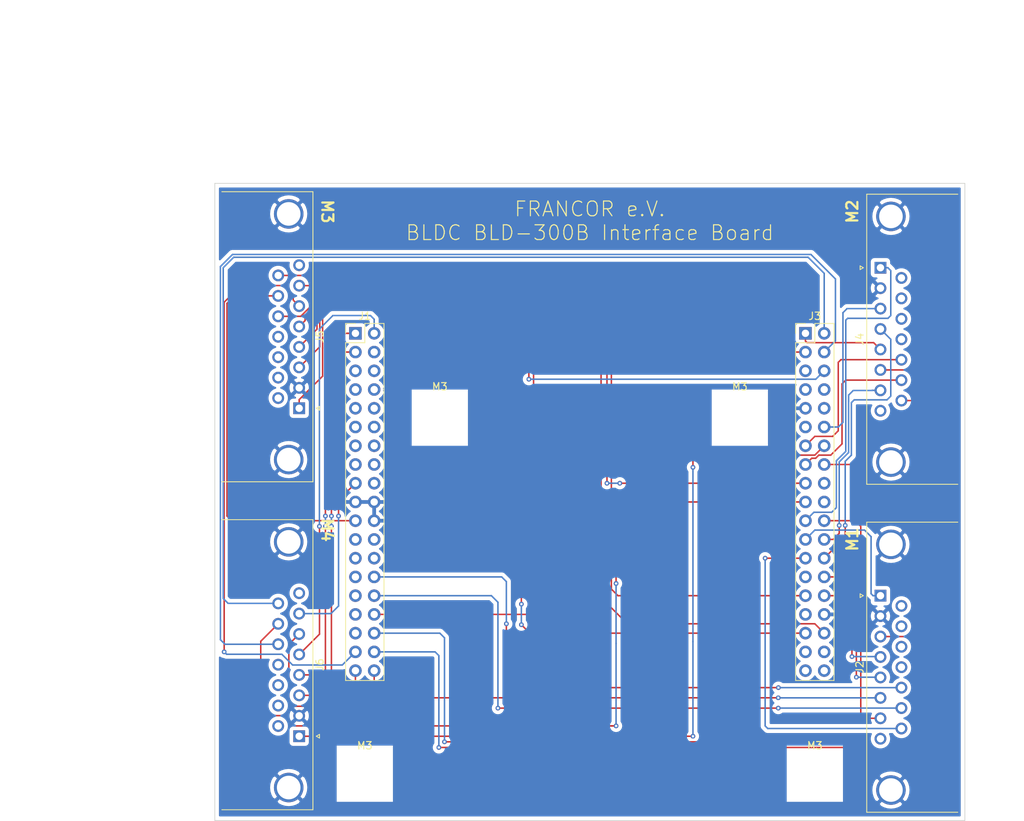
<source format=kicad_pcb>
(kicad_pcb (version 20171130) (host pcbnew "(5.1.0)-1")

  (general
    (thickness 1.6)
    (drawings 11)
    (tracks 306)
    (zones 0)
    (modules 10)
    (nets 91)
  )

  (page A4)
  (layers
    (0 F.Cu signal)
    (31 B.Cu signal)
    (32 B.Adhes user)
    (33 F.Adhes user)
    (34 B.Paste user)
    (35 F.Paste user)
    (36 B.SilkS user)
    (37 F.SilkS user)
    (38 B.Mask user)
    (39 F.Mask user)
    (40 Dwgs.User user)
    (41 Cmts.User user)
    (42 Eco1.User user)
    (43 Eco2.User user)
    (44 Edge.Cuts user)
    (45 Margin user)
    (46 B.CrtYd user)
    (47 F.CrtYd user)
    (48 B.Fab user)
    (49 F.Fab user)
  )

  (setup
    (last_trace_width 0.2032)
    (trace_clearance 0.1778)
    (zone_clearance 0.508)
    (zone_45_only no)
    (trace_min 0.2032)
    (via_size 0.635)
    (via_drill 0.3048)
    (via_min_size 0.635)
    (via_min_drill 0.3048)
    (uvia_size 0.508)
    (uvia_drill 0.127)
    (uvias_allowed no)
    (uvia_min_size 0.2)
    (uvia_min_drill 0.1)
    (edge_width 0.05)
    (segment_width 0.2)
    (pcb_text_width 0.3)
    (pcb_text_size 1.5 1.5)
    (mod_edge_width 0.12)
    (mod_text_size 1 1)
    (mod_text_width 0.15)
    (pad_size 1.524 1.524)
    (pad_drill 0.762)
    (pad_to_mask_clearance 0.051)
    (solder_mask_min_width 0.25)
    (aux_axis_origin 0 0)
    (visible_elements 7FFFFFFF)
    (pcbplotparams
      (layerselection 0x010fc_ffffffff)
      (usegerberextensions false)
      (usegerberattributes true)
      (usegerberadvancedattributes false)
      (creategerberjobfile false)
      (excludeedgelayer false)
      (linewidth 0.150000)
      (plotframeref false)
      (viasonmask false)
      (mode 1)
      (useauxorigin true)
      (hpglpennumber 1)
      (hpglpenspeed 20)
      (hpglpendiameter 15.000000)
      (psnegative false)
      (psa4output false)
      (plotreference true)
      (plotvalue true)
      (plotinvisibletext false)
      (padsonsilk true)
      (subtractmaskfromsilk false)
      (outputformat 1)
      (mirror false)
      (drillshape 0)
      (scaleselection 1)
      (outputdirectory "drive_bld300b_interface_board_gerber/"))
  )

  (net 0 "")
  (net 1 /M4_EN)
  (net 2 /M4_BRK)
  (net 3 /M4_DIR)
  (net 4 "Net-(J1-Pad4)")
  (net 5 "Net-(J1-Pad5)")
  (net 6 "Net-(J1-Pad6)")
  (net 7 "Net-(J1-Pad7)")
  (net 8 GND)
  (net 9 "Net-(J1-Pad9)")
  (net 10 "Net-(J1-Pad10)")
  (net 11 "Net-(J1-Pad11)")
  (net 12 "Net-(J1-Pad12)")
  (net 13 "Net-(J1-Pad13)")
  (net 14 "Net-(J1-Pad14)")
  (net 15 "Net-(J1-Pad15)")
  (net 16 "Net-(J1-Pad16)")
  (net 17 /M4_ALM)
  (net 18 "Net-(J1-Pad18)")
  (net 19 /M3_HB)
  (net 20 "Net-(J1-Pad23)")
  (net 21 "Net-(J1-Pad24)")
  (net 22 "Net-(J1-Pad25)")
  (net 23 "Net-(J1-Pad26)")
  (net 24 "Net-(J1-Pad27)")
  (net 25 /M1_HA)
  (net 26 "Net-(J1-Pad29)")
  (net 27 /M1_HB)
  (net 28 "Net-(J1-Pad31)")
  (net 29 /M3_EN)
  (net 30 "Net-(J1-Pad33)")
  (net 31 /M2_HC)
  (net 32 /M2_SPD)
  (net 33 /M1_SPD)
  (net 34 /M1_PWM)
  (net 35 /M1_DIR)
  (net 36 /M1_EN)
  (net 37 /M1_BRK)
  (net 38 /M1_ALM)
  (net 39 "Net-(J2-Pad8)")
  (net 40 "Net-(J2-Pad9)")
  (net 41 "Net-(J2-Pad10)")
  (net 42 "Net-(J2-Pad11)")
  (net 43 "Net-(J2-Pad12)")
  (net 44 /M1_HC)
  (net 45 "Net-(J3-Pad38)")
  (net 46 "Net-(J3-Pad37)")
  (net 47 "Net-(J3-Pad36)")
  (net 48 "Net-(J3-Pad35)")
  (net 49 /M3_BRK)
  (net 50 /M3_PWM)
  (net 51 "Net-(J3-Pad31)")
  (net 52 /M3_ALM)
  (net 53 "Net-(J3-Pad27)")
  (net 54 /M2_EN)
  (net 55 /M2_ALM)
  (net 56 /M2_PWM)
  (net 57 /M4_HB)
  (net 58 "Net-(J3-Pad18)")
  (net 59 /M3_HA)
  (net 60 /M2_HB)
  (net 61 /M4_PWM)
  (net 62 /M2_HA)
  (net 63 /M2_DIR)
  (net 64 "Net-(J3-Pad11)")
  (net 65 "Net-(J3-Pad10)")
  (net 66 "Net-(J3-Pad8)")
  (net 67 "Net-(J3-Pad7)")
  (net 68 /M3_DIR)
  (net 69 "Net-(J3-Pad5)")
  (net 70 /M4_HA)
  (net 71 /M3_HC)
  (net 72 /M4_HC)
  (net 73 /M2_BRK)
  (net 74 "Net-(J4-Pad12)")
  (net 75 "Net-(J4-Pad11)")
  (net 76 "Net-(J4-Pad10)")
  (net 77 "Net-(J4-Pad9)")
  (net 78 "Net-(J4-Pad8)")
  (net 79 /M3_SPD)
  (net 80 "Net-(J5-Pad8)")
  (net 81 "Net-(J5-Pad9)")
  (net 82 "Net-(J5-Pad10)")
  (net 83 "Net-(J5-Pad11)")
  (net 84 "Net-(J5-Pad12)")
  (net 85 "Net-(J6-Pad12)")
  (net 86 "Net-(J6-Pad11)")
  (net 87 "Net-(J6-Pad10)")
  (net 88 "Net-(J6-Pad9)")
  (net 89 "Net-(J6-Pad8)")
  (net 90 /M4_SPD)

  (net_class Default "Dies ist die voreingestellte Netzklasse."
    (clearance 0.1778)
    (trace_width 0.2032)
    (via_dia 0.635)
    (via_drill 0.3048)
    (uvia_dia 0.508)
    (uvia_drill 0.127)
    (diff_pair_width 0.2032)
    (diff_pair_gap 0.25)
    (add_net /M1_ALM)
    (add_net /M1_BRK)
    (add_net /M1_DIR)
    (add_net /M1_EN)
    (add_net /M1_HA)
    (add_net /M1_HB)
    (add_net /M1_HC)
    (add_net /M1_PWM)
    (add_net /M1_SPD)
    (add_net /M2_ALM)
    (add_net /M2_BRK)
    (add_net /M2_DIR)
    (add_net /M2_EN)
    (add_net /M2_HA)
    (add_net /M2_HB)
    (add_net /M2_HC)
    (add_net /M2_PWM)
    (add_net /M2_SPD)
    (add_net /M3_ALM)
    (add_net /M3_BRK)
    (add_net /M3_DIR)
    (add_net /M3_EN)
    (add_net /M3_HA)
    (add_net /M3_HB)
    (add_net /M3_HC)
    (add_net /M3_PWM)
    (add_net /M3_SPD)
    (add_net /M4_ALM)
    (add_net /M4_BRK)
    (add_net /M4_DIR)
    (add_net /M4_EN)
    (add_net /M4_HA)
    (add_net /M4_HB)
    (add_net /M4_HC)
    (add_net /M4_PWM)
    (add_net /M4_SPD)
    (add_net GND)
    (add_net "Net-(J1-Pad10)")
    (add_net "Net-(J1-Pad11)")
    (add_net "Net-(J1-Pad12)")
    (add_net "Net-(J1-Pad13)")
    (add_net "Net-(J1-Pad14)")
    (add_net "Net-(J1-Pad15)")
    (add_net "Net-(J1-Pad16)")
    (add_net "Net-(J1-Pad18)")
    (add_net "Net-(J1-Pad23)")
    (add_net "Net-(J1-Pad24)")
    (add_net "Net-(J1-Pad25)")
    (add_net "Net-(J1-Pad26)")
    (add_net "Net-(J1-Pad27)")
    (add_net "Net-(J1-Pad29)")
    (add_net "Net-(J1-Pad31)")
    (add_net "Net-(J1-Pad33)")
    (add_net "Net-(J1-Pad4)")
    (add_net "Net-(J1-Pad5)")
    (add_net "Net-(J1-Pad6)")
    (add_net "Net-(J1-Pad7)")
    (add_net "Net-(J1-Pad9)")
    (add_net "Net-(J2-Pad10)")
    (add_net "Net-(J2-Pad11)")
    (add_net "Net-(J2-Pad12)")
    (add_net "Net-(J2-Pad8)")
    (add_net "Net-(J2-Pad9)")
    (add_net "Net-(J3-Pad10)")
    (add_net "Net-(J3-Pad11)")
    (add_net "Net-(J3-Pad18)")
    (add_net "Net-(J3-Pad27)")
    (add_net "Net-(J3-Pad31)")
    (add_net "Net-(J3-Pad35)")
    (add_net "Net-(J3-Pad36)")
    (add_net "Net-(J3-Pad37)")
    (add_net "Net-(J3-Pad38)")
    (add_net "Net-(J3-Pad5)")
    (add_net "Net-(J3-Pad7)")
    (add_net "Net-(J3-Pad8)")
    (add_net "Net-(J4-Pad10)")
    (add_net "Net-(J4-Pad11)")
    (add_net "Net-(J4-Pad12)")
    (add_net "Net-(J4-Pad8)")
    (add_net "Net-(J4-Pad9)")
    (add_net "Net-(J5-Pad10)")
    (add_net "Net-(J5-Pad11)")
    (add_net "Net-(J5-Pad12)")
    (add_net "Net-(J5-Pad8)")
    (add_net "Net-(J5-Pad9)")
    (add_net "Net-(J6-Pad10)")
    (add_net "Net-(J6-Pad11)")
    (add_net "Net-(J6-Pad12)")
    (add_net "Net-(J6-Pad8)")
    (add_net "Net-(J6-Pad9)")
  )

  (module MountingHole:MountingHole_3.2mm_M3 (layer F.Cu) (tedit 56D1B4CB) (tstamp 5CAACE3B)
    (at 161.29 132.08)
    (descr "Mounting Hole 3.2mm, no annular, M3")
    (tags "mounting hole 3.2mm no annular m3")
    (attr virtual)
    (fp_text reference M3 (at 0 -3.81) (layer F.SilkS)
      (effects (font (size 1 1) (thickness 0.15)))
    )
    (fp_text value M3 (at 0 4.2) (layer F.Fab)
      (effects (font (size 1 1) (thickness 0.15)))
    )
    (fp_text user %R (at 0.3 0) (layer F.Fab)
      (effects (font (size 1 1) (thickness 0.15)))
    )
    (fp_circle (center 0 0) (end 3.2 0) (layer Cmts.User) (width 0.15))
    (fp_circle (center 0 0) (end 3.45 0) (layer F.CrtYd) (width 0.05))
    (pad 1 np_thru_hole circle (at 0 0) (size 3.2 3.2) (drill 3.2) (layers *.Cu *.Mask))
  )

  (module MountingHole:MountingHole_3.2mm_M3 (layer F.Cu) (tedit 56D1B4CB) (tstamp 5CAACE3B)
    (at 100.33 132.08)
    (descr "Mounting Hole 3.2mm, no annular, M3")
    (tags "mounting hole 3.2mm no annular m3")
    (attr virtual)
    (fp_text reference M3 (at 0 -3.81) (layer F.SilkS)
      (effects (font (size 1 1) (thickness 0.15)))
    )
    (fp_text value M3 (at 0 4.2) (layer F.Fab)
      (effects (font (size 1 1) (thickness 0.15)))
    )
    (fp_text user %R (at 0.3 0) (layer F.Fab)
      (effects (font (size 1 1) (thickness 0.15)))
    )
    (fp_circle (center 0 0) (end 3.2 0) (layer Cmts.User) (width 0.15))
    (fp_circle (center 0 0) (end 3.45 0) (layer F.CrtYd) (width 0.05))
    (pad 1 np_thru_hole circle (at 0 0) (size 3.2 3.2) (drill 3.2) (layers *.Cu *.Mask))
  )

  (module MountingHole:MountingHole_3.2mm_M3 (layer F.Cu) (tedit 56D1B4CB) (tstamp 5CAACE3B)
    (at 151.13 83.82)
    (descr "Mounting Hole 3.2mm, no annular, M3")
    (tags "mounting hole 3.2mm no annular m3")
    (attr virtual)
    (fp_text reference M3 (at 0 -4.2) (layer F.SilkS)
      (effects (font (size 1 1) (thickness 0.15)))
    )
    (fp_text value M3 (at 0 4.2) (layer F.Fab)
      (effects (font (size 1 1) (thickness 0.15)))
    )
    (fp_text user %R (at 0.3 0) (layer F.Fab)
      (effects (font (size 1 1) (thickness 0.15)))
    )
    (fp_circle (center 0 0) (end 3.2 0) (layer Cmts.User) (width 0.15))
    (fp_circle (center 0 0) (end 3.45 0) (layer F.CrtYd) (width 0.05))
    (pad 1 np_thru_hole circle (at 0 0) (size 3.2 3.2) (drill 3.2) (layers *.Cu *.Mask))
  )

  (module MountingHole:MountingHole_3.2mm_M3 (layer F.Cu) (tedit 56D1B4CB) (tstamp 5CAACE16)
    (at 110.49 83.82)
    (descr "Mounting Hole 3.2mm, no annular, M3")
    (tags "mounting hole 3.2mm no annular m3")
    (attr virtual)
    (fp_text reference M3 (at 0 -4.2) (layer F.SilkS)
      (effects (font (size 1 1) (thickness 0.15)))
    )
    (fp_text value M3 (at 0 4.2) (layer F.Fab)
      (effects (font (size 1 1) (thickness 0.15)))
    )
    (fp_circle (center 0 0) (end 3.45 0) (layer F.CrtYd) (width 0.05))
    (fp_circle (center 0 0) (end 3.2 0) (layer Cmts.User) (width 0.15))
    (fp_text user %R (at 0.3 0) (layer F.Fab)
      (effects (font (size 1 1) (thickness 0.15)))
    )
    (pad 1 np_thru_hole circle (at 0 0) (size 3.2 3.2) (drill 3.2) (layers *.Cu *.Mask))
  )

  (module Connector_PinHeader_2.54mm:PinHeader_2x19_P2.54mm_Vertical (layer F.Cu) (tedit 59FED5CC) (tstamp 5CAA9227)
    (at 99.06 72.39)
    (descr "Through hole straight pin header, 2x19, 2.54mm pitch, double rows")
    (tags "Through hole pin header THT 2x19 2.54mm double row")
    (path /5CAA175A)
    (fp_text reference J1 (at 1.27 -2.33) (layer F.SilkS)
      (effects (font (size 1 1) (thickness 0.15)))
    )
    (fp_text value N_CN7 (at 1.27 48.05) (layer F.Fab)
      (effects (font (size 1 1) (thickness 0.15)))
    )
    (fp_line (start 0 -1.27) (end 3.81 -1.27) (layer F.Fab) (width 0.1))
    (fp_line (start 3.81 -1.27) (end 3.81 46.99) (layer F.Fab) (width 0.1))
    (fp_line (start 3.81 46.99) (end -1.27 46.99) (layer F.Fab) (width 0.1))
    (fp_line (start -1.27 46.99) (end -1.27 0) (layer F.Fab) (width 0.1))
    (fp_line (start -1.27 0) (end 0 -1.27) (layer F.Fab) (width 0.1))
    (fp_line (start -1.33 47.05) (end 3.87 47.05) (layer F.SilkS) (width 0.12))
    (fp_line (start -1.33 1.27) (end -1.33 47.05) (layer F.SilkS) (width 0.12))
    (fp_line (start 3.87 -1.33) (end 3.87 47.05) (layer F.SilkS) (width 0.12))
    (fp_line (start -1.33 1.27) (end 1.27 1.27) (layer F.SilkS) (width 0.12))
    (fp_line (start 1.27 1.27) (end 1.27 -1.33) (layer F.SilkS) (width 0.12))
    (fp_line (start 1.27 -1.33) (end 3.87 -1.33) (layer F.SilkS) (width 0.12))
    (fp_line (start -1.33 0) (end -1.33 -1.33) (layer F.SilkS) (width 0.12))
    (fp_line (start -1.33 -1.33) (end 0 -1.33) (layer F.SilkS) (width 0.12))
    (fp_line (start -1.8 -1.8) (end -1.8 47.5) (layer F.CrtYd) (width 0.05))
    (fp_line (start -1.8 47.5) (end 4.35 47.5) (layer F.CrtYd) (width 0.05))
    (fp_line (start 4.35 47.5) (end 4.35 -1.8) (layer F.CrtYd) (width 0.05))
    (fp_line (start 4.35 -1.8) (end -1.8 -1.8) (layer F.CrtYd) (width 0.05))
    (fp_text user %R (at 1.27 22.86 90) (layer F.Fab)
      (effects (font (size 1 1) (thickness 0.15)))
    )
    (pad 1 thru_hole rect (at 0 0) (size 1.7 1.7) (drill 1) (layers *.Cu *.Mask)
      (net 1 /M4_EN))
    (pad 2 thru_hole oval (at 2.54 0) (size 1.7 1.7) (drill 1) (layers *.Cu *.Mask)
      (net 2 /M4_BRK))
    (pad 3 thru_hole oval (at 0 2.54) (size 1.7 1.7) (drill 1) (layers *.Cu *.Mask)
      (net 3 /M4_DIR))
    (pad 4 thru_hole oval (at 2.54 2.54) (size 1.7 1.7) (drill 1) (layers *.Cu *.Mask)
      (net 4 "Net-(J1-Pad4)"))
    (pad 5 thru_hole oval (at 0 5.08) (size 1.7 1.7) (drill 1) (layers *.Cu *.Mask)
      (net 5 "Net-(J1-Pad5)"))
    (pad 6 thru_hole oval (at 2.54 5.08) (size 1.7 1.7) (drill 1) (layers *.Cu *.Mask)
      (net 6 "Net-(J1-Pad6)"))
    (pad 7 thru_hole oval (at 0 7.62) (size 1.7 1.7) (drill 1) (layers *.Cu *.Mask)
      (net 7 "Net-(J1-Pad7)"))
    (pad 8 thru_hole oval (at 2.54 7.62) (size 1.7 1.7) (drill 1) (layers *.Cu *.Mask)
      (net 8 GND))
    (pad 9 thru_hole oval (at 0 10.16) (size 1.7 1.7) (drill 1) (layers *.Cu *.Mask)
      (net 9 "Net-(J1-Pad9)"))
    (pad 10 thru_hole oval (at 2.54 10.16) (size 1.7 1.7) (drill 1) (layers *.Cu *.Mask)
      (net 10 "Net-(J1-Pad10)"))
    (pad 11 thru_hole oval (at 0 12.7) (size 1.7 1.7) (drill 1) (layers *.Cu *.Mask)
      (net 11 "Net-(J1-Pad11)"))
    (pad 12 thru_hole oval (at 2.54 12.7) (size 1.7 1.7) (drill 1) (layers *.Cu *.Mask)
      (net 12 "Net-(J1-Pad12)"))
    (pad 13 thru_hole oval (at 0 15.24) (size 1.7 1.7) (drill 1) (layers *.Cu *.Mask)
      (net 13 "Net-(J1-Pad13)"))
    (pad 14 thru_hole oval (at 2.54 15.24) (size 1.7 1.7) (drill 1) (layers *.Cu *.Mask)
      (net 14 "Net-(J1-Pad14)"))
    (pad 15 thru_hole oval (at 0 17.78) (size 1.7 1.7) (drill 1) (layers *.Cu *.Mask)
      (net 15 "Net-(J1-Pad15)"))
    (pad 16 thru_hole oval (at 2.54 17.78) (size 1.7 1.7) (drill 1) (layers *.Cu *.Mask)
      (net 16 "Net-(J1-Pad16)"))
    (pad 17 thru_hole oval (at 0 20.32) (size 1.7 1.7) (drill 1) (layers *.Cu *.Mask)
      (net 17 /M4_ALM))
    (pad 18 thru_hole oval (at 2.54 20.32) (size 1.7 1.7) (drill 1) (layers *.Cu *.Mask)
      (net 18 "Net-(J1-Pad18)"))
    (pad 19 thru_hole oval (at 0 22.86) (size 1.7 1.7) (drill 1) (layers *.Cu *.Mask)
      (net 8 GND))
    (pad 20 thru_hole oval (at 2.54 22.86) (size 1.7 1.7) (drill 1) (layers *.Cu *.Mask)
      (net 8 GND))
    (pad 21 thru_hole oval (at 0 25.4) (size 1.7 1.7) (drill 1) (layers *.Cu *.Mask)
      (net 19 /M3_HB))
    (pad 22 thru_hole oval (at 2.54 25.4) (size 1.7 1.7) (drill 1) (layers *.Cu *.Mask)
      (net 8 GND))
    (pad 23 thru_hole oval (at 0 27.94) (size 1.7 1.7) (drill 1) (layers *.Cu *.Mask)
      (net 20 "Net-(J1-Pad23)"))
    (pad 24 thru_hole oval (at 2.54 27.94) (size 1.7 1.7) (drill 1) (layers *.Cu *.Mask)
      (net 21 "Net-(J1-Pad24)"))
    (pad 25 thru_hole oval (at 0 30.48) (size 1.7 1.7) (drill 1) (layers *.Cu *.Mask)
      (net 22 "Net-(J1-Pad25)"))
    (pad 26 thru_hole oval (at 2.54 30.48) (size 1.7 1.7) (drill 1) (layers *.Cu *.Mask)
      (net 23 "Net-(J1-Pad26)"))
    (pad 27 thru_hole oval (at 0 33.02) (size 1.7 1.7) (drill 1) (layers *.Cu *.Mask)
      (net 24 "Net-(J1-Pad27)"))
    (pad 28 thru_hole oval (at 2.54 33.02) (size 1.7 1.7) (drill 1) (layers *.Cu *.Mask)
      (net 25 /M1_HA))
    (pad 29 thru_hole oval (at 0 35.56) (size 1.7 1.7) (drill 1) (layers *.Cu *.Mask)
      (net 26 "Net-(J1-Pad29)"))
    (pad 30 thru_hole oval (at 2.54 35.56) (size 1.7 1.7) (drill 1) (layers *.Cu *.Mask)
      (net 27 /M1_HB))
    (pad 31 thru_hole oval (at 0 38.1) (size 1.7 1.7) (drill 1) (layers *.Cu *.Mask)
      (net 28 "Net-(J1-Pad31)"))
    (pad 32 thru_hole oval (at 2.54 38.1) (size 1.7 1.7) (drill 1) (layers *.Cu *.Mask)
      (net 29 /M3_EN))
    (pad 33 thru_hole oval (at 0 40.64) (size 1.7 1.7) (drill 1) (layers *.Cu *.Mask)
      (net 30 "Net-(J1-Pad33)"))
    (pad 34 thru_hole oval (at 2.54 40.64) (size 1.7 1.7) (drill 1) (layers *.Cu *.Mask)
      (net 31 /M2_HC))
    (pad 35 thru_hole oval (at 0 43.18) (size 1.7 1.7) (drill 1) (layers *.Cu *.Mask)
      (net 79 /M3_SPD))
    (pad 36 thru_hole oval (at 2.54 43.18) (size 1.7 1.7) (drill 1) (layers *.Cu *.Mask)
      (net 32 /M2_SPD))
    (pad 37 thru_hole oval (at 0 45.72) (size 1.7 1.7) (drill 1) (layers *.Cu *.Mask)
      (net 90 /M4_SPD))
    (pad 38 thru_hole oval (at 2.54 45.72) (size 1.7 1.7) (drill 1) (layers *.Cu *.Mask)
      (net 33 /M1_SPD))
    (model ${KISYS3DMOD}/Connector_PinHeader_2.54mm.3dshapes/PinHeader_2x19_P2.54mm_Vertical.wrl
      (at (xyz 0 0 0))
      (scale (xyz 1 1 1))
      (rotate (xyz 0 0 0))
    )
  )

  (module Connector_Dsub:DSUB-15_Female_Horizontal_P2.77x2.84mm_EdgePinOffset7.70mm_Housed_MountingHolesOffset9.12mm (layer F.Cu) (tedit 59FEDEE2) (tstamp 5CAA9261)
    (at 170.18 107.95 90)
    (descr "15-pin D-Sub connector, horizontal/angled (90 deg), THT-mount, female, pitch 2.77x2.84mm, pin-PCB-offset 7.699999999999999mm, distance of mounting holes 33.3mm, distance of mounting holes to PCB edge 9.12mm, see https://disti-assets.s3.amazonaws.com/tonar/files/datasheets/16730.pdf")
    (tags "15-pin D-Sub connector horizontal angled 90deg THT female pitch 2.77x2.84mm pin-PCB-offset 7.699999999999999mm mounting-holes-distance 33.3mm mounting-hole-offset 33.3mm")
    (path /5CADFB02)
    (fp_text reference J2 (at -9.695 -2.8 90) (layer F.SilkS)
      (effects (font (size 1 1) (thickness 0.15)))
    )
    (fp_text value M1 (at -9.695 18.61 90) (layer F.Fab)
      (effects (font (size 1 1) (thickness 0.15)))
    )
    (fp_arc (start -26.345 1.42) (end -27.945 1.42) (angle 180) (layer F.Fab) (width 0.1))
    (fp_arc (start 6.955 1.42) (end 5.355 1.42) (angle 180) (layer F.Fab) (width 0.1))
    (fp_line (start -29.295 -1.8) (end -29.295 10.54) (layer F.Fab) (width 0.1))
    (fp_line (start -29.295 10.54) (end 9.905 10.54) (layer F.Fab) (width 0.1))
    (fp_line (start 9.905 10.54) (end 9.905 -1.8) (layer F.Fab) (width 0.1))
    (fp_line (start 9.905 -1.8) (end -29.295 -1.8) (layer F.Fab) (width 0.1))
    (fp_line (start -29.295 10.54) (end -29.295 10.94) (layer F.Fab) (width 0.1))
    (fp_line (start -29.295 10.94) (end 9.905 10.94) (layer F.Fab) (width 0.1))
    (fp_line (start 9.905 10.94) (end 9.905 10.54) (layer F.Fab) (width 0.1))
    (fp_line (start 9.905 10.54) (end -29.295 10.54) (layer F.Fab) (width 0.1))
    (fp_line (start -21.995 10.94) (end -21.995 17.11) (layer F.Fab) (width 0.1))
    (fp_line (start -21.995 17.11) (end 2.605 17.11) (layer F.Fab) (width 0.1))
    (fp_line (start 2.605 17.11) (end 2.605 10.94) (layer F.Fab) (width 0.1))
    (fp_line (start 2.605 10.94) (end -21.995 10.94) (layer F.Fab) (width 0.1))
    (fp_line (start -28.845 10.94) (end -28.845 15.94) (layer F.Fab) (width 0.1))
    (fp_line (start -28.845 15.94) (end -23.845 15.94) (layer F.Fab) (width 0.1))
    (fp_line (start -23.845 15.94) (end -23.845 10.94) (layer F.Fab) (width 0.1))
    (fp_line (start -23.845 10.94) (end -28.845 10.94) (layer F.Fab) (width 0.1))
    (fp_line (start 4.455 10.94) (end 4.455 15.94) (layer F.Fab) (width 0.1))
    (fp_line (start 4.455 15.94) (end 9.455 15.94) (layer F.Fab) (width 0.1))
    (fp_line (start 9.455 15.94) (end 9.455 10.94) (layer F.Fab) (width 0.1))
    (fp_line (start 9.455 10.94) (end 4.455 10.94) (layer F.Fab) (width 0.1))
    (fp_line (start -27.945 10.54) (end -27.945 1.42) (layer F.Fab) (width 0.1))
    (fp_line (start -24.745 10.54) (end -24.745 1.42) (layer F.Fab) (width 0.1))
    (fp_line (start 5.355 10.54) (end 5.355 1.42) (layer F.Fab) (width 0.1))
    (fp_line (start 8.555 10.54) (end 8.555 1.42) (layer F.Fab) (width 0.1))
    (fp_line (start -29.355 10.48) (end -29.355 -1.86) (layer F.SilkS) (width 0.12))
    (fp_line (start -29.355 -1.86) (end 9.965 -1.86) (layer F.SilkS) (width 0.12))
    (fp_line (start 9.965 -1.86) (end 9.965 10.48) (layer F.SilkS) (width 0.12))
    (fp_line (start -0.25 -2.754338) (end 0.25 -2.754338) (layer F.SilkS) (width 0.12))
    (fp_line (start 0.25 -2.754338) (end 0 -2.321325) (layer F.SilkS) (width 0.12))
    (fp_line (start 0 -2.321325) (end -0.25 -2.754338) (layer F.SilkS) (width 0.12))
    (fp_line (start -29.8 -2.35) (end -29.8 17.65) (layer F.CrtYd) (width 0.05))
    (fp_line (start -29.8 17.65) (end 10.45 17.65) (layer F.CrtYd) (width 0.05))
    (fp_line (start 10.45 17.65) (end 10.45 -2.35) (layer F.CrtYd) (width 0.05))
    (fp_line (start 10.45 -2.35) (end -29.8 -2.35) (layer F.CrtYd) (width 0.05))
    (fp_text user %R (at -9.695 14.025 90) (layer F.Fab)
      (effects (font (size 1 1) (thickness 0.15)))
    )
    (pad 1 thru_hole rect (at 0 0 90) (size 1.6 1.6) (drill 1) (layers *.Cu *.Mask)
      (net 34 /M1_PWM))
    (pad 2 thru_hole circle (at -2.77 0 90) (size 1.6 1.6) (drill 1) (layers *.Cu *.Mask)
      (net 8 GND))
    (pad 3 thru_hole circle (at -5.54 0 90) (size 1.6 1.6) (drill 1) (layers *.Cu *.Mask)
      (net 35 /M1_DIR))
    (pad 4 thru_hole circle (at -8.31 0 90) (size 1.6 1.6) (drill 1) (layers *.Cu *.Mask)
      (net 36 /M1_EN))
    (pad 5 thru_hole circle (at -11.08 0 90) (size 1.6 1.6) (drill 1) (layers *.Cu *.Mask)
      (net 37 /M1_BRK))
    (pad 6 thru_hole circle (at -13.85 0 90) (size 1.6 1.6) (drill 1) (layers *.Cu *.Mask)
      (net 33 /M1_SPD))
    (pad 7 thru_hole circle (at -16.62 0 90) (size 1.6 1.6) (drill 1) (layers *.Cu *.Mask)
      (net 38 /M1_ALM))
    (pad 8 thru_hole circle (at -19.39 0 90) (size 1.6 1.6) (drill 1) (layers *.Cu *.Mask)
      (net 39 "Net-(J2-Pad8)"))
    (pad 9 thru_hole circle (at -1.385 2.84 90) (size 1.6 1.6) (drill 1) (layers *.Cu *.Mask)
      (net 40 "Net-(J2-Pad9)"))
    (pad 10 thru_hole circle (at -4.155 2.84 90) (size 1.6 1.6) (drill 1) (layers *.Cu *.Mask)
      (net 41 "Net-(J2-Pad10)"))
    (pad 11 thru_hole circle (at -6.925 2.84 90) (size 1.6 1.6) (drill 1) (layers *.Cu *.Mask)
      (net 42 "Net-(J2-Pad11)"))
    (pad 12 thru_hole circle (at -9.695 2.84 90) (size 1.6 1.6) (drill 1) (layers *.Cu *.Mask)
      (net 43 "Net-(J2-Pad12)"))
    (pad 13 thru_hole circle (at -12.465 2.84 90) (size 1.6 1.6) (drill 1) (layers *.Cu *.Mask)
      (net 25 /M1_HA))
    (pad 14 thru_hole circle (at -15.235 2.84 90) (size 1.6 1.6) (drill 1) (layers *.Cu *.Mask)
      (net 27 /M1_HB))
    (pad 15 thru_hole circle (at -18.005 2.84 90) (size 1.6 1.6) (drill 1) (layers *.Cu *.Mask)
      (net 44 /M1_HC))
    (pad 0 thru_hole circle (at -26.345 1.42 90) (size 4 4) (drill 3.2) (layers *.Cu *.Mask)
      (net 8 GND))
    (pad 0 thru_hole circle (at 6.955 1.42 90) (size 4 4) (drill 3.2) (layers *.Cu *.Mask)
      (net 8 GND))
    (model ${KISYS3DMOD}/Connector_Dsub.3dshapes/DSUB-15_Female_Horizontal_P2.77x2.84mm_EdgePinOffset7.70mm_Housed_MountingHolesOffset9.12mm.wrl
      (at (xyz 0 0 0))
      (scale (xyz 1 1 1))
      (rotate (xyz 0 0 0))
    )
  )

  (module Connector_PinHeader_2.54mm:PinHeader_2x19_P2.54mm_Vertical (layer F.Cu) (tedit 59FED5CC) (tstamp 5CAA929D)
    (at 160.02 72.39)
    (descr "Through hole straight pin header, 2x19, 2.54mm pitch, double rows")
    (tags "Through hole pin header THT 2x19 2.54mm double row")
    (path /5CAA2D45)
    (fp_text reference J3 (at 1.27 -2.33) (layer F.SilkS)
      (effects (font (size 1 1) (thickness 0.15)))
    )
    (fp_text value N_CN10 (at 1.27 48.05) (layer F.Fab)
      (effects (font (size 1 1) (thickness 0.15)))
    )
    (fp_text user %R (at 1.27 22.86 90) (layer F.Fab)
      (effects (font (size 1 1) (thickness 0.15)))
    )
    (fp_line (start 4.35 -1.8) (end -1.8 -1.8) (layer F.CrtYd) (width 0.05))
    (fp_line (start 4.35 47.5) (end 4.35 -1.8) (layer F.CrtYd) (width 0.05))
    (fp_line (start -1.8 47.5) (end 4.35 47.5) (layer F.CrtYd) (width 0.05))
    (fp_line (start -1.8 -1.8) (end -1.8 47.5) (layer F.CrtYd) (width 0.05))
    (fp_line (start -1.33 -1.33) (end 0 -1.33) (layer F.SilkS) (width 0.12))
    (fp_line (start -1.33 0) (end -1.33 -1.33) (layer F.SilkS) (width 0.12))
    (fp_line (start 1.27 -1.33) (end 3.87 -1.33) (layer F.SilkS) (width 0.12))
    (fp_line (start 1.27 1.27) (end 1.27 -1.33) (layer F.SilkS) (width 0.12))
    (fp_line (start -1.33 1.27) (end 1.27 1.27) (layer F.SilkS) (width 0.12))
    (fp_line (start 3.87 -1.33) (end 3.87 47.05) (layer F.SilkS) (width 0.12))
    (fp_line (start -1.33 1.27) (end -1.33 47.05) (layer F.SilkS) (width 0.12))
    (fp_line (start -1.33 47.05) (end 3.87 47.05) (layer F.SilkS) (width 0.12))
    (fp_line (start -1.27 0) (end 0 -1.27) (layer F.Fab) (width 0.1))
    (fp_line (start -1.27 46.99) (end -1.27 0) (layer F.Fab) (width 0.1))
    (fp_line (start 3.81 46.99) (end -1.27 46.99) (layer F.Fab) (width 0.1))
    (fp_line (start 3.81 -1.27) (end 3.81 46.99) (layer F.Fab) (width 0.1))
    (fp_line (start 0 -1.27) (end 3.81 -1.27) (layer F.Fab) (width 0.1))
    (pad 38 thru_hole oval (at 2.54 45.72) (size 1.7 1.7) (drill 1) (layers *.Cu *.Mask)
      (net 45 "Net-(J3-Pad38)"))
    (pad 37 thru_hole oval (at 0 45.72) (size 1.7 1.7) (drill 1) (layers *.Cu *.Mask)
      (net 46 "Net-(J3-Pad37)"))
    (pad 36 thru_hole oval (at 2.54 43.18) (size 1.7 1.7) (drill 1) (layers *.Cu *.Mask)
      (net 47 "Net-(J3-Pad36)"))
    (pad 35 thru_hole oval (at 0 43.18) (size 1.7 1.7) (drill 1) (layers *.Cu *.Mask)
      (net 48 "Net-(J3-Pad35)"))
    (pad 34 thru_hole oval (at 2.54 40.64) (size 1.7 1.7) (drill 1) (layers *.Cu *.Mask)
      (net 49 /M3_BRK))
    (pad 33 thru_hole oval (at 0 40.64) (size 1.7 1.7) (drill 1) (layers *.Cu *.Mask)
      (net 50 /M3_PWM))
    (pad 32 thru_hole oval (at 2.54 38.1) (size 1.7 1.7) (drill 1) (layers *.Cu *.Mask)
      (net 8 GND))
    (pad 31 thru_hole oval (at 0 38.1) (size 1.7 1.7) (drill 1) (layers *.Cu *.Mask)
      (net 51 "Net-(J3-Pad31)"))
    (pad 30 thru_hole oval (at 2.54 35.56) (size 1.7 1.7) (drill 1) (layers *.Cu *.Mask)
      (net 36 /M1_EN))
    (pad 29 thru_hole oval (at 0 35.56) (size 1.7 1.7) (drill 1) (layers *.Cu *.Mask)
      (net 52 /M3_ALM))
    (pad 28 thru_hole oval (at 2.54 33.02) (size 1.7 1.7) (drill 1) (layers *.Cu *.Mask)
      (net 37 /M1_BRK))
    (pad 27 thru_hole oval (at 0 33.02) (size 1.7 1.7) (drill 1) (layers *.Cu *.Mask)
      (net 53 "Net-(J3-Pad27)"))
    (pad 26 thru_hole oval (at 2.54 30.48) (size 1.7 1.7) (drill 1) (layers *.Cu *.Mask)
      (net 54 /M2_EN))
    (pad 25 thru_hole oval (at 0 30.48) (size 1.7 1.7) (drill 1) (layers *.Cu *.Mask)
      (net 44 /M1_HC))
    (pad 24 thru_hole oval (at 2.54 27.94) (size 1.7 1.7) (drill 1) (layers *.Cu *.Mask)
      (net 55 /M2_ALM))
    (pad 23 thru_hole oval (at 0 27.94) (size 1.7 1.7) (drill 1) (layers *.Cu *.Mask)
      (net 34 /M1_PWM))
    (pad 22 thru_hole oval (at 2.54 25.4) (size 1.7 1.7) (drill 1) (layers *.Cu *.Mask)
      (net 38 /M1_ALM))
    (pad 21 thru_hole oval (at 0 25.4) (size 1.7 1.7) (drill 1) (layers *.Cu *.Mask)
      (net 56 /M2_PWM))
    (pad 20 thru_hole oval (at 2.54 22.86) (size 1.7 1.7) (drill 1) (layers *.Cu *.Mask)
      (net 8 GND))
    (pad 19 thru_hole oval (at 0 22.86) (size 1.7 1.7) (drill 1) (layers *.Cu *.Mask)
      (net 57 /M4_HB))
    (pad 18 thru_hole oval (at 2.54 20.32) (size 1.7 1.7) (drill 1) (layers *.Cu *.Mask)
      (net 58 "Net-(J3-Pad18)"))
    (pad 17 thru_hole oval (at 0 20.32) (size 1.7 1.7) (drill 1) (layers *.Cu *.Mask)
      (net 59 /M3_HA))
    (pad 16 thru_hole oval (at 2.54 17.78) (size 1.7 1.7) (drill 1) (layers *.Cu *.Mask)
      (net 35 /M1_DIR))
    (pad 15 thru_hole oval (at 0 17.78) (size 1.7 1.7) (drill 1) (layers *.Cu *.Mask)
      (net 60 /M2_HB))
    (pad 14 thru_hole oval (at 2.54 15.24) (size 1.7 1.7) (drill 1) (layers *.Cu *.Mask)
      (net 61 /M4_PWM))
    (pad 13 thru_hole oval (at 0 15.24) (size 1.7 1.7) (drill 1) (layers *.Cu *.Mask)
      (net 62 /M2_HA))
    (pad 12 thru_hole oval (at 2.54 12.7) (size 1.7 1.7) (drill 1) (layers *.Cu *.Mask)
      (net 63 /M2_DIR))
    (pad 11 thru_hole oval (at 0 12.7) (size 1.7 1.7) (drill 1) (layers *.Cu *.Mask)
      (net 64 "Net-(J3-Pad11)"))
    (pad 10 thru_hole oval (at 2.54 10.16) (size 1.7 1.7) (drill 1) (layers *.Cu *.Mask)
      (net 65 "Net-(J3-Pad10)"))
    (pad 9 thru_hole oval (at 0 10.16) (size 1.7 1.7) (drill 1) (layers *.Cu *.Mask)
      (net 8 GND))
    (pad 8 thru_hole oval (at 2.54 7.62) (size 1.7 1.7) (drill 1) (layers *.Cu *.Mask)
      (net 66 "Net-(J3-Pad8)"))
    (pad 7 thru_hole oval (at 0 7.62) (size 1.7 1.7) (drill 1) (layers *.Cu *.Mask)
      (net 67 "Net-(J3-Pad7)"))
    (pad 6 thru_hole oval (at 2.54 5.08) (size 1.7 1.7) (drill 1) (layers *.Cu *.Mask)
      (net 68 /M3_DIR))
    (pad 5 thru_hole oval (at 0 5.08) (size 1.7 1.7) (drill 1) (layers *.Cu *.Mask)
      (net 69 "Net-(J3-Pad5)"))
    (pad 4 thru_hole oval (at 2.54 2.54) (size 1.7 1.7) (drill 1) (layers *.Cu *.Mask)
      (net 70 /M4_HA))
    (pad 3 thru_hole oval (at 0 2.54) (size 1.7 1.7) (drill 1) (layers *.Cu *.Mask)
      (net 71 /M3_HC))
    (pad 2 thru_hole oval (at 2.54 0) (size 1.7 1.7) (drill 1) (layers *.Cu *.Mask)
      (net 72 /M4_HC))
    (pad 1 thru_hole rect (at 0 0) (size 1.7 1.7) (drill 1) (layers *.Cu *.Mask)
      (net 73 /M2_BRK))
    (model ${KISYS3DMOD}/Connector_PinHeader_2.54mm.3dshapes/PinHeader_2x19_P2.54mm_Vertical.wrl
      (at (xyz 0 0 0))
      (scale (xyz 1 1 1))
      (rotate (xyz 0 0 0))
    )
  )

  (module Connector_Dsub:DSUB-15_Female_Horizontal_P2.77x2.84mm_EdgePinOffset7.70mm_Housed_MountingHolesOffset9.12mm (layer F.Cu) (tedit 59FEDEE2) (tstamp 5CAA92D7)
    (at 170.18 63.5 90)
    (descr "15-pin D-Sub connector, horizontal/angled (90 deg), THT-mount, female, pitch 2.77x2.84mm, pin-PCB-offset 7.699999999999999mm, distance of mounting holes 33.3mm, distance of mounting holes to PCB edge 9.12mm, see https://disti-assets.s3.amazonaws.com/tonar/files/datasheets/16730.pdf")
    (tags "15-pin D-Sub connector horizontal angled 90deg THT female pitch 2.77x2.84mm pin-PCB-offset 7.699999999999999mm mounting-holes-distance 33.3mm mounting-hole-offset 33.3mm")
    (path /5CB15FF1)
    (fp_text reference J4 (at -9.695 -2.8 90) (layer F.SilkS)
      (effects (font (size 1 1) (thickness 0.15)))
    )
    (fp_text value M2 (at -9.695 18.61 90) (layer F.Fab)
      (effects (font (size 1 1) (thickness 0.15)))
    )
    (fp_text user %R (at -9.695 14.025 90) (layer F.Fab)
      (effects (font (size 1 1) (thickness 0.15)))
    )
    (fp_line (start 10.45 -2.35) (end -29.8 -2.35) (layer F.CrtYd) (width 0.05))
    (fp_line (start 10.45 17.65) (end 10.45 -2.35) (layer F.CrtYd) (width 0.05))
    (fp_line (start -29.8 17.65) (end 10.45 17.65) (layer F.CrtYd) (width 0.05))
    (fp_line (start -29.8 -2.35) (end -29.8 17.65) (layer F.CrtYd) (width 0.05))
    (fp_line (start 0 -2.321325) (end -0.25 -2.754338) (layer F.SilkS) (width 0.12))
    (fp_line (start 0.25 -2.754338) (end 0 -2.321325) (layer F.SilkS) (width 0.12))
    (fp_line (start -0.25 -2.754338) (end 0.25 -2.754338) (layer F.SilkS) (width 0.12))
    (fp_line (start 9.965 -1.86) (end 9.965 10.48) (layer F.SilkS) (width 0.12))
    (fp_line (start -29.355 -1.86) (end 9.965 -1.86) (layer F.SilkS) (width 0.12))
    (fp_line (start -29.355 10.48) (end -29.355 -1.86) (layer F.SilkS) (width 0.12))
    (fp_line (start 8.555 10.54) (end 8.555 1.42) (layer F.Fab) (width 0.1))
    (fp_line (start 5.355 10.54) (end 5.355 1.42) (layer F.Fab) (width 0.1))
    (fp_line (start -24.745 10.54) (end -24.745 1.42) (layer F.Fab) (width 0.1))
    (fp_line (start -27.945 10.54) (end -27.945 1.42) (layer F.Fab) (width 0.1))
    (fp_line (start 9.455 10.94) (end 4.455 10.94) (layer F.Fab) (width 0.1))
    (fp_line (start 9.455 15.94) (end 9.455 10.94) (layer F.Fab) (width 0.1))
    (fp_line (start 4.455 15.94) (end 9.455 15.94) (layer F.Fab) (width 0.1))
    (fp_line (start 4.455 10.94) (end 4.455 15.94) (layer F.Fab) (width 0.1))
    (fp_line (start -23.845 10.94) (end -28.845 10.94) (layer F.Fab) (width 0.1))
    (fp_line (start -23.845 15.94) (end -23.845 10.94) (layer F.Fab) (width 0.1))
    (fp_line (start -28.845 15.94) (end -23.845 15.94) (layer F.Fab) (width 0.1))
    (fp_line (start -28.845 10.94) (end -28.845 15.94) (layer F.Fab) (width 0.1))
    (fp_line (start 2.605 10.94) (end -21.995 10.94) (layer F.Fab) (width 0.1))
    (fp_line (start 2.605 17.11) (end 2.605 10.94) (layer F.Fab) (width 0.1))
    (fp_line (start -21.995 17.11) (end 2.605 17.11) (layer F.Fab) (width 0.1))
    (fp_line (start -21.995 10.94) (end -21.995 17.11) (layer F.Fab) (width 0.1))
    (fp_line (start 9.905 10.54) (end -29.295 10.54) (layer F.Fab) (width 0.1))
    (fp_line (start 9.905 10.94) (end 9.905 10.54) (layer F.Fab) (width 0.1))
    (fp_line (start -29.295 10.94) (end 9.905 10.94) (layer F.Fab) (width 0.1))
    (fp_line (start -29.295 10.54) (end -29.295 10.94) (layer F.Fab) (width 0.1))
    (fp_line (start 9.905 -1.8) (end -29.295 -1.8) (layer F.Fab) (width 0.1))
    (fp_line (start 9.905 10.54) (end 9.905 -1.8) (layer F.Fab) (width 0.1))
    (fp_line (start -29.295 10.54) (end 9.905 10.54) (layer F.Fab) (width 0.1))
    (fp_line (start -29.295 -1.8) (end -29.295 10.54) (layer F.Fab) (width 0.1))
    (fp_arc (start 6.955 1.42) (end 5.355 1.42) (angle 180) (layer F.Fab) (width 0.1))
    (fp_arc (start -26.345 1.42) (end -27.945 1.42) (angle 180) (layer F.Fab) (width 0.1))
    (pad 0 thru_hole circle (at 6.955 1.42 90) (size 4 4) (drill 3.2) (layers *.Cu *.Mask)
      (net 8 GND))
    (pad 0 thru_hole circle (at -26.345 1.42 90) (size 4 4) (drill 3.2) (layers *.Cu *.Mask)
      (net 8 GND))
    (pad 15 thru_hole circle (at -18.005 2.84 90) (size 1.6 1.6) (drill 1) (layers *.Cu *.Mask)
      (net 31 /M2_HC))
    (pad 14 thru_hole circle (at -15.235 2.84 90) (size 1.6 1.6) (drill 1) (layers *.Cu *.Mask)
      (net 60 /M2_HB))
    (pad 13 thru_hole circle (at -12.465 2.84 90) (size 1.6 1.6) (drill 1) (layers *.Cu *.Mask)
      (net 62 /M2_HA))
    (pad 12 thru_hole circle (at -9.695 2.84 90) (size 1.6 1.6) (drill 1) (layers *.Cu *.Mask)
      (net 74 "Net-(J4-Pad12)"))
    (pad 11 thru_hole circle (at -6.925 2.84 90) (size 1.6 1.6) (drill 1) (layers *.Cu *.Mask)
      (net 75 "Net-(J4-Pad11)"))
    (pad 10 thru_hole circle (at -4.155 2.84 90) (size 1.6 1.6) (drill 1) (layers *.Cu *.Mask)
      (net 76 "Net-(J4-Pad10)"))
    (pad 9 thru_hole circle (at -1.385 2.84 90) (size 1.6 1.6) (drill 1) (layers *.Cu *.Mask)
      (net 77 "Net-(J4-Pad9)"))
    (pad 8 thru_hole circle (at -19.39 0 90) (size 1.6 1.6) (drill 1) (layers *.Cu *.Mask)
      (net 78 "Net-(J4-Pad8)"))
    (pad 7 thru_hole circle (at -16.62 0 90) (size 1.6 1.6) (drill 1) (layers *.Cu *.Mask)
      (net 55 /M2_ALM))
    (pad 6 thru_hole circle (at -13.85 0 90) (size 1.6 1.6) (drill 1) (layers *.Cu *.Mask)
      (net 32 /M2_SPD))
    (pad 5 thru_hole circle (at -11.08 0 90) (size 1.6 1.6) (drill 1) (layers *.Cu *.Mask)
      (net 73 /M2_BRK))
    (pad 4 thru_hole circle (at -8.31 0 90) (size 1.6 1.6) (drill 1) (layers *.Cu *.Mask)
      (net 54 /M2_EN))
    (pad 3 thru_hole circle (at -5.54 0 90) (size 1.6 1.6) (drill 1) (layers *.Cu *.Mask)
      (net 63 /M2_DIR))
    (pad 2 thru_hole circle (at -2.77 0 90) (size 1.6 1.6) (drill 1) (layers *.Cu *.Mask)
      (net 8 GND))
    (pad 1 thru_hole rect (at 0 0 90) (size 1.6 1.6) (drill 1) (layers *.Cu *.Mask)
      (net 56 /M2_PWM))
    (model ${KISYS3DMOD}/Connector_Dsub.3dshapes/DSUB-15_Female_Horizontal_P2.77x2.84mm_EdgePinOffset7.70mm_Housed_MountingHolesOffset9.12mm.wrl
      (at (xyz 0 0 0))
      (scale (xyz 1 1 1))
      (rotate (xyz 0 0 0))
    )
  )

  (module Connector_Dsub:DSUB-15_Female_Horizontal_P2.77x2.84mm_EdgePinOffset7.70mm_Housed_MountingHolesOffset9.12mm (layer F.Cu) (tedit 59FEDEE2) (tstamp 5CAA9311)
    (at 91.44 82.55 270)
    (descr "15-pin D-Sub connector, horizontal/angled (90 deg), THT-mount, female, pitch 2.77x2.84mm, pin-PCB-offset 7.699999999999999mm, distance of mounting holes 33.3mm, distance of mounting holes to PCB edge 9.12mm, see https://disti-assets.s3.amazonaws.com/tonar/files/datasheets/16730.pdf")
    (tags "15-pin D-Sub connector horizontal angled 90deg THT female pitch 2.77x2.84mm pin-PCB-offset 7.699999999999999mm mounting-holes-distance 33.3mm mounting-hole-offset 33.3mm")
    (path /5CB1F351)
    (fp_text reference J5 (at -9.695 -2.8 270) (layer F.SilkS)
      (effects (font (size 1 1) (thickness 0.15)))
    )
    (fp_text value M3 (at -9.695 18.61 270) (layer F.Fab)
      (effects (font (size 1 1) (thickness 0.15)))
    )
    (fp_arc (start -26.345 1.42) (end -27.945 1.42) (angle 180) (layer F.Fab) (width 0.1))
    (fp_arc (start 6.955 1.42) (end 5.355 1.42) (angle 180) (layer F.Fab) (width 0.1))
    (fp_line (start -29.295 -1.8) (end -29.295 10.54) (layer F.Fab) (width 0.1))
    (fp_line (start -29.295 10.54) (end 9.905 10.54) (layer F.Fab) (width 0.1))
    (fp_line (start 9.905 10.54) (end 9.905 -1.8) (layer F.Fab) (width 0.1))
    (fp_line (start 9.905 -1.8) (end -29.295 -1.8) (layer F.Fab) (width 0.1))
    (fp_line (start -29.295 10.54) (end -29.295 10.94) (layer F.Fab) (width 0.1))
    (fp_line (start -29.295 10.94) (end 9.905 10.94) (layer F.Fab) (width 0.1))
    (fp_line (start 9.905 10.94) (end 9.905 10.54) (layer F.Fab) (width 0.1))
    (fp_line (start 9.905 10.54) (end -29.295 10.54) (layer F.Fab) (width 0.1))
    (fp_line (start -21.995 10.94) (end -21.995 17.11) (layer F.Fab) (width 0.1))
    (fp_line (start -21.995 17.11) (end 2.605 17.11) (layer F.Fab) (width 0.1))
    (fp_line (start 2.605 17.11) (end 2.605 10.94) (layer F.Fab) (width 0.1))
    (fp_line (start 2.605 10.94) (end -21.995 10.94) (layer F.Fab) (width 0.1))
    (fp_line (start -28.845 10.94) (end -28.845 15.94) (layer F.Fab) (width 0.1))
    (fp_line (start -28.845 15.94) (end -23.845 15.94) (layer F.Fab) (width 0.1))
    (fp_line (start -23.845 15.94) (end -23.845 10.94) (layer F.Fab) (width 0.1))
    (fp_line (start -23.845 10.94) (end -28.845 10.94) (layer F.Fab) (width 0.1))
    (fp_line (start 4.455 10.94) (end 4.455 15.94) (layer F.Fab) (width 0.1))
    (fp_line (start 4.455 15.94) (end 9.455 15.94) (layer F.Fab) (width 0.1))
    (fp_line (start 9.455 15.94) (end 9.455 10.94) (layer F.Fab) (width 0.1))
    (fp_line (start 9.455 10.94) (end 4.455 10.94) (layer F.Fab) (width 0.1))
    (fp_line (start -27.945 10.54) (end -27.945 1.42) (layer F.Fab) (width 0.1))
    (fp_line (start -24.745 10.54) (end -24.745 1.42) (layer F.Fab) (width 0.1))
    (fp_line (start 5.355 10.54) (end 5.355 1.42) (layer F.Fab) (width 0.1))
    (fp_line (start 8.555 10.54) (end 8.555 1.42) (layer F.Fab) (width 0.1))
    (fp_line (start -29.355 10.48) (end -29.355 -1.86) (layer F.SilkS) (width 0.12))
    (fp_line (start -29.355 -1.86) (end 9.965 -1.86) (layer F.SilkS) (width 0.12))
    (fp_line (start 9.965 -1.86) (end 9.965 10.48) (layer F.SilkS) (width 0.12))
    (fp_line (start -0.25 -2.754338) (end 0.25 -2.754338) (layer F.SilkS) (width 0.12))
    (fp_line (start 0.25 -2.754338) (end 0 -2.321325) (layer F.SilkS) (width 0.12))
    (fp_line (start 0 -2.321325) (end -0.25 -2.754338) (layer F.SilkS) (width 0.12))
    (fp_line (start -29.8 -2.35) (end -29.8 17.65) (layer F.CrtYd) (width 0.05))
    (fp_line (start -29.8 17.65) (end 10.45 17.65) (layer F.CrtYd) (width 0.05))
    (fp_line (start 10.45 17.65) (end 10.45 -2.35) (layer F.CrtYd) (width 0.05))
    (fp_line (start 10.45 -2.35) (end -29.8 -2.35) (layer F.CrtYd) (width 0.05))
    (fp_text user %R (at -9.695 14.025 270) (layer F.Fab)
      (effects (font (size 1 1) (thickness 0.15)))
    )
    (pad 1 thru_hole rect (at 0 0 270) (size 1.6 1.6) (drill 1) (layers *.Cu *.Mask)
      (net 50 /M3_PWM))
    (pad 2 thru_hole circle (at -2.77 0 270) (size 1.6 1.6) (drill 1) (layers *.Cu *.Mask)
      (net 8 GND))
    (pad 3 thru_hole circle (at -5.54 0 270) (size 1.6 1.6) (drill 1) (layers *.Cu *.Mask)
      (net 68 /M3_DIR))
    (pad 4 thru_hole circle (at -8.31 0 270) (size 1.6 1.6) (drill 1) (layers *.Cu *.Mask)
      (net 29 /M3_EN))
    (pad 5 thru_hole circle (at -11.08 0 270) (size 1.6 1.6) (drill 1) (layers *.Cu *.Mask)
      (net 49 /M3_BRK))
    (pad 6 thru_hole circle (at -13.85 0 270) (size 1.6 1.6) (drill 1) (layers *.Cu *.Mask)
      (net 79 /M3_SPD))
    (pad 7 thru_hole circle (at -16.62 0 270) (size 1.6 1.6) (drill 1) (layers *.Cu *.Mask)
      (net 52 /M3_ALM))
    (pad 8 thru_hole circle (at -19.39 0 270) (size 1.6 1.6) (drill 1) (layers *.Cu *.Mask)
      (net 80 "Net-(J5-Pad8)"))
    (pad 9 thru_hole circle (at -1.385 2.84 270) (size 1.6 1.6) (drill 1) (layers *.Cu *.Mask)
      (net 81 "Net-(J5-Pad9)"))
    (pad 10 thru_hole circle (at -4.155 2.84 270) (size 1.6 1.6) (drill 1) (layers *.Cu *.Mask)
      (net 82 "Net-(J5-Pad10)"))
    (pad 11 thru_hole circle (at -6.925 2.84 270) (size 1.6 1.6) (drill 1) (layers *.Cu *.Mask)
      (net 83 "Net-(J5-Pad11)"))
    (pad 12 thru_hole circle (at -9.695 2.84 270) (size 1.6 1.6) (drill 1) (layers *.Cu *.Mask)
      (net 84 "Net-(J5-Pad12)"))
    (pad 13 thru_hole circle (at -12.465 2.84 270) (size 1.6 1.6) (drill 1) (layers *.Cu *.Mask)
      (net 59 /M3_HA))
    (pad 14 thru_hole circle (at -15.235 2.84 270) (size 1.6 1.6) (drill 1) (layers *.Cu *.Mask)
      (net 19 /M3_HB))
    (pad 15 thru_hole circle (at -18.005 2.84 270) (size 1.6 1.6) (drill 1) (layers *.Cu *.Mask)
      (net 71 /M3_HC))
    (pad 0 thru_hole circle (at -26.345 1.42 270) (size 4 4) (drill 3.2) (layers *.Cu *.Mask)
      (net 8 GND))
    (pad 0 thru_hole circle (at 6.955 1.42 270) (size 4 4) (drill 3.2) (layers *.Cu *.Mask)
      (net 8 GND))
    (model ${KISYS3DMOD}/Connector_Dsub.3dshapes/DSUB-15_Female_Horizontal_P2.77x2.84mm_EdgePinOffset7.70mm_Housed_MountingHolesOffset9.12mm.wrl
      (at (xyz 0 0 0))
      (scale (xyz 1 1 1))
      (rotate (xyz 0 0 0))
    )
  )

  (module Connector_Dsub:DSUB-15_Female_Horizontal_P2.77x2.84mm_EdgePinOffset7.70mm_Housed_MountingHolesOffset9.12mm (layer F.Cu) (tedit 59FEDEE2) (tstamp 5CAA934B)
    (at 91.44 127 270)
    (descr "15-pin D-Sub connector, horizontal/angled (90 deg), THT-mount, female, pitch 2.77x2.84mm, pin-PCB-offset 7.699999999999999mm, distance of mounting holes 33.3mm, distance of mounting holes to PCB edge 9.12mm, see https://disti-assets.s3.amazonaws.com/tonar/files/datasheets/16730.pdf")
    (tags "15-pin D-Sub connector horizontal angled 90deg THT female pitch 2.77x2.84mm pin-PCB-offset 7.699999999999999mm mounting-holes-distance 33.3mm mounting-hole-offset 33.3mm")
    (path /5CB2E72C)
    (fp_text reference J6 (at -9.695 -2.8 270) (layer F.SilkS)
      (effects (font (size 1 1) (thickness 0.15)))
    )
    (fp_text value M4 (at -9.695 18.61 270) (layer F.Fab)
      (effects (font (size 1 1) (thickness 0.15)))
    )
    (fp_text user %R (at -9.695 14.025 270) (layer F.Fab)
      (effects (font (size 1 1) (thickness 0.15)))
    )
    (fp_line (start 10.45 -2.35) (end -29.8 -2.35) (layer F.CrtYd) (width 0.05))
    (fp_line (start 10.45 17.65) (end 10.45 -2.35) (layer F.CrtYd) (width 0.05))
    (fp_line (start -29.8 17.65) (end 10.45 17.65) (layer F.CrtYd) (width 0.05))
    (fp_line (start -29.8 -2.35) (end -29.8 17.65) (layer F.CrtYd) (width 0.05))
    (fp_line (start 0 -2.321325) (end -0.25 -2.754338) (layer F.SilkS) (width 0.12))
    (fp_line (start 0.25 -2.754338) (end 0 -2.321325) (layer F.SilkS) (width 0.12))
    (fp_line (start -0.25 -2.754338) (end 0.25 -2.754338) (layer F.SilkS) (width 0.12))
    (fp_line (start 9.965 -1.86) (end 9.965 10.48) (layer F.SilkS) (width 0.12))
    (fp_line (start -29.355 -1.86) (end 9.965 -1.86) (layer F.SilkS) (width 0.12))
    (fp_line (start -29.355 10.48) (end -29.355 -1.86) (layer F.SilkS) (width 0.12))
    (fp_line (start 8.555 10.54) (end 8.555 1.42) (layer F.Fab) (width 0.1))
    (fp_line (start 5.355 10.54) (end 5.355 1.42) (layer F.Fab) (width 0.1))
    (fp_line (start -24.745 10.54) (end -24.745 1.42) (layer F.Fab) (width 0.1))
    (fp_line (start -27.945 10.54) (end -27.945 1.42) (layer F.Fab) (width 0.1))
    (fp_line (start 9.455 10.94) (end 4.455 10.94) (layer F.Fab) (width 0.1))
    (fp_line (start 9.455 15.94) (end 9.455 10.94) (layer F.Fab) (width 0.1))
    (fp_line (start 4.455 15.94) (end 9.455 15.94) (layer F.Fab) (width 0.1))
    (fp_line (start 4.455 10.94) (end 4.455 15.94) (layer F.Fab) (width 0.1))
    (fp_line (start -23.845 10.94) (end -28.845 10.94) (layer F.Fab) (width 0.1))
    (fp_line (start -23.845 15.94) (end -23.845 10.94) (layer F.Fab) (width 0.1))
    (fp_line (start -28.845 15.94) (end -23.845 15.94) (layer F.Fab) (width 0.1))
    (fp_line (start -28.845 10.94) (end -28.845 15.94) (layer F.Fab) (width 0.1))
    (fp_line (start 2.605 10.94) (end -21.995 10.94) (layer F.Fab) (width 0.1))
    (fp_line (start 2.605 17.11) (end 2.605 10.94) (layer F.Fab) (width 0.1))
    (fp_line (start -21.995 17.11) (end 2.605 17.11) (layer F.Fab) (width 0.1))
    (fp_line (start -21.995 10.94) (end -21.995 17.11) (layer F.Fab) (width 0.1))
    (fp_line (start 9.905 10.54) (end -29.295 10.54) (layer F.Fab) (width 0.1))
    (fp_line (start 9.905 10.94) (end 9.905 10.54) (layer F.Fab) (width 0.1))
    (fp_line (start -29.295 10.94) (end 9.905 10.94) (layer F.Fab) (width 0.1))
    (fp_line (start -29.295 10.54) (end -29.295 10.94) (layer F.Fab) (width 0.1))
    (fp_line (start 9.905 -1.8) (end -29.295 -1.8) (layer F.Fab) (width 0.1))
    (fp_line (start 9.905 10.54) (end 9.905 -1.8) (layer F.Fab) (width 0.1))
    (fp_line (start -29.295 10.54) (end 9.905 10.54) (layer F.Fab) (width 0.1))
    (fp_line (start -29.295 -1.8) (end -29.295 10.54) (layer F.Fab) (width 0.1))
    (fp_arc (start 6.955 1.42) (end 5.355 1.42) (angle 180) (layer F.Fab) (width 0.1))
    (fp_arc (start -26.345 1.42) (end -27.945 1.42) (angle 180) (layer F.Fab) (width 0.1))
    (pad 0 thru_hole circle (at 6.955 1.42 270) (size 4 4) (drill 3.2) (layers *.Cu *.Mask)
      (net 8 GND))
    (pad 0 thru_hole circle (at -26.345 1.42 270) (size 4 4) (drill 3.2) (layers *.Cu *.Mask)
      (net 8 GND))
    (pad 15 thru_hole circle (at -18.005 2.84 270) (size 1.6 1.6) (drill 1) (layers *.Cu *.Mask)
      (net 72 /M4_HC))
    (pad 14 thru_hole circle (at -15.235 2.84 270) (size 1.6 1.6) (drill 1) (layers *.Cu *.Mask)
      (net 57 /M4_HB))
    (pad 13 thru_hole circle (at -12.465 2.84 270) (size 1.6 1.6) (drill 1) (layers *.Cu *.Mask)
      (net 70 /M4_HA))
    (pad 12 thru_hole circle (at -9.695 2.84 270) (size 1.6 1.6) (drill 1) (layers *.Cu *.Mask)
      (net 85 "Net-(J6-Pad12)"))
    (pad 11 thru_hole circle (at -6.925 2.84 270) (size 1.6 1.6) (drill 1) (layers *.Cu *.Mask)
      (net 86 "Net-(J6-Pad11)"))
    (pad 10 thru_hole circle (at -4.155 2.84 270) (size 1.6 1.6) (drill 1) (layers *.Cu *.Mask)
      (net 87 "Net-(J6-Pad10)"))
    (pad 9 thru_hole circle (at -1.385 2.84 270) (size 1.6 1.6) (drill 1) (layers *.Cu *.Mask)
      (net 88 "Net-(J6-Pad9)"))
    (pad 8 thru_hole circle (at -19.39 0 270) (size 1.6 1.6) (drill 1) (layers *.Cu *.Mask)
      (net 89 "Net-(J6-Pad8)"))
    (pad 7 thru_hole circle (at -16.62 0 270) (size 1.6 1.6) (drill 1) (layers *.Cu *.Mask)
      (net 17 /M4_ALM))
    (pad 6 thru_hole circle (at -13.85 0 270) (size 1.6 1.6) (drill 1) (layers *.Cu *.Mask)
      (net 90 /M4_SPD))
    (pad 5 thru_hole circle (at -11.08 0 270) (size 1.6 1.6) (drill 1) (layers *.Cu *.Mask)
      (net 2 /M4_BRK))
    (pad 4 thru_hole circle (at -8.31 0 270) (size 1.6 1.6) (drill 1) (layers *.Cu *.Mask)
      (net 1 /M4_EN))
    (pad 3 thru_hole circle (at -5.54 0 270) (size 1.6 1.6) (drill 1) (layers *.Cu *.Mask)
      (net 3 /M4_DIR))
    (pad 2 thru_hole circle (at -2.77 0 270) (size 1.6 1.6) (drill 1) (layers *.Cu *.Mask)
      (net 8 GND))
    (pad 1 thru_hole rect (at 0 0 270) (size 1.6 1.6) (drill 1) (layers *.Cu *.Mask)
      (net 61 /M4_PWM))
    (model ${KISYS3DMOD}/Connector_Dsub.3dshapes/DSUB-15_Female_Horizontal_P2.77x2.84mm_EdgePinOffset7.70mm_Housed_MountingHolesOffset9.12mm.wrl
      (at (xyz 0 0 0))
      (scale (xyz 1 1 1))
      (rotate (xyz 0 0 0))
    )
  )

  (gr_text M4 (at 95.25 99.06 270) (layer F.SilkS)
    (effects (font (size 1.5 1.5) (thickness 0.3)))
  )
  (gr_text M3 (at 95.25 55.88 270) (layer F.SilkS)
    (effects (font (size 1.5 1.5) (thickness 0.3)))
  )
  (gr_text M2 (at 166.37 55.88 90) (layer F.SilkS)
    (effects (font (size 1.5 1.5) (thickness 0.3)))
  )
  (gr_text M1 (at 166.37 100.33 90) (layer F.SilkS)
    (effects (font (size 1.5 1.5) (thickness 0.3)))
  )
  (dimension 86.36 (width 0.15) (layer Dwgs.User)
    (gr_text "86,360 mm" (at 54.58 95.25 270) (layer Dwgs.User)
      (effects (font (size 1 1) (thickness 0.15)))
    )
    (feature1 (pts (xy 80.01 138.43) (xy 55.293579 138.43)))
    (feature2 (pts (xy 80.01 52.07) (xy 55.293579 52.07)))
    (crossbar (pts (xy 55.88 52.07) (xy 55.88 138.43)))
    (arrow1a (pts (xy 55.88 138.43) (xy 55.293579 137.303496)))
    (arrow1b (pts (xy 55.88 138.43) (xy 56.466421 137.303496)))
    (arrow2a (pts (xy 55.88 52.07) (xy 55.293579 53.196504)))
    (arrow2b (pts (xy 55.88 52.07) (xy 56.466421 53.196504)))
  )
  (dimension 101.6 (width 0.15) (layer Dwgs.User)
    (gr_text "101,600 mm" (at 130.81 27.91) (layer Dwgs.User)
      (effects (font (size 1 1) (thickness 0.15)))
    )
    (feature1 (pts (xy 181.61 52.07) (xy 181.61 28.623579)))
    (feature2 (pts (xy 80.01 52.07) (xy 80.01 28.623579)))
    (crossbar (pts (xy 80.01 29.21) (xy 181.61 29.21)))
    (arrow1a (pts (xy 181.61 29.21) (xy 180.483496 29.796421)))
    (arrow1b (pts (xy 181.61 29.21) (xy 180.483496 28.623579)))
    (arrow2a (pts (xy 80.01 29.21) (xy 81.136504 29.796421)))
    (arrow2b (pts (xy 80.01 29.21) (xy 81.136504 28.623579)))
  )
  (gr_text "FRANCOR e.V.\nBLDC BLD-300B Interface Board" (at 130.81 57.15) (layer F.SilkS)
    (effects (font (size 2 2) (thickness 0.15)))
  )
  (gr_line (start 181.61 52.07) (end 80.01 52.07) (layer Edge.Cuts) (width 0.1))
  (gr_line (start 181.61 138.43) (end 181.61 52.07) (layer Edge.Cuts) (width 0.1))
  (gr_line (start 80.01 138.43) (end 181.61 138.43) (layer Edge.Cuts) (width 0.1))
  (gr_line (start 80.01 52.07) (end 80.01 138.43) (layer Edge.Cuts) (width 0.1))

  (segment (start 99.06 72.39) (end 98.0068 72.39) (width 0.2032) (layer F.Cu) (net 1))
  (segment (start 95.885 72.39) (end 94.99603 73.27897) (width 0.2032) (layer F.Cu) (net 1))
  (segment (start 98.0068 72.39) (end 95.885 72.39) (width 0.2032) (layer F.Cu) (net 1))
  (via (at 94.996 97.155) (size 0.635) (drill 0.3048) (layers F.Cu B.Cu) (net 1))
  (segment (start 94.99603 73.27897) (end 94.99603 97.15497) (width 0.2032) (layer F.Cu) (net 1))
  (segment (start 94.99603 97.15497) (end 94.996 97.155) (width 0.2032) (layer F.Cu) (net 1))
  (via (at 94.996 98.552) (size 0.635) (drill 0.3048) (layers F.Cu B.Cu) (net 1))
  (segment (start 94.996 97.155) (end 94.996 98.552) (width 0.2032) (layer B.Cu) (net 1))
  (segment (start 94.289 118.69) (end 91.44 118.69) (width 0.2032) (layer F.Cu) (net 1))
  (segment (start 94.996 98.552) (end 94.996 117.983) (width 0.2032) (layer F.Cu) (net 1))
  (segment (start 94.996 117.983) (end 94.289 118.69) (width 0.2032) (layer F.Cu) (net 1))
  (via (at 94.183197 98.552) (size 0.635) (drill 0.3048) (layers F.Cu B.Cu) (net 2))
  (segment (start 94.194257 98.56306) (end 94.183197 98.552) (width 0.2032) (layer F.Cu) (net 2))
  (segment (start 91.44 115.92) (end 94.194257 113.165743) (width 0.2032) (layer F.Cu) (net 2))
  (segment (start 94.194257 113.165743) (end 94.194257 98.56306) (width 0.2032) (layer F.Cu) (net 2))
  (segment (start 94.183197 98.552) (end 94.183197 71.805803) (width 0.2032) (layer B.Cu) (net 2))
  (segment (start 94.183197 71.805803) (end 96.012 69.977) (width 0.2032) (layer B.Cu) (net 2))
  (segment (start 96.012 69.977) (end 101.092 69.977) (width 0.2032) (layer B.Cu) (net 2))
  (segment (start 101.6 70.485) (end 101.6 72.39) (width 0.2032) (layer B.Cu) (net 2))
  (segment (start 101.092 69.977) (end 101.6 70.485) (width 0.2032) (layer B.Cu) (net 2))
  (segment (start 99.06 74.93) (end 97.857919 74.93) (width 0.2032) (layer F.Cu) (net 3))
  (segment (start 97.857919 74.93) (end 96.139 74.93) (width 0.2032) (layer F.Cu) (net 3))
  (via (at 95.808803 97.155) (size 0.635) (drill 0.3048) (layers F.Cu B.Cu) (net 3))
  (segment (start 96.139 74.93) (end 95.808803 75.260197) (width 0.2032) (layer F.Cu) (net 3))
  (segment (start 95.808803 75.260197) (end 95.808803 97.155) (width 0.2032) (layer F.Cu) (net 3))
  (via (at 95.808803 98.552) (size 0.635) (drill 0.3048) (layers F.Cu B.Cu) (net 3))
  (segment (start 95.808803 97.155) (end 95.808803 98.552) (width 0.2032) (layer B.Cu) (net 3))
  (segment (start 95.808803 98.552) (end 95.808803 120.218197) (width 0.2032) (layer F.Cu) (net 3))
  (segment (start 94.567 121.46) (end 91.44 121.46) (width 0.2032) (layer F.Cu) (net 3))
  (segment (start 95.808803 120.218197) (end 94.567 121.46) (width 0.2032) (layer F.Cu) (net 3))
  (via (at 96.774 97.155) (size 0.635) (drill 0.3048) (layers F.Cu B.Cu) (net 17))
  (segment (start 99.06 92.71) (end 96.774 94.996) (width 0.2032) (layer F.Cu) (net 17))
  (segment (start 96.774 94.996) (end 96.774 97.155) (width 0.2032) (layer F.Cu) (net 17))
  (segment (start 95.741 110.38) (end 91.44 110.38) (width 0.2032) (layer B.Cu) (net 17))
  (segment (start 96.774 97.155) (end 96.774 109.347) (width 0.2032) (layer B.Cu) (net 17))
  (segment (start 96.774 109.347) (end 95.741 110.38) (width 0.2032) (layer B.Cu) (net 17))
  (segment (start 88.6 67.315) (end 82.682 67.315) (width 0.2032) (layer F.Cu) (net 19))
  (segment (start 82.682 67.315) (end 81.661 68.336) (width 0.2032) (layer F.Cu) (net 19))
  (segment (start 81.661 68.336) (end 81.661 97.155) (width 0.2032) (layer F.Cu) (net 19))
  (segment (start 82.296 97.79) (end 99.06 97.79) (width 0.2032) (layer F.Cu) (net 19))
  (segment (start 81.661 97.155) (end 82.296 97.79) (width 0.2032) (layer F.Cu) (net 19))
  (segment (start 173.02 120.415) (end 156.356 120.415) (width 0.2032) (layer B.Cu) (net 25))
  (via (at 156.356 120.415) (size 0.635) (drill 0.3048) (layers F.Cu B.Cu) (net 25))
  (segment (start 156.356 120.415) (end 120.415 120.415) (width 0.2032) (layer F.Cu) (net 25))
  (via (at 119.507 111.76) (size 0.635) (drill 0.3048) (layers F.Cu B.Cu) (net 25))
  (segment (start 120.415 120.415) (end 119.507 119.507) (width 0.2032) (layer F.Cu) (net 25))
  (segment (start 119.507 119.507) (end 119.507 111.76) (width 0.2032) (layer F.Cu) (net 25))
  (segment (start 119.507 111.76) (end 119.507 106.045) (width 0.2032) (layer B.Cu) (net 25))
  (segment (start 118.872 105.41) (end 101.6 105.41) (width 0.2032) (layer B.Cu) (net 25))
  (segment (start 119.507 106.045) (end 118.872 105.41) (width 0.2032) (layer B.Cu) (net 25))
  (via (at 156.337 123.19) (size 0.635) (drill 0.3048) (layers F.Cu B.Cu) (net 27))
  (segment (start 173.02 123.185) (end 156.342 123.185) (width 0.2032) (layer B.Cu) (net 27))
  (segment (start 156.342 123.185) (end 156.337 123.19) (width 0.2032) (layer B.Cu) (net 27))
  (via (at 118.364 123.19) (size 0.635) (drill 0.3048) (layers F.Cu B.Cu) (net 27))
  (segment (start 156.337 123.19) (end 118.364 123.19) (width 0.2032) (layer F.Cu) (net 27))
  (segment (start 118.364 123.19) (end 118.364 108.839) (width 0.2032) (layer B.Cu) (net 27))
  (segment (start 117.475 107.95) (end 101.6 107.95) (width 0.2032) (layer B.Cu) (net 27))
  (segment (start 118.364 108.839) (end 117.475 107.95) (width 0.2032) (layer B.Cu) (net 27))
  (segment (start 91.44 74.24) (end 93.853 71.827) (width 0.2032) (layer F.Cu) (net 29))
  (segment (start 93.853 71.827) (end 93.853 69.215) (width 0.2032) (layer F.Cu) (net 29))
  (segment (start 93.853 69.215) (end 95.88499 67.18301) (width 0.2032) (layer F.Cu) (net 29))
  (segment (start 122.174 110.49) (end 101.6 110.49) (width 0.2032) (layer F.Cu) (net 29))
  (segment (start 123.19 67.691) (end 123.19 109.474) (width 0.2032) (layer F.Cu) (net 29))
  (segment (start 123.19 109.474) (end 122.174 110.49) (width 0.2032) (layer F.Cu) (net 29))
  (segment (start 123.19 67.691) (end 122.682 67.183) (width 0.2032) (layer F.Cu) (net 29))
  (segment (start 122.68199 67.18301) (end 95.88499 67.18301) (width 0.2032) (layer F.Cu) (net 29))
  (segment (start 122.682 67.183) (end 122.68199 67.18301) (width 0.2032) (layer F.Cu) (net 29))
  (segment (start 110.49 113.03) (end 101.6 113.03) (width 0.2032) (layer B.Cu) (net 31))
  (segment (start 111.125 113.665) (end 110.49 113.03) (width 0.2032) (layer B.Cu) (net 31))
  (via (at 111.125 127.762) (size 0.635) (drill 0.3048) (layers F.Cu B.Cu) (net 31))
  (segment (start 111.125 127.762) (end 111.125 113.665) (width 0.2032) (layer B.Cu) (net 31))
  (segment (start 179.676 81.505) (end 173.02 81.505) (width 0.2032) (layer F.Cu) (net 31))
  (segment (start 168.402 127.762) (end 169.418 128.778) (width 0.2032) (layer F.Cu) (net 31))
  (segment (start 111.125 127.762) (end 168.402 127.762) (width 0.2032) (layer F.Cu) (net 31))
  (segment (start 179.705 128.778) (end 180.34 128.143) (width 0.2032) (layer F.Cu) (net 31))
  (segment (start 169.418 128.778) (end 179.705 128.778) (width 0.2032) (layer F.Cu) (net 31))
  (segment (start 180.34 128.143) (end 180.34 82.169) (width 0.2032) (layer F.Cu) (net 31))
  (segment (start 180.34 82.169) (end 179.676 81.505) (width 0.2032) (layer F.Cu) (net 31))
  (segment (start 180.333 77.35) (end 170.18 77.35) (width 0.2032) (layer F.Cu) (net 32))
  (segment (start 180.34 77.343) (end 180.333 77.35) (width 0.2032) (layer F.Cu) (net 32))
  (segment (start 180.848 77.851) (end 180.34 77.343) (width 0.2032) (layer F.Cu) (net 32))
  (via (at 110.363 128.524) (size 0.635) (drill 0.3048) (layers F.Cu B.Cu) (net 32))
  (segment (start 109.855 115.57) (end 101.6 115.57) (width 0.2032) (layer B.Cu) (net 32))
  (segment (start 110.363 116.078) (end 109.855 115.57) (width 0.2032) (layer B.Cu) (net 32))
  (segment (start 110.363 128.524) (end 110.363 116.078) (width 0.2032) (layer B.Cu) (net 32))
  (segment (start 110.363 128.524) (end 167.894 128.524) (width 0.2032) (layer F.Cu) (net 32))
  (segment (start 167.894 128.524) (end 168.91 129.54) (width 0.2032) (layer F.Cu) (net 32))
  (segment (start 168.91 129.54) (end 179.705 129.54) (width 0.2032) (layer F.Cu) (net 32))
  (segment (start 179.705 129.54) (end 180.848 128.397) (width 0.2032) (layer F.Cu) (net 32))
  (segment (start 180.848 128.397) (end 180.848 77.851) (width 0.2032) (layer F.Cu) (net 32))
  (via (at 156.337 121.793) (size 0.635) (drill 0.3048) (layers F.Cu B.Cu) (net 33))
  (segment (start 170.18 121.8) (end 156.344 121.8) (width 0.2032) (layer B.Cu) (net 33))
  (segment (start 156.344 121.8) (end 156.337 121.793) (width 0.2032) (layer B.Cu) (net 33))
  (segment (start 101.6 121.158) (end 101.6 118.11) (width 0.2032) (layer F.Cu) (net 33))
  (segment (start 156.337 121.793) (end 102.235 121.793) (width 0.2032) (layer F.Cu) (net 33))
  (segment (start 102.235 121.793) (end 101.6 121.158) (width 0.2032) (layer F.Cu) (net 33))
  (segment (start 169.1768 107.95) (end 170.18 107.95) (width 0.2032) (layer B.Cu) (net 34))
  (segment (start 168.91 107.6832) (end 169.1768 107.95) (width 0.2032) (layer B.Cu) (net 34))
  (segment (start 168.91 99.949) (end 168.91 107.6832) (width 0.2032) (layer B.Cu) (net 34))
  (segment (start 168.021 99.06) (end 168.91 99.949) (width 0.2032) (layer B.Cu) (net 34))
  (segment (start 161.29 99.06) (end 168.021 99.06) (width 0.2032) (layer B.Cu) (net 34))
  (segment (start 160.02 100.33) (end 161.29 99.06) (width 0.2032) (layer B.Cu) (net 34))
  (segment (start 177.086 113.49) (end 170.18 113.49) (width 0.2032) (layer F.Cu) (net 35))
  (segment (start 178.435 112.141) (end 177.086 113.49) (width 0.2032) (layer F.Cu) (net 35))
  (segment (start 178.435 100.457) (end 178.435 112.141) (width 0.2032) (layer F.Cu) (net 35))
  (segment (start 162.56 90.17) (end 168.148 90.17) (width 0.2032) (layer F.Cu) (net 35))
  (segment (start 168.148 90.17) (end 178.435 100.457) (width 0.2032) (layer F.Cu) (net 35))
  (segment (start 162.56 107.95) (end 165.989 107.95) (width 0.2032) (layer F.Cu) (net 36))
  (via (at 166.3192 116.205) (size 0.635) (drill 0.3048) (layers F.Cu B.Cu) (net 36))
  (segment (start 165.989 107.95) (end 166.3192 108.2802) (width 0.2032) (layer F.Cu) (net 36))
  (segment (start 166.3192 108.2802) (end 166.3192 116.205) (width 0.2032) (layer F.Cu) (net 36))
  (segment (start 170.125 116.205) (end 170.18 116.26) (width 0.2032) (layer B.Cu) (net 36))
  (segment (start 166.3192 116.205) (end 170.125 116.205) (width 0.2032) (layer B.Cu) (net 36))
  (segment (start 162.56 105.41) (end 163.762081 105.41) (width 0.2032) (layer F.Cu) (net 37))
  (segment (start 163.762081 105.41) (end 166.497 105.41) (width 0.2032) (layer F.Cu) (net 37))
  (via (at 166.9161 118.999) (size 0.635) (drill 0.3048) (layers F.Cu B.Cu) (net 37))
  (segment (start 166.497 105.41) (end 166.9161 105.8291) (width 0.2032) (layer F.Cu) (net 37))
  (segment (start 166.9161 105.8291) (end 166.9161 118.999) (width 0.2032) (layer F.Cu) (net 37))
  (segment (start 170.149 118.999) (end 170.18 119.03) (width 0.2032) (layer B.Cu) (net 37))
  (segment (start 166.9161 118.999) (end 170.149 118.999) (width 0.2032) (layer B.Cu) (net 37))
  (segment (start 168.004 124.57) (end 170.18 124.57) (width 0.2032) (layer F.Cu) (net 38))
  (segment (start 167.513 124.079) (end 168.004 124.57) (width 0.2032) (layer F.Cu) (net 38))
  (segment (start 167.513 98.552) (end 167.513 124.079) (width 0.2032) (layer F.Cu) (net 38))
  (segment (start 162.56 97.79) (end 166.751 97.79) (width 0.2032) (layer F.Cu) (net 38))
  (segment (start 166.751 97.79) (end 167.513 98.552) (width 0.2032) (layer F.Cu) (net 38))
  (via (at 154.559 102.87) (size 0.635) (drill 0.3048) (layers F.Cu B.Cu) (net 44))
  (segment (start 160.02 102.87) (end 154.559 102.87) (width 0.2032) (layer F.Cu) (net 44))
  (segment (start 154.911 125.955) (end 173.02 125.955) (width 0.2032) (layer B.Cu) (net 44))
  (segment (start 154.559 102.87) (end 154.559 125.603) (width 0.2032) (layer B.Cu) (net 44))
  (segment (start 154.559 125.603) (end 154.911 125.955) (width 0.2032) (layer B.Cu) (net 44))
  (segment (start 161.29 111.76) (end 162.56 113.03) (width 0.2032) (layer F.Cu) (net 49))
  (segment (start 135.89 111.76) (end 161.29 111.76) (width 0.2032) (layer F.Cu) (net 49))
  (segment (start 132.334 108.204) (end 135.89 111.76) (width 0.2032) (layer F.Cu) (net 49))
  (segment (start 91.44 71.47) (end 92.239999 70.670001) (width 0.2032) (layer F.Cu) (net 49))
  (segment (start 92.239999 70.036343) (end 95.474342 66.802) (width 0.2032) (layer F.Cu) (net 49))
  (segment (start 95.474342 66.802) (end 131.699 66.802) (width 0.2032) (layer F.Cu) (net 49))
  (segment (start 131.699 66.802) (end 132.334 67.437) (width 0.2032) (layer F.Cu) (net 49))
  (segment (start 92.239999 70.670001) (end 92.239999 70.036343) (width 0.2032) (layer F.Cu) (net 49))
  (segment (start 132.334 67.437) (end 132.334 108.204) (width 0.2032) (layer F.Cu) (net 49))
  (segment (start 94.61502 78.202494) (end 94.61502 74.373809) (width 0.2032) (layer F.Cu) (net 50))
  (segment (start 91.44 82.55) (end 91.44 81.377514) (width 0.2032) (layer F.Cu) (net 50))
  (segment (start 91.44 81.377514) (end 94.61502 78.202494) (width 0.2032) (layer F.Cu) (net 50))
  (segment (start 94.61502 74.373809) (end 94.61502 69.977) (width 0.2032) (layer F.Cu) (net 50))
  (segment (start 94.61502 69.977) (end 94.61502 69.530636) (width 0.2032) (layer F.Cu) (net 50))
  (segment (start 94.61502 69.530636) (end 96.200626 67.94503) (width 0.2032) (layer F.Cu) (net 50))
  (segment (start 96.200626 67.94503) (end 120.90403 67.94503) (width 0.2032) (layer F.Cu) (net 50))
  (via (at 121.539 109.093) (size 0.635) (drill 0.3048) (layers F.Cu B.Cu) (net 50))
  (segment (start 120.90403 67.94503) (end 121.539 68.58) (width 0.2032) (layer F.Cu) (net 50))
  (segment (start 121.539 68.58) (end 121.539 109.093) (width 0.2032) (layer F.Cu) (net 50))
  (via (at 121.539 111.887) (size 0.635) (drill 0.3048) (layers F.Cu B.Cu) (net 50))
  (segment (start 121.539 109.093) (end 121.539 111.887) (width 0.2032) (layer B.Cu) (net 50))
  (segment (start 122.682 113.03) (end 160.02 113.03) (width 0.2032) (layer F.Cu) (net 50))
  (segment (start 121.539 111.887) (end 122.682 113.03) (width 0.2032) (layer F.Cu) (net 50))
  (segment (start 91.44 65.93) (end 133.367 65.93) (width 0.2032) (layer F.Cu) (net 52))
  (segment (start 133.367 65.93) (end 133.731 66.294) (width 0.2032) (layer F.Cu) (net 52))
  (segment (start 133.731 66.294) (end 133.731 107.061) (width 0.2032) (layer F.Cu) (net 52))
  (segment (start 134.62 107.95) (end 160.02 107.95) (width 0.2032) (layer F.Cu) (net 52))
  (segment (start 133.731 107.061) (end 134.62 107.95) (width 0.2032) (layer F.Cu) (net 52))
  (via (at 165.404803 98.425) (size 0.635) (drill 0.3048) (layers F.Cu B.Cu) (net 54))
  (segment (start 171.577 73.207) (end 170.18 71.81) (width 0.2032) (layer B.Cu) (net 54))
  (segment (start 165.404803 89.738197) (end 166.24303 88.89997) (width 0.2032) (layer B.Cu) (net 54))
  (segment (start 165.404803 98.425) (end 165.404803 89.738197) (width 0.2032) (layer B.Cu) (net 54))
  (segment (start 171.577 80.899) (end 171.577 73.207) (width 0.2032) (layer B.Cu) (net 54))
  (segment (start 166.24303 88.89997) (end 166.24303 81.78797) (width 0.2032) (layer B.Cu) (net 54))
  (segment (start 166.24303 81.78797) (end 166.624 81.407) (width 0.2032) (layer B.Cu) (net 54))
  (segment (start 166.624 81.407) (end 171.069 81.407) (width 0.2032) (layer B.Cu) (net 54))
  (segment (start 171.069 81.407) (end 171.577 80.899) (width 0.2032) (layer B.Cu) (net 54))
  (segment (start 165.404803 100.025197) (end 162.56 102.87) (width 0.2032) (layer F.Cu) (net 54))
  (segment (start 165.404803 98.425) (end 165.404803 100.025197) (width 0.2032) (layer F.Cu) (net 54))
  (segment (start 169.04863 80.12) (end 169.03163 80.137) (width 0.2032) (layer B.Cu) (net 55))
  (segment (start 170.18 80.12) (end 169.04863 80.12) (width 0.2032) (layer B.Cu) (net 55))
  (segment (start 169.03163 80.137) (end 166.624 80.137) (width 0.2032) (layer B.Cu) (net 55))
  (segment (start 166.497 80.137) (end 165.86202 80.77198) (width 0.2032) (layer B.Cu) (net 55))
  (segment (start 166.624 80.137) (end 166.497 80.137) (width 0.2032) (layer B.Cu) (net 55))
  (segment (start 165.86202 88.549809) (end 164.876828 89.535) (width 0.2032) (layer B.Cu) (net 55))
  (segment (start 165.86202 80.77198) (end 165.86202 88.549809) (width 0.2032) (layer B.Cu) (net 55))
  (segment (start 164.876828 89.535) (end 164.592 89.819828) (width 0.2032) (layer B.Cu) (net 55))
  (segment (start 164.592 89.819828) (end 164.592 98.425) (width 0.2032) (layer B.Cu) (net 55))
  (via (at 164.592 98.425) (size 0.635) (drill 0.3048) (layers F.Cu B.Cu) (net 55))
  (segment (start 163.762081 100.33) (end 164.592 99.500081) (width 0.2032) (layer F.Cu) (net 55))
  (segment (start 162.56 100.33) (end 163.762081 100.33) (width 0.2032) (layer F.Cu) (net 55))
  (segment (start 164.592 99.500081) (end 164.592 98.425) (width 0.2032) (layer F.Cu) (net 55))
  (segment (start 161.163 96.647) (end 160.02 97.79) (width 0.2032) (layer B.Cu) (net 56))
  (segment (start 163.576 96.647) (end 161.163 96.647) (width 0.2032) (layer B.Cu) (net 56))
  (segment (start 164.211 96.012) (end 163.576 96.647) (width 0.2032) (layer B.Cu) (net 56))
  (segment (start 164.211 89.662) (end 164.211 96.012) (width 0.2032) (layer B.Cu) (net 56))
  (segment (start 165.48101 88.39199) (end 164.211 89.662) (width 0.2032) (layer B.Cu) (net 56))
  (segment (start 165.48101 70.61199) (end 165.48101 88.39199) (width 0.2032) (layer B.Cu) (net 56))
  (segment (start 171.1832 63.5) (end 171.577 63.8938) (width 0.2032) (layer B.Cu) (net 56))
  (segment (start 171.577 63.8938) (end 171.577 69.977) (width 0.2032) (layer B.Cu) (net 56))
  (segment (start 171.577 69.977) (end 171.196 70.358) (width 0.2032) (layer B.Cu) (net 56))
  (segment (start 170.18 63.5) (end 171.1832 63.5) (width 0.2032) (layer B.Cu) (net 56))
  (segment (start 171.196 70.358) (end 165.735 70.358) (width 0.2032) (layer B.Cu) (net 56))
  (segment (start 165.735 70.358) (end 165.48101 70.61199) (width 0.2032) (layer B.Cu) (net 56))
  (segment (start 160.02 95.25) (end 158.817919 95.25) (width 0.2032) (layer F.Cu) (net 57))
  (segment (start 158.817919 95.25) (end 135.255 95.25) (width 0.2032) (layer F.Cu) (net 57))
  (via (at 134.366 106.299) (size 0.635) (drill 0.3048) (layers F.Cu B.Cu) (net 57))
  (segment (start 135.255 95.25) (end 134.366 96.139) (width 0.2032) (layer F.Cu) (net 57))
  (segment (start 134.366 96.139) (end 134.366 106.299) (width 0.2032) (layer F.Cu) (net 57))
  (segment (start 134.366 106.299) (end 134.366 114.427) (width 0.2032) (layer B.Cu) (net 57))
  (segment (start 86.233 114.132) (end 88.6 111.765) (width 0.2032) (layer F.Cu) (net 57))
  (segment (start 86.233 123.317) (end 86.233 114.132) (width 0.2032) (layer F.Cu) (net 57))
  (segment (start 90.805 125.603) (end 89.408 124.206) (width 0.2032) (layer F.Cu) (net 57))
  (segment (start 89.408 124.206) (end 87.122 124.206) (width 0.2032) (layer F.Cu) (net 57))
  (segment (start 87.122 124.206) (end 86.233 123.317) (width 0.2032) (layer F.Cu) (net 57))
  (via (at 134.366 125.603) (size 0.635) (drill 0.3048) (layers F.Cu B.Cu) (net 57))
  (segment (start 134.366 114.427) (end 134.366 125.603) (width 0.2032) (layer B.Cu) (net 57))
  (segment (start 134.366 125.603) (end 133.731 125.603) (width 0.2032) (layer F.Cu) (net 57))
  (segment (start 133.985 125.603) (end 133.731 125.603) (width 0.2032) (layer F.Cu) (net 57))
  (segment (start 133.731 125.603) (end 90.805 125.603) (width 0.2032) (layer F.Cu) (net 57))
  (segment (start 91.652514 70.085) (end 95.316514 66.421) (width 0.2032) (layer F.Cu) (net 59))
  (segment (start 88.6 70.085) (end 91.652514 70.085) (width 0.2032) (layer F.Cu) (net 59))
  (segment (start 95.316514 66.421) (end 130.175 66.421) (width 0.2032) (layer F.Cu) (net 59))
  (segment (start 130.175 66.421) (end 132.461 66.421) (width 0.2032) (layer F.Cu) (net 59))
  (via (at 133.1341 92.71) (size 0.635) (drill 0.3048) (layers F.Cu B.Cu) (net 59))
  (segment (start 132.461 66.421) (end 133.1341 67.0941) (width 0.2032) (layer F.Cu) (net 59))
  (segment (start 133.1341 67.0941) (end 133.1341 92.71) (width 0.2032) (layer F.Cu) (net 59))
  (via (at 134.874 92.71) (size 0.635) (drill 0.3048) (layers F.Cu B.Cu) (net 59))
  (segment (start 133.1341 92.71) (end 134.874 92.71) (width 0.2032) (layer B.Cu) (net 59))
  (segment (start 158.817919 92.71) (end 134.874 92.71) (width 0.2032) (layer F.Cu) (net 59))
  (segment (start 160.02 92.71) (end 158.817919 92.71) (width 0.2032) (layer F.Cu) (net 59))
  (segment (start 165.486 78.735) (end 173.02 78.735) (width 0.2032) (layer F.Cu) (net 60))
  (segment (start 164.973 79.248) (end 165.486 78.735) (width 0.2032) (layer F.Cu) (net 60))
  (segment (start 160.02 90.17) (end 160.869999 89.320001) (width 0.2032) (layer F.Cu) (net 60))
  (segment (start 161.408827 89.320001) (end 161.828828 88.9) (width 0.2032) (layer F.Cu) (net 60))
  (segment (start 161.828828 88.9) (end 163.449 88.9) (width 0.2032) (layer F.Cu) (net 60))
  (segment (start 160.869999 89.320001) (end 161.408827 89.320001) (width 0.2032) (layer F.Cu) (net 60))
  (segment (start 163.449 88.9) (end 164.973 87.376) (width 0.2032) (layer F.Cu) (net 60))
  (segment (start 164.973 87.376) (end 164.973 79.248) (width 0.2032) (layer F.Cu) (net 60))
  (segment (start 91.44 127) (end 92.4432 127) (width 0.2032) (layer F.Cu) (net 61))
  (segment (start 144.78 114.173) (end 144.78 90.551) (width 0.2032) (layer B.Cu) (net 61))
  (via (at 144.78 90.551) (size 0.635) (drill 0.3048) (layers F.Cu B.Cu) (net 61))
  (segment (start 144.78 89.154) (end 144.78 90.551) (width 0.2032) (layer F.Cu) (net 61))
  (segment (start 145.034 88.9) (end 144.78 89.154) (width 0.2032) (layer F.Cu) (net 61))
  (segment (start 162.56 87.63) (end 161.29 88.9) (width 0.2032) (layer F.Cu) (net 61))
  (segment (start 161.29 88.9) (end 145.034 88.9) (width 0.2032) (layer F.Cu) (net 61))
  (via (at 144.78 127) (size 0.635) (drill 0.3048) (layers F.Cu B.Cu) (net 61))
  (segment (start 144.78 114.173) (end 144.78 127) (width 0.2032) (layer B.Cu) (net 61))
  (segment (start 144.78 127) (end 142.621 127) (width 0.2032) (layer F.Cu) (net 61))
  (segment (start 92.4432 127) (end 142.621 127) (width 0.2032) (layer F.Cu) (net 61))
  (segment (start 142.621 127) (end 142.748 127) (width 0.2032) (layer F.Cu) (net 61))
  (segment (start 164.827 75.965) (end 173.02 75.965) (width 0.2032) (layer F.Cu) (net 62))
  (segment (start 164.465 76.327) (end 164.827 75.965) (width 0.2032) (layer F.Cu) (net 62))
  (segment (start 164.465 85.598) (end 164.465 76.327) (width 0.2032) (layer F.Cu) (net 62))
  (segment (start 163.703 86.36) (end 164.465 85.598) (width 0.2032) (layer F.Cu) (net 62))
  (segment (start 160.02 87.63) (end 161.29 86.36) (width 0.2032) (layer F.Cu) (net 62))
  (segment (start 161.29 86.36) (end 163.703 86.36) (width 0.2032) (layer F.Cu) (net 62))
  (segment (start 165.656 69.04) (end 170.18 69.04) (width 0.2032) (layer B.Cu) (net 63))
  (segment (start 165.1 69.596) (end 165.656 69.04) (width 0.2032) (layer B.Cu) (net 63))
  (segment (start 165.1 84.455) (end 165.1 69.596) (width 0.2032) (layer B.Cu) (net 63))
  (segment (start 162.56 85.09) (end 164.465 85.09) (width 0.2032) (layer B.Cu) (net 63))
  (segment (start 164.465 85.09) (end 165.1 84.455) (width 0.2032) (layer B.Cu) (net 63))
  (via (at 122.555 78.613) (size 0.635) (drill 0.3048) (layers F.Cu B.Cu) (net 68))
  (segment (start 162.56 77.47) (end 161.417 78.613) (width 0.2032) (layer B.Cu) (net 68))
  (segment (start 161.417 78.613) (end 122.555 78.613) (width 0.2032) (layer B.Cu) (net 68))
  (segment (start 94.23401 74.21599) (end 91.44 77.01) (width 0.2032) (layer F.Cu) (net 68))
  (segment (start 94.23401 69.372818) (end 94.23401 74.21599) (width 0.2032) (layer F.Cu) (net 68))
  (segment (start 96.042808 67.56402) (end 94.23401 69.372818) (width 0.2032) (layer F.Cu) (net 68))
  (segment (start 122.17402 67.56402) (end 96.042808 67.56402) (width 0.2032) (layer F.Cu) (net 68))
  (segment (start 122.555 78.613) (end 122.555 67.945) (width 0.2032) (layer F.Cu) (net 68))
  (segment (start 122.555 67.945) (end 122.17402 67.56402) (width 0.2032) (layer F.Cu) (net 68))
  (segment (start 162.56 74.93) (end 164.084 73.406) (width 0.2032) (layer B.Cu) (net 70))
  (segment (start 164.084 73.406) (end 164.084 65.024) (width 0.2032) (layer B.Cu) (net 70))
  (segment (start 82.414582 61.699589) (end 80.77199 63.342181) (width 0.2032) (layer B.Cu) (net 70))
  (segment (start 164.084 65.024) (end 160.759589 61.699589) (width 0.2032) (layer B.Cu) (net 70))
  (segment (start 160.759589 61.699589) (end 82.414582 61.699589) (width 0.2032) (layer B.Cu) (net 70))
  (segment (start 80.77199 63.342181) (end 80.77199 113.91899) (width 0.2032) (layer B.Cu) (net 70))
  (segment (start 80.77199 113.91899) (end 81.407 114.554) (width 0.2032) (layer B.Cu) (net 70))
  (segment (start 81.426 114.535) (end 88.6 114.535) (width 0.2032) (layer B.Cu) (net 70))
  (segment (start 81.407 114.554) (end 81.426 114.535) (width 0.2032) (layer B.Cu) (net 70))
  (segment (start 88.6 64.545) (end 141.126 64.545) (width 0.2032) (layer F.Cu) (net 71))
  (segment (start 141.126 64.545) (end 143.891 67.31) (width 0.2032) (layer F.Cu) (net 71))
  (segment (start 143.891 67.31) (end 143.891 73.533) (width 0.2032) (layer F.Cu) (net 71))
  (segment (start 145.288 74.93) (end 160.02 74.93) (width 0.2032) (layer F.Cu) (net 71))
  (segment (start 143.891 73.533) (end 145.288 74.93) (width 0.2032) (layer F.Cu) (net 71))
  (segment (start 81.817 108.995) (end 88.6 108.995) (width 0.2032) (layer B.Cu) (net 72))
  (segment (start 162.56 64.262) (end 160.378599 62.080599) (width 0.2032) (layer B.Cu) (net 72))
  (segment (start 162.56 72.39) (end 162.56 64.262) (width 0.2032) (layer B.Cu) (net 72))
  (segment (start 160.378599 62.080599) (end 82.572401 62.080599) (width 0.2032) (layer B.Cu) (net 72))
  (segment (start 82.572401 62.080599) (end 81.153 63.5) (width 0.2032) (layer B.Cu) (net 72))
  (segment (start 81.153 63.5) (end 81.153 108.331) (width 0.2032) (layer B.Cu) (net 72))
  (segment (start 81.153 108.331) (end 81.817 108.995) (width 0.2032) (layer B.Cu) (net 72))
  (segment (start 160.02 73.4432) (end 160.2368 73.66) (width 0.2032) (layer F.Cu) (net 73))
  (segment (start 160.02 72.39) (end 160.02 73.4432) (width 0.2032) (layer F.Cu) (net 73))
  (segment (start 169.26 73.66) (end 170.18 74.58) (width 0.2032) (layer F.Cu) (net 73))
  (segment (start 160.2368 73.66) (end 169.26 73.66) (width 0.2032) (layer F.Cu) (net 73))
  (segment (start 90.640001 67.900001) (end 90.640001 67.272001) (width 0.2032) (layer F.Cu) (net 79))
  (segment (start 91.44 68.7) (end 90.640001 67.900001) (width 0.2032) (layer F.Cu) (net 79))
  (segment (start 90.640001 67.272001) (end 89.281 65.913) (width 0.2032) (layer F.Cu) (net 79))
  (segment (start 83.545172 65.913) (end 81.28 68.178172) (width 0.2032) (layer F.Cu) (net 79))
  (segment (start 89.281 65.913) (end 83.545172 65.913) (width 0.2032) (layer F.Cu) (net 79))
  (via (at 81.28 115.57) (size 0.635) (drill 0.3048) (layers F.Cu B.Cu) (net 79))
  (segment (start 81.28 68.178172) (end 81.28 115.57) (width 0.2032) (layer F.Cu) (net 79))
  (segment (start 98.210001 116.419999) (end 98.298 116.332) (width 0.2032) (layer B.Cu) (net 79))
  (segment (start 98.298 116.332) (end 99.06 115.57) (width 0.2032) (layer B.Cu) (net 79))
  (segment (start 81.597499 115.887499) (end 81.28 115.57) (width 0.2032) (layer B.Cu) (net 79))
  (segment (start 89.090499 115.887499) (end 81.597499 115.887499) (width 0.2032) (layer B.Cu) (net 79))
  (segment (start 90.551 117.348) (end 89.090499 115.887499) (width 0.2032) (layer B.Cu) (net 79))
  (segment (start 98.298 116.332) (end 97.282 117.348) (width 0.2032) (layer B.Cu) (net 79))
  (segment (start 97.282 117.348) (end 90.551 117.348) (width 0.2032) (layer B.Cu) (net 79))
  (segment (start 99.06 121.412) (end 99.06 118.11) (width 0.2032) (layer F.Cu) (net 90))
  (segment (start 97.536 122.936) (end 99.06 121.412) (width 0.2032) (layer F.Cu) (net 90))
  (segment (start 90.551 122.936) (end 97.536 122.936) (width 0.2032) (layer F.Cu) (net 90))
  (segment (start 90.043 122.428) (end 90.551 122.936) (width 0.2032) (layer F.Cu) (net 90))
  (segment (start 91.44 113.15) (end 90.043 114.547) (width 0.2032) (layer F.Cu) (net 90))
  (segment (start 90.043 114.547) (end 90.043 122.428) (width 0.2032) (layer F.Cu) (net 90))

  (zone (net 0) (net_name "") (layers F&B.Cu) (tstamp 0) (hatch full 0.508)
    (connect_pads (clearance 0.508))
    (min_thickness 0.254)
    (keepout (tracks not_allowed) (vias not_allowed) (copperpour not_allowed))
    (fill (arc_segments 32) (thermal_gap 0.508) (thermal_bridge_width 0.508))
    (polygon
      (pts
        (xy 106.68 80.01) (xy 106.68 87.63) (xy 114.3 87.63) (xy 114.3 80.01)
      )
    )
  )
  (zone (net 0) (net_name "") (layers F&B.Cu) (tstamp 5CAAD1AB) (hatch full 0.508)
    (connect_pads (clearance 0.508))
    (min_thickness 0.254)
    (keepout (tracks not_allowed) (vias not_allowed) (copperpour not_allowed))
    (fill (arc_segments 32) (thermal_gap 0.508) (thermal_bridge_width 0.508))
    (polygon
      (pts
        (xy 96.52 128.27) (xy 96.52 135.89) (xy 104.14 135.89) (xy 104.14 128.27)
      )
    )
  )
  (zone (net 0) (net_name "") (layers F&B.Cu) (tstamp 5CAAD1AB) (hatch full 0.508)
    (connect_pads (clearance 0.508))
    (min_thickness 0.254)
    (keepout (tracks not_allowed) (vias not_allowed) (copperpour not_allowed))
    (fill (arc_segments 32) (thermal_gap 0.508) (thermal_bridge_width 0.508))
    (polygon
      (pts
        (xy 157.48 128.27) (xy 157.48 135.89) (xy 165.1 135.89) (xy 165.1 128.27)
      )
    )
  )
  (zone (net 0) (net_name "") (layers F&B.Cu) (tstamp 5CAAD1AB) (hatch full 0.508)
    (connect_pads (clearance 0.508))
    (min_thickness 0.254)
    (keepout (tracks not_allowed) (vias not_allowed) (copperpour not_allowed))
    (fill (arc_segments 32) (thermal_gap 0.508) (thermal_bridge_width 0.508))
    (polygon
      (pts
        (xy 147.32 80.01) (xy 147.32 87.63) (xy 154.94 87.63) (xy 154.94 80.01)
      )
    )
  )
  (zone (net 8) (net_name GND) (layer B.Cu) (tstamp 5CAA59C6) (hatch edge 0.508)
    (connect_pads (clearance 0.508))
    (min_thickness 0.254)
    (fill yes (arc_segments 32) (thermal_gap 0.508) (thermal_bridge_width 0.508))
    (polygon
      (pts
        (xy 80.518 52.578) (xy 80.518 137.922) (xy 181.102 137.922) (xy 181.102 52.578)
      )
    )
    (filled_polygon
      (pts
        (xy 180.925 137.745) (xy 80.695 137.745) (xy 80.695 135.802499) (xy 88.352106 135.802499) (xy 88.568228 136.169258)
        (xy 89.028105 136.409938) (xy 89.526098 136.556275) (xy 90.043071 136.602648) (xy 90.559159 136.547273) (xy 91.054526 136.392279)
        (xy 91.471772 136.169258) (xy 91.48754 136.142499) (xy 169.932106 136.142499) (xy 170.148228 136.509258) (xy 170.608105 136.749938)
        (xy 171.106098 136.896275) (xy 171.623071 136.942648) (xy 172.139159 136.887273) (xy 172.634526 136.732279) (xy 173.051772 136.509258)
        (xy 173.267894 136.142499) (xy 171.6 134.474605) (xy 169.932106 136.142499) (xy 91.48754 136.142499) (xy 91.687894 135.802499)
        (xy 90.02 134.134605) (xy 88.352106 135.802499) (xy 80.695 135.802499) (xy 80.695 133.978071) (xy 87.372352 133.978071)
        (xy 87.427727 134.494159) (xy 87.582721 134.989526) (xy 87.805742 135.406772) (xy 88.172501 135.622894) (xy 89.840395 133.955)
        (xy 90.199605 133.955) (xy 91.867499 135.622894) (xy 92.234258 135.406772) (xy 92.474938 134.946895) (xy 92.621275 134.448902)
        (xy 92.667648 133.931929) (xy 92.612273 133.415841) (xy 92.457279 132.920474) (xy 92.234258 132.503228) (xy 91.867499 132.287106)
        (xy 90.199605 133.955) (xy 89.840395 133.955) (xy 88.172501 132.287106) (xy 87.805742 132.503228) (xy 87.565062 132.963105)
        (xy 87.418725 133.461098) (xy 87.372352 133.978071) (xy 80.695 133.978071) (xy 80.695 132.107501) (xy 88.352106 132.107501)
        (xy 90.02 133.775395) (xy 91.687894 132.107501) (xy 91.471772 131.740742) (xy 91.011895 131.500062) (xy 90.513902 131.353725)
        (xy 89.996929 131.307352) (xy 89.480841 131.362727) (xy 88.985474 131.517721) (xy 88.568228 131.740742) (xy 88.352106 132.107501)
        (xy 80.695 132.107501) (xy 80.695 116.324678) (xy 80.828822 116.414095) (xy 81.002166 116.485896) (xy 81.186187 116.5225)
        (xy 81.222912 116.5225) (xy 81.31425 116.571321) (xy 81.4531 116.613441) (xy 81.561313 116.624099) (xy 81.561322 116.624099)
        (xy 81.597498 116.627662) (xy 81.633674 116.624099) (xy 87.329104 116.624099) (xy 87.32832 116.625273) (xy 87.220147 116.886426)
        (xy 87.165 117.163665) (xy 87.165 117.446335) (xy 87.220147 117.723574) (xy 87.32832 117.984727) (xy 87.485363 118.219759)
        (xy 87.685241 118.419637) (xy 87.920273 118.57668) (xy 88.181426 118.684853) (xy 88.207301 118.69) (xy 88.181426 118.695147)
        (xy 87.920273 118.80332) (xy 87.685241 118.960363) (xy 87.485363 119.160241) (xy 87.32832 119.395273) (xy 87.220147 119.656426)
        (xy 87.165 119.933665) (xy 87.165 120.216335) (xy 87.220147 120.493574) (xy 87.32832 120.754727) (xy 87.485363 120.989759)
        (xy 87.685241 121.189637) (xy 87.920273 121.34668) (xy 88.181426 121.454853) (xy 88.207301 121.46) (xy 88.181426 121.465147)
        (xy 87.920273 121.57332) (xy 87.685241 121.730363) (xy 87.485363 121.930241) (xy 87.32832 122.165273) (xy 87.220147 122.426426)
        (xy 87.165 122.703665) (xy 87.165 122.986335) (xy 87.220147 123.263574) (xy 87.32832 123.524727) (xy 87.485363 123.759759)
        (xy 87.685241 123.959637) (xy 87.920273 124.11668) (xy 88.181426 124.224853) (xy 88.207301 124.23) (xy 88.181426 124.235147)
        (xy 87.920273 124.34332) (xy 87.685241 124.500363) (xy 87.485363 124.700241) (xy 87.32832 124.935273) (xy 87.220147 125.196426)
        (xy 87.165 125.473665) (xy 87.165 125.756335) (xy 87.220147 126.033574) (xy 87.32832 126.294727) (xy 87.485363 126.529759)
        (xy 87.685241 126.729637) (xy 87.920273 126.88668) (xy 88.181426 126.994853) (xy 88.458665 127.05) (xy 88.741335 127.05)
        (xy 89.018574 126.994853) (xy 89.279727 126.88668) (xy 89.514759 126.729637) (xy 89.714637 126.529759) (xy 89.87168 126.294727)
        (xy 89.910917 126.2) (xy 90.001928 126.2) (xy 90.001928 127.8) (xy 90.014188 127.924482) (xy 90.050498 128.04418)
        (xy 90.109463 128.154494) (xy 90.188815 128.251185) (xy 90.285506 128.330537) (xy 90.39582 128.389502) (xy 90.515518 128.425812)
        (xy 90.64 128.438072) (xy 92.24 128.438072) (xy 92.364482 128.425812) (xy 92.48418 128.389502) (xy 92.594494 128.330537)
        (xy 92.668258 128.27) (xy 96.393 128.27) (xy 96.393 135.89) (xy 96.39544 135.914776) (xy 96.402667 135.938601)
        (xy 96.414403 135.960557) (xy 96.430197 135.979803) (xy 96.449443 135.995597) (xy 96.471399 136.007333) (xy 96.495224 136.01456)
        (xy 96.52 136.017) (xy 104.14 136.017) (xy 104.164776 136.01456) (xy 104.188601 136.007333) (xy 104.210557 135.995597)
        (xy 104.229803 135.979803) (xy 104.245597 135.960557) (xy 104.257333 135.938601) (xy 104.26456 135.914776) (xy 104.267 135.89)
        (xy 104.267 128.27) (xy 104.26456 128.245224) (xy 104.257333 128.221399) (xy 104.245597 128.199443) (xy 104.229803 128.180197)
        (xy 104.210557 128.164403) (xy 104.188601 128.152667) (xy 104.164776 128.14544) (xy 104.14 128.143) (xy 96.52 128.143)
        (xy 96.495224 128.14544) (xy 96.471399 128.152667) (xy 96.449443 128.164403) (xy 96.430197 128.180197) (xy 96.414403 128.199443)
        (xy 96.402667 128.221399) (xy 96.39544 128.245224) (xy 96.393 128.27) (xy 92.668258 128.27) (xy 92.691185 128.251185)
        (xy 92.770537 128.154494) (xy 92.829502 128.04418) (xy 92.865812 127.924482) (xy 92.878072 127.8) (xy 92.878072 126.2)
        (xy 92.865812 126.075518) (xy 92.829502 125.95582) (xy 92.770537 125.845506) (xy 92.691185 125.748815) (xy 92.594494 125.669463)
        (xy 92.48418 125.610498) (xy 92.364482 125.574188) (xy 92.24 125.561928) (xy 91.977087 125.561928) (xy 92.056292 125.533603)
        (xy 92.181514 125.466671) (xy 92.253097 125.222702) (xy 91.44 124.409605) (xy 90.626903 125.222702) (xy 90.698486 125.466671)
        (xy 90.899802 125.561928) (xy 90.64 125.561928) (xy 90.515518 125.574188) (xy 90.39582 125.610498) (xy 90.285506 125.669463)
        (xy 90.188815 125.748815) (xy 90.109463 125.845506) (xy 90.050498 125.95582) (xy 90.014188 126.075518) (xy 90.001928 126.2)
        (xy 89.910917 126.2) (xy 89.979853 126.033574) (xy 90.035 125.756335) (xy 90.035 125.473665) (xy 89.979853 125.196426)
        (xy 89.87168 124.935273) (xy 89.714637 124.700241) (xy 89.514759 124.500363) (xy 89.279727 124.34332) (xy 89.17638 124.300512)
        (xy 89.999783 124.300512) (xy 90.041213 124.58013) (xy 90.136397 124.846292) (xy 90.203329 124.971514) (xy 90.447298 125.043097)
        (xy 91.260395 124.23) (xy 91.619605 124.23) (xy 92.432702 125.043097) (xy 92.676671 124.971514) (xy 92.797571 124.716004)
        (xy 92.8663 124.441816) (xy 92.880217 124.159488) (xy 92.838787 123.87987) (xy 92.743603 123.613708) (xy 92.676671 123.488486)
        (xy 92.432702 123.416903) (xy 91.619605 124.23) (xy 91.260395 124.23) (xy 90.447298 123.416903) (xy 90.203329 123.488486)
        (xy 90.082429 123.743996) (xy 90.0137 124.018184) (xy 89.999783 124.300512) (xy 89.17638 124.300512) (xy 89.018574 124.235147)
        (xy 88.992699 124.23) (xy 89.018574 124.224853) (xy 89.279727 124.11668) (xy 89.514759 123.959637) (xy 89.714637 123.759759)
        (xy 89.87168 123.524727) (xy 89.979853 123.263574) (xy 90.035 122.986335) (xy 90.035 122.703665) (xy 89.979853 122.426426)
        (xy 89.87168 122.165273) (xy 89.714637 121.930241) (xy 89.514759 121.730363) (xy 89.279727 121.57332) (xy 89.018574 121.465147)
        (xy 88.992699 121.46) (xy 89.018574 121.454853) (xy 89.279727 121.34668) (xy 89.514759 121.189637) (xy 89.714637 120.989759)
        (xy 89.87168 120.754727) (xy 89.979853 120.493574) (xy 90.035 120.216335) (xy 90.035 119.933665) (xy 89.979853 119.656426)
        (xy 89.87168 119.395273) (xy 89.714637 119.160241) (xy 89.514759 118.960363) (xy 89.279727 118.80332) (xy 89.018574 118.695147)
        (xy 88.992699 118.69) (xy 89.018574 118.684853) (xy 89.279727 118.57668) (xy 89.514759 118.419637) (xy 89.714637 118.219759)
        (xy 89.87168 117.984727) (xy 89.952032 117.790741) (xy 90.004554 117.843263) (xy 90.027625 117.871375) (xy 90.139787 117.963424)
        (xy 90.183877 117.98699) (xy 90.16832 118.010273) (xy 90.060147 118.271426) (xy 90.005 118.548665) (xy 90.005 118.831335)
        (xy 90.060147 119.108574) (xy 90.16832 119.369727) (xy 90.325363 119.604759) (xy 90.525241 119.804637) (xy 90.760273 119.96168)
        (xy 91.021426 120.069853) (xy 91.047301 120.075) (xy 91.021426 120.080147) (xy 90.760273 120.18832) (xy 90.525241 120.345363)
        (xy 90.325363 120.545241) (xy 90.16832 120.780273) (xy 90.060147 121.041426) (xy 90.005 121.318665) (xy 90.005 121.601335)
        (xy 90.060147 121.878574) (xy 90.16832 122.139727) (xy 90.325363 122.374759) (xy 90.525241 122.574637) (xy 90.760273 122.73168)
        (xy 91.021426 122.839853) (xy 91.049882 122.845513) (xy 90.823708 122.926397) (xy 90.698486 122.993329) (xy 90.626903 123.237298)
        (xy 91.44 124.050395) (xy 92.253097 123.237298) (xy 92.181514 122.993329) (xy 91.926004 122.872429) (xy 91.823711 122.846788)
        (xy 91.858574 122.839853) (xy 92.119727 122.73168) (xy 92.354759 122.574637) (xy 92.554637 122.374759) (xy 92.71168 122.139727)
        (xy 92.819853 121.878574) (xy 92.875 121.601335) (xy 92.875 121.318665) (xy 92.819853 121.041426) (xy 92.71168 120.780273)
        (xy 92.554637 120.545241) (xy 92.354759 120.345363) (xy 92.119727 120.18832) (xy 91.858574 120.080147) (xy 91.832699 120.075)
        (xy 91.858574 120.069853) (xy 92.119727 119.96168) (xy 92.354759 119.804637) (xy 92.554637 119.604759) (xy 92.71168 119.369727)
        (xy 92.819853 119.108574) (xy 92.875 118.831335) (xy 92.875 118.548665) (xy 92.819853 118.271426) (xy 92.742467 118.0846)
        (xy 97.245817 118.0846) (xy 97.282 118.088164) (xy 97.318183 118.0846) (xy 97.318186 118.0846) (xy 97.426399 118.073942)
        (xy 97.565249 118.031822) (xy 97.576085 118.02603) (xy 97.567815 118.11) (xy 97.596487 118.401111) (xy 97.681401 118.681034)
        (xy 97.819294 118.939014) (xy 98.004866 119.165134) (xy 98.230986 119.350706) (xy 98.488966 119.488599) (xy 98.768889 119.573513)
        (xy 98.98705 119.595) (xy 99.13295 119.595) (xy 99.351111 119.573513) (xy 99.631034 119.488599) (xy 99.889014 119.350706)
        (xy 100.115134 119.165134) (xy 100.300706 118.939014) (xy 100.33 118.884209) (xy 100.359294 118.939014) (xy 100.544866 119.165134)
        (xy 100.770986 119.350706) (xy 101.028966 119.488599) (xy 101.308889 119.573513) (xy 101.52705 119.595) (xy 101.67295 119.595)
        (xy 101.891111 119.573513) (xy 102.171034 119.488599) (xy 102.429014 119.350706) (xy 102.655134 119.165134) (xy 102.840706 118.939014)
        (xy 102.978599 118.681034) (xy 103.063513 118.401111) (xy 103.092185 118.11) (xy 103.063513 117.818889) (xy 102.978599 117.538966)
        (xy 102.840706 117.280986) (xy 102.655134 117.054866) (xy 102.429014 116.869294) (xy 102.374209 116.84) (xy 102.429014 116.810706)
        (xy 102.655134 116.625134) (xy 102.840706 116.399014) (xy 102.890102 116.3066) (xy 109.549891 116.3066) (xy 109.626401 116.38311)
        (xy 109.6264 127.913561) (xy 109.623145 127.916816) (xy 109.518905 128.072822) (xy 109.447104 128.246166) (xy 109.4105 128.430187)
        (xy 109.4105 128.617813) (xy 109.447104 128.801834) (xy 109.518905 128.975178) (xy 109.623145 129.131184) (xy 109.755816 129.263855)
        (xy 109.911822 129.368095) (xy 110.085166 129.439896) (xy 110.269187 129.4765) (xy 110.456813 129.4765) (xy 110.640834 129.439896)
        (xy 110.814178 129.368095) (xy 110.970184 129.263855) (xy 111.102855 129.131184) (xy 111.207095 128.975178) (xy 111.278896 128.801834)
        (xy 111.299459 128.698459) (xy 111.402834 128.677896) (xy 111.576178 128.606095) (xy 111.732184 128.501855) (xy 111.864855 128.369184)
        (xy 111.931127 128.27) (xy 157.353 128.27) (xy 157.353 135.89) (xy 157.35544 135.914776) (xy 157.362667 135.938601)
        (xy 157.374403 135.960557) (xy 157.390197 135.979803) (xy 157.409443 135.995597) (xy 157.431399 136.007333) (xy 157.455224 136.01456)
        (xy 157.48 136.017) (xy 165.1 136.017) (xy 165.124776 136.01456) (xy 165.148601 136.007333) (xy 165.170557 135.995597)
        (xy 165.189803 135.979803) (xy 165.205597 135.960557) (xy 165.217333 135.938601) (xy 165.22456 135.914776) (xy 165.227 135.89)
        (xy 165.227 134.318071) (xy 168.952352 134.318071) (xy 169.007727 134.834159) (xy 169.162721 135.329526) (xy 169.385742 135.746772)
        (xy 169.752501 135.962894) (xy 171.420395 134.295) (xy 171.779605 134.295) (xy 173.447499 135.962894) (xy 173.814258 135.746772)
        (xy 174.054938 135.286895) (xy 174.201275 134.788902) (xy 174.247648 134.271929) (xy 174.192273 133.755841) (xy 174.037279 133.260474)
        (xy 173.814258 132.843228) (xy 173.447499 132.627106) (xy 171.779605 134.295) (xy 171.420395 134.295) (xy 169.752501 132.627106)
        (xy 169.385742 132.843228) (xy 169.145062 133.303105) (xy 168.998725 133.801098) (xy 168.952352 134.318071) (xy 165.227 134.318071)
        (xy 165.227 132.447501) (xy 169.932106 132.447501) (xy 171.6 134.115395) (xy 173.267894 132.447501) (xy 173.051772 132.080742)
        (xy 172.591895 131.840062) (xy 172.093902 131.693725) (xy 171.576929 131.647352) (xy 171.060841 131.702727) (xy 170.565474 131.857721)
        (xy 170.148228 132.080742) (xy 169.932106 132.447501) (xy 165.227 132.447501) (xy 165.227 128.27) (xy 165.22456 128.245224)
        (xy 165.217333 128.221399) (xy 165.205597 128.199443) (xy 165.189803 128.180197) (xy 165.170557 128.164403) (xy 165.148601 128.152667)
        (xy 165.124776 128.14544) (xy 165.1 128.143) (xy 157.48 128.143) (xy 157.455224 128.14544) (xy 157.431399 128.152667)
        (xy 157.409443 128.164403) (xy 157.390197 128.180197) (xy 157.374403 128.199443) (xy 157.362667 128.221399) (xy 157.35544 128.245224)
        (xy 157.353 128.27) (xy 111.931127 128.27) (xy 111.969095 128.213178) (xy 112.040896 128.039834) (xy 112.0775 127.855813)
        (xy 112.0775 127.668187) (xy 112.040896 127.484166) (xy 111.969095 127.310822) (xy 111.864855 127.154816) (xy 111.8616 127.151561)
        (xy 111.8616 113.701186) (xy 111.865164 113.665) (xy 111.850942 113.520601) (xy 111.826492 113.44) (xy 111.808822 113.381751)
        (xy 111.740424 113.253787) (xy 111.648375 113.141625) (xy 111.620269 113.118559) (xy 111.036445 112.534736) (xy 111.013375 112.506625)
        (xy 110.901213 112.414576) (xy 110.773249 112.346178) (xy 110.634399 112.304058) (xy 110.526186 112.2934) (xy 110.526183 112.2934)
        (xy 110.49 112.289836) (xy 110.453817 112.2934) (xy 102.890102 112.2934) (xy 102.840706 112.200986) (xy 102.655134 111.974866)
        (xy 102.429014 111.789294) (xy 102.374209 111.76) (xy 102.429014 111.730706) (xy 102.655134 111.545134) (xy 102.840706 111.319014)
        (xy 102.978599 111.061034) (xy 103.063513 110.781111) (xy 103.092185 110.49) (xy 103.063513 110.198889) (xy 102.978599 109.918966)
        (xy 102.840706 109.660986) (xy 102.655134 109.434866) (xy 102.429014 109.249294) (xy 102.374209 109.22) (xy 102.429014 109.190706)
        (xy 102.655134 109.005134) (xy 102.840706 108.779014) (xy 102.890102 108.6866) (xy 117.169891 108.6866) (xy 117.627401 109.144111)
        (xy 117.6274 122.579561) (xy 117.624145 122.582816) (xy 117.519905 122.738822) (xy 117.448104 122.912166) (xy 117.4115 123.096187)
        (xy 117.4115 123.283813) (xy 117.448104 123.467834) (xy 117.519905 123.641178) (xy 117.624145 123.797184) (xy 117.756816 123.929855)
        (xy 117.912822 124.034095) (xy 118.086166 124.105896) (xy 118.270187 124.1425) (xy 118.457813 124.1425) (xy 118.641834 124.105896)
        (xy 118.815178 124.034095) (xy 118.971184 123.929855) (xy 119.103855 123.797184) (xy 119.208095 123.641178) (xy 119.279896 123.467834)
        (xy 119.3165 123.283813) (xy 119.3165 123.096187) (xy 119.279896 122.912166) (xy 119.208095 122.738822) (xy 119.103855 122.582816)
        (xy 119.1006 122.579561) (xy 119.1006 112.622643) (xy 119.229166 112.675896) (xy 119.413187 112.7125) (xy 119.600813 112.7125)
        (xy 119.784834 112.675896) (xy 119.958178 112.604095) (xy 120.114184 112.499855) (xy 120.246855 112.367184) (xy 120.351095 112.211178)
        (xy 120.422896 112.037834) (xy 120.4595 111.853813) (xy 120.4595 111.666187) (xy 120.422896 111.482166) (xy 120.351095 111.308822)
        (xy 120.246855 111.152816) (xy 120.2436 111.149561) (xy 120.2436 108.999187) (xy 120.5865 108.999187) (xy 120.5865 109.186813)
        (xy 120.623104 109.370834) (xy 120.694905 109.544178) (xy 120.799145 109.700184) (xy 120.8024 109.703439) (xy 120.802401 111.27656)
        (xy 120.799145 111.279816) (xy 120.694905 111.435822) (xy 120.623104 111.609166) (xy 120.5865 111.793187) (xy 120.5865 111.980813)
        (xy 120.623104 112.164834) (xy 120.694905 112.338178) (xy 120.799145 112.494184) (xy 120.931816 112.626855) (xy 121.087822 112.731095)
        (xy 121.261166 112.802896) (xy 121.445187 112.8395) (xy 121.632813 112.8395) (xy 121.816834 112.802896) (xy 121.990178 112.731095)
        (xy 122.146184 112.626855) (xy 122.278855 112.494184) (xy 122.383095 112.338178) (xy 122.454896 112.164834) (xy 122.4915 111.980813)
        (xy 122.4915 111.793187) (xy 122.454896 111.609166) (xy 122.383095 111.435822) (xy 122.278855 111.279816) (xy 122.2756 111.276561)
        (xy 122.2756 109.703439) (xy 122.278855 109.700184) (xy 122.383095 109.544178) (xy 122.454896 109.370834) (xy 122.4915 109.186813)
        (xy 122.4915 108.999187) (xy 122.454896 108.815166) (xy 122.383095 108.641822) (xy 122.278855 108.485816) (xy 122.146184 108.353145)
        (xy 121.990178 108.248905) (xy 121.816834 108.177104) (xy 121.632813 108.1405) (xy 121.445187 108.1405) (xy 121.261166 108.177104)
        (xy 121.087822 108.248905) (xy 120.931816 108.353145) (xy 120.799145 108.485816) (xy 120.694905 108.641822) (xy 120.623104 108.815166)
        (xy 120.5865 108.999187) (xy 120.2436 108.999187) (xy 120.2436 106.205187) (xy 133.4135 106.205187) (xy 133.4135 106.392813)
        (xy 133.450104 106.576834) (xy 133.521905 106.750178) (xy 133.626145 106.906184) (xy 133.6294 106.909439) (xy 133.629401 114.390805)
        (xy 133.6294 114.390815) (xy 133.629401 124.99256) (xy 133.626145 124.995816) (xy 133.521905 125.151822) (xy 133.450104 125.325166)
        (xy 133.4135 125.509187) (xy 133.4135 125.696813) (xy 133.450104 125.880834) (xy 133.521905 126.054178) (xy 133.626145 126.210184)
        (xy 133.758816 126.342855) (xy 133.914822 126.447095) (xy 134.088166 126.518896) (xy 134.272187 126.5555) (xy 134.459813 126.5555)
        (xy 134.643834 126.518896) (xy 134.817178 126.447095) (xy 134.973184 126.342855) (xy 135.105855 126.210184) (xy 135.210095 126.054178)
        (xy 135.281896 125.880834) (xy 135.3185 125.696813) (xy 135.3185 125.509187) (xy 135.281896 125.325166) (xy 135.210095 125.151822)
        (xy 135.105855 124.995816) (xy 135.1026 124.992561) (xy 135.1026 106.909439) (xy 135.105855 106.906184) (xy 135.210095 106.750178)
        (xy 135.281896 106.576834) (xy 135.3185 106.392813) (xy 135.3185 106.205187) (xy 135.281896 106.021166) (xy 135.210095 105.847822)
        (xy 135.105855 105.691816) (xy 134.973184 105.559145) (xy 134.817178 105.454905) (xy 134.643834 105.383104) (xy 134.459813 105.3465)
        (xy 134.272187 105.3465) (xy 134.088166 105.383104) (xy 133.914822 105.454905) (xy 133.758816 105.559145) (xy 133.626145 105.691816)
        (xy 133.521905 105.847822) (xy 133.450104 106.021166) (xy 133.4135 106.205187) (xy 120.2436 106.205187) (xy 120.2436 106.081186)
        (xy 120.247164 106.045) (xy 120.232942 105.900601) (xy 120.229055 105.887787) (xy 120.190822 105.761751) (xy 120.122424 105.633787)
        (xy 120.030375 105.521625) (xy 120.002269 105.498559) (xy 119.418445 104.914736) (xy 119.395375 104.886625) (xy 119.283213 104.794576)
        (xy 119.155249 104.726178) (xy 119.016399 104.684058) (xy 118.908186 104.6734) (xy 118.908183 104.6734) (xy 118.872 104.669836)
        (xy 118.835817 104.6734) (xy 102.890102 104.6734) (xy 102.840706 104.580986) (xy 102.655134 104.354866) (xy 102.429014 104.169294)
        (xy 102.374209 104.14) (xy 102.429014 104.110706) (xy 102.655134 103.925134) (xy 102.840706 103.699014) (xy 102.978599 103.441034)
        (xy 103.063513 103.161111) (xy 103.092185 102.87) (xy 103.063513 102.578889) (xy 102.978599 102.298966) (xy 102.840706 102.040986)
        (xy 102.655134 101.814866) (xy 102.429014 101.629294) (xy 102.374209 101.6) (xy 102.429014 101.570706) (xy 102.655134 101.385134)
        (xy 102.840706 101.159014) (xy 102.978599 100.901034) (xy 103.063513 100.621111) (xy 103.092185 100.33) (xy 103.063513 100.038889)
        (xy 102.978599 99.758966) (xy 102.840706 99.500986) (xy 102.655134 99.274866) (xy 102.429014 99.089294) (xy 102.364477 99.054799)
        (xy 102.481355 98.985178) (xy 102.697588 98.790269) (xy 102.871641 98.55692) (xy 102.996825 98.294099) (xy 103.041476 98.14689)
        (xy 102.920155 97.917) (xy 101.727 97.917) (xy 101.727 97.937) (xy 101.473 97.937) (xy 101.473 97.917)
        (xy 101.453 97.917) (xy 101.453 97.663) (xy 101.473 97.663) (xy 101.473 95.377) (xy 101.727 95.377)
        (xy 101.727 97.663) (xy 102.920155 97.663) (xy 103.041476 97.43311) (xy 102.996825 97.285901) (xy 102.871641 97.02308)
        (xy 102.697588 96.789731) (xy 102.481355 96.594822) (xy 102.355745 96.52) (xy 102.481355 96.445178) (xy 102.697588 96.250269)
        (xy 102.871641 96.01692) (xy 102.996825 95.754099) (xy 103.041476 95.60689) (xy 102.920155 95.377) (xy 101.727 95.377)
        (xy 101.473 95.377) (xy 99.187 95.377) (xy 99.187 95.397) (xy 98.933 95.397) (xy 98.933 95.377)
        (xy 97.739845 95.377) (xy 97.618524 95.60689) (xy 97.663175 95.754099) (xy 97.788359 96.01692) (xy 97.962412 96.250269)
        (xy 98.178645 96.445178) (xy 98.295523 96.514799) (xy 98.230986 96.549294) (xy 98.004866 96.734866) (xy 97.819294 96.960986)
        (xy 97.7265 97.134592) (xy 97.7265 97.061187) (xy 97.689896 96.877166) (xy 97.618095 96.703822) (xy 97.513855 96.547816)
        (xy 97.381184 96.415145) (xy 97.225178 96.310905) (xy 97.051834 96.239104) (xy 96.867813 96.2025) (xy 96.680187 96.2025)
        (xy 96.496166 96.239104) (xy 96.322822 96.310905) (xy 96.291402 96.3319) (xy 96.259981 96.310905) (xy 96.086637 96.239104)
        (xy 95.902616 96.2025) (xy 95.71499 96.2025) (xy 95.530969 96.239104) (xy 95.402401 96.292358) (xy 95.273834 96.239104)
        (xy 95.089813 96.2025) (xy 94.919797 96.2025) (xy 94.919797 72.110912) (xy 96.31711 70.7136) (xy 100.786891 70.7136)
        (xy 100.8634 70.790109) (xy 100.8634 71.099898) (xy 100.770986 71.149294) (xy 100.544866 71.334866) (xy 100.520393 71.364687)
        (xy 100.499502 71.29582) (xy 100.440537 71.185506) (xy 100.361185 71.088815) (xy 100.264494 71.009463) (xy 100.15418 70.950498)
        (xy 100.034482 70.914188) (xy 99.91 70.901928) (xy 98.21 70.901928) (xy 98.085518 70.914188) (xy 97.96582 70.950498)
        (xy 97.855506 71.009463) (xy 97.758815 71.088815) (xy 97.679463 71.185506) (xy 97.620498 71.29582) (xy 97.584188 71.415518)
        (xy 97.571928 71.54) (xy 97.571928 73.24) (xy 97.584188 73.364482) (xy 97.620498 73.48418) (xy 97.679463 73.594494)
        (xy 97.758815 73.691185) (xy 97.855506 73.770537) (xy 97.96582 73.829502) (xy 98.034687 73.850393) (xy 98.004866 73.874866)
        (xy 97.819294 74.100986) (xy 97.681401 74.358966) (xy 97.596487 74.638889) (xy 97.567815 74.93) (xy 97.596487 75.221111)
        (xy 97.681401 75.501034) (xy 97.819294 75.759014) (xy 98.004866 75.985134) (xy 98.230986 76.170706) (xy 98.285791 76.2)
        (xy 98.230986 76.229294) (xy 98.004866 76.414866) (xy 97.819294 76.640986) (xy 97.681401 76.898966) (xy 97.596487 77.178889)
        (xy 97.567815 77.47) (xy 97.596487 77.761111) (xy 97.681401 78.041034) (xy 97.819294 78.299014) (xy 98.004866 78.525134)
        (xy 98.230986 78.710706) (xy 98.285791 78.74) (xy 98.230986 78.769294) (xy 98.004866 78.954866) (xy 97.819294 79.180986)
        (xy 97.681401 79.438966) (xy 97.596487 79.718889) (xy 97.567815 80.01) (xy 97.596487 80.301111) (xy 97.681401 80.581034)
        (xy 97.819294 80.839014) (xy 98.004866 81.065134) (xy 98.230986 81.250706) (xy 98.285791 81.28) (xy 98.230986 81.309294)
        (xy 98.004866 81.494866) (xy 97.819294 81.720986) (xy 97.681401 81.978966) (xy 97.596487 82.258889) (xy 97.567815 82.55)
        (xy 97.596487 82.841111) (xy 97.681401 83.121034) (xy 97.819294 83.379014) (xy 98.004866 83.605134) (xy 98.230986 83.790706)
        (xy 98.285791 83.82) (xy 98.230986 83.849294) (xy 98.004866 84.034866) (xy 97.819294 84.260986) (xy 97.681401 84.518966)
        (xy 97.596487 84.798889) (xy 97.567815 85.09) (xy 97.596487 85.381111) (xy 97.681401 85.661034) (xy 97.819294 85.919014)
        (xy 98.004866 86.145134) (xy 98.230986 86.330706) (xy 98.285791 86.36) (xy 98.230986 86.389294) (xy 98.004866 86.574866)
        (xy 97.819294 86.800986) (xy 97.681401 87.058966) (xy 97.596487 87.338889) (xy 97.567815 87.63) (xy 97.596487 87.921111)
        (xy 97.681401 88.201034) (xy 97.819294 88.459014) (xy 98.004866 88.685134) (xy 98.230986 88.870706) (xy 98.285791 88.9)
        (xy 98.230986 88.929294) (xy 98.004866 89.114866) (xy 97.819294 89.340986) (xy 97.681401 89.598966) (xy 97.596487 89.878889)
        (xy 97.567815 90.17) (xy 97.596487 90.461111) (xy 97.681401 90.741034) (xy 97.819294 90.999014) (xy 98.004866 91.225134)
        (xy 98.230986 91.410706) (xy 98.285791 91.44) (xy 98.230986 91.469294) (xy 98.004866 91.654866) (xy 97.819294 91.880986)
        (xy 97.681401 92.138966) (xy 97.596487 92.418889) (xy 97.567815 92.71) (xy 97.596487 93.001111) (xy 97.681401 93.281034)
        (xy 97.819294 93.539014) (xy 98.004866 93.765134) (xy 98.230986 93.950706) (xy 98.295523 93.985201) (xy 98.178645 94.054822)
        (xy 97.962412 94.249731) (xy 97.788359 94.48308) (xy 97.663175 94.745901) (xy 97.618524 94.89311) (xy 97.739845 95.123)
        (xy 98.933 95.123) (xy 98.933 95.103) (xy 99.187 95.103) (xy 99.187 95.123) (xy 101.473 95.123)
        (xy 101.473 95.103) (xy 101.727 95.103) (xy 101.727 95.123) (xy 102.920155 95.123) (xy 103.041476 94.89311)
        (xy 102.996825 94.745901) (xy 102.871641 94.48308) (xy 102.697588 94.249731) (xy 102.481355 94.054822) (xy 102.364477 93.985201)
        (xy 102.429014 93.950706) (xy 102.655134 93.765134) (xy 102.840706 93.539014) (xy 102.978599 93.281034) (xy 103.063513 93.001111)
        (xy 103.092185 92.71) (xy 103.082946 92.616187) (xy 132.1816 92.616187) (xy 132.1816 92.803813) (xy 132.218204 92.987834)
        (xy 132.290005 93.161178) (xy 132.394245 93.317184) (xy 132.526916 93.449855) (xy 132.682922 93.554095) (xy 132.856266 93.625896)
        (xy 133.040287 93.6625) (xy 133.227913 93.6625) (xy 133.411934 93.625896) (xy 133.585278 93.554095) (xy 133.741284 93.449855)
        (xy 133.744539 93.4466) (xy 134.263561 93.4466) (xy 134.266816 93.449855) (xy 134.422822 93.554095) (xy 134.596166 93.625896)
        (xy 134.780187 93.6625) (xy 134.967813 93.6625) (xy 135.151834 93.625896) (xy 135.325178 93.554095) (xy 135.481184 93.449855)
        (xy 135.613855 93.317184) (xy 135.718095 93.161178) (xy 135.789896 92.987834) (xy 135.8265 92.803813) (xy 135.8265 92.616187)
        (xy 135.789896 92.432166) (xy 135.718095 92.258822) (xy 135.613855 92.102816) (xy 135.481184 91.970145) (xy 135.325178 91.865905)
        (xy 135.151834 91.794104) (xy 134.967813 91.7575) (xy 134.780187 91.7575) (xy 134.596166 91.794104) (xy 134.422822 91.865905)
        (xy 134.266816 91.970145) (xy 134.263561 91.9734) (xy 133.744539 91.9734) (xy 133.741284 91.970145) (xy 133.585278 91.865905)
        (xy 133.411934 91.794104) (xy 133.227913 91.7575) (xy 133.040287 91.7575) (xy 132.856266 91.794104) (xy 132.682922 91.865905)
        (xy 132.526916 91.970145) (xy 132.394245 92.102816) (xy 132.290005 92.258822) (xy 132.218204 92.432166) (xy 132.1816 92.616187)
        (xy 103.082946 92.616187) (xy 103.063513 92.418889) (xy 102.978599 92.138966) (xy 102.840706 91.880986) (xy 102.655134 91.654866)
        (xy 102.429014 91.469294) (xy 102.374209 91.44) (xy 102.429014 91.410706) (xy 102.655134 91.225134) (xy 102.840706 90.999014)
        (xy 102.978599 90.741034) (xy 103.063513 90.461111) (xy 103.063899 90.457187) (xy 143.8275 90.457187) (xy 143.8275 90.644813)
        (xy 143.864104 90.828834) (xy 143.935905 91.002178) (xy 144.040145 91.158184) (xy 144.043401 91.16144) (xy 144.0434 114.136814)
        (xy 144.0434 114.136815) (xy 144.043401 126.38956) (xy 144.040145 126.392816) (xy 143.935905 126.548822) (xy 143.864104 126.722166)
        (xy 143.8275 126.906187) (xy 143.8275 127.093813) (xy 143.864104 127.277834) (xy 143.935905 127.451178) (xy 144.040145 127.607184)
        (xy 144.172816 127.739855) (xy 144.328822 127.844095) (xy 144.502166 127.915896) (xy 144.686187 127.9525) (xy 144.873813 127.9525)
        (xy 145.057834 127.915896) (xy 145.231178 127.844095) (xy 145.387184 127.739855) (xy 145.519855 127.607184) (xy 145.624095 127.451178)
        (xy 145.695896 127.277834) (xy 145.7325 127.093813) (xy 145.7325 126.906187) (xy 145.695896 126.722166) (xy 145.624095 126.548822)
        (xy 145.519855 126.392816) (xy 145.5166 126.389561) (xy 145.5166 102.776187) (xy 153.6065 102.776187) (xy 153.6065 102.963813)
        (xy 153.643104 103.147834) (xy 153.714905 103.321178) (xy 153.819145 103.477184) (xy 153.8224 103.480439) (xy 153.822401 125.566807)
        (xy 153.818836 125.603) (xy 153.833059 125.747398) (xy 153.875178 125.886247) (xy 153.943576 126.014212) (xy 154.010973 126.096335)
        (xy 154.035626 126.126375) (xy 154.063732 126.149441) (xy 154.364554 126.450263) (xy 154.387625 126.478375) (xy 154.499787 126.570424)
        (xy 154.627751 126.638822) (xy 154.766601 126.680942) (xy 154.874814 126.6916) (xy 154.874823 126.6916) (xy 154.910999 126.695163)
        (xy 154.947175 126.6916) (xy 168.895344 126.6916) (xy 168.800147 126.921426) (xy 168.745 127.198665) (xy 168.745 127.481335)
        (xy 168.800147 127.758574) (xy 168.90832 128.019727) (xy 169.065363 128.254759) (xy 169.265241 128.454637) (xy 169.500273 128.61168)
        (xy 169.761426 128.719853) (xy 170.038665 128.775) (xy 170.321335 128.775) (xy 170.598574 128.719853) (xy 170.859727 128.61168)
        (xy 171.094759 128.454637) (xy 171.294637 128.254759) (xy 171.45168 128.019727) (xy 171.559853 127.758574) (xy 171.615 127.481335)
        (xy 171.615 127.198665) (xy 171.559853 126.921426) (xy 171.464656 126.6916) (xy 171.786321 126.6916) (xy 171.905363 126.869759)
        (xy 172.105241 127.069637) (xy 172.340273 127.22668) (xy 172.601426 127.334853) (xy 172.878665 127.39) (xy 173.161335 127.39)
        (xy 173.438574 127.334853) (xy 173.699727 127.22668) (xy 173.934759 127.069637) (xy 174.134637 126.869759) (xy 174.29168 126.634727)
        (xy 174.399853 126.373574) (xy 174.455 126.096335) (xy 174.455 125.813665) (xy 174.399853 125.536426) (xy 174.29168 125.275273)
        (xy 174.134637 125.040241) (xy 173.934759 124.840363) (xy 173.699727 124.68332) (xy 173.438574 124.575147) (xy 173.412699 124.57)
        (xy 173.438574 124.564853) (xy 173.699727 124.45668) (xy 173.934759 124.299637) (xy 174.134637 124.099759) (xy 174.29168 123.864727)
        (xy 174.399853 123.603574) (xy 174.455 123.326335) (xy 174.455 123.043665) (xy 174.399853 122.766426) (xy 174.29168 122.505273)
        (xy 174.134637 122.270241) (xy 173.934759 122.070363) (xy 173.699727 121.91332) (xy 173.438574 121.805147) (xy 173.412699 121.8)
        (xy 173.438574 121.794853) (xy 173.699727 121.68668) (xy 173.934759 121.529637) (xy 174.134637 121.329759) (xy 174.29168 121.094727)
        (xy 174.399853 120.833574) (xy 174.455 120.556335) (xy 174.455 120.273665) (xy 174.399853 119.996426) (xy 174.29168 119.735273)
        (xy 174.134637 119.500241) (xy 173.934759 119.300363) (xy 173.699727 119.14332) (xy 173.438574 119.035147) (xy 173.412699 119.03)
        (xy 173.438574 119.024853) (xy 173.699727 118.91668) (xy 173.934759 118.759637) (xy 174.134637 118.559759) (xy 174.29168 118.324727)
        (xy 174.399853 118.063574) (xy 174.455 117.786335) (xy 174.455 117.503665) (xy 174.399853 117.226426) (xy 174.29168 116.965273)
        (xy 174.134637 116.730241) (xy 173.934759 116.530363) (xy 173.699727 116.37332) (xy 173.438574 116.265147) (xy 173.412699 116.26)
        (xy 173.438574 116.254853) (xy 173.699727 116.14668) (xy 173.934759 115.989637) (xy 174.134637 115.789759) (xy 174.29168 115.554727)
        (xy 174.399853 115.293574) (xy 174.455 115.016335) (xy 174.455 114.733665) (xy 174.399853 114.456426) (xy 174.29168 114.195273)
        (xy 174.134637 113.960241) (xy 173.934759 113.760363) (xy 173.699727 113.60332) (xy 173.438574 113.495147) (xy 173.412699 113.49)
        (xy 173.438574 113.484853) (xy 173.699727 113.37668) (xy 173.934759 113.219637) (xy 174.134637 113.019759) (xy 174.29168 112.784727)
        (xy 174.399853 112.523574) (xy 174.455 112.246335) (xy 174.455 111.963665) (xy 174.399853 111.686426) (xy 174.29168 111.425273)
        (xy 174.134637 111.190241) (xy 173.934759 110.990363) (xy 173.699727 110.83332) (xy 173.438574 110.725147) (xy 173.412699 110.72)
        (xy 173.438574 110.714853) (xy 173.699727 110.60668) (xy 173.934759 110.449637) (xy 174.134637 110.249759) (xy 174.29168 110.014727)
        (xy 174.399853 109.753574) (xy 174.455 109.476335) (xy 174.455 109.193665) (xy 174.399853 108.916426) (xy 174.29168 108.655273)
        (xy 174.134637 108.420241) (xy 173.934759 108.220363) (xy 173.699727 108.06332) (xy 173.438574 107.955147) (xy 173.161335 107.9)
        (xy 172.878665 107.9) (xy 172.601426 107.955147) (xy 172.340273 108.06332) (xy 172.105241 108.220363) (xy 171.905363 108.420241)
        (xy 171.74832 108.655273) (xy 171.640147 108.916426) (xy 171.585 109.193665) (xy 171.585 109.476335) (xy 171.640147 109.753574)
        (xy 171.74832 110.014727) (xy 171.905363 110.249759) (xy 172.105241 110.449637) (xy 172.340273 110.60668) (xy 172.601426 110.714853)
        (xy 172.627301 110.72) (xy 172.601426 110.725147) (xy 172.340273 110.83332) (xy 172.105241 110.990363) (xy 171.905363 111.190241)
        (xy 171.74832 111.425273) (xy 171.640147 111.686426) (xy 171.585 111.963665) (xy 171.585 112.246335) (xy 171.640147 112.523574)
        (xy 171.74832 112.784727) (xy 171.905363 113.019759) (xy 172.105241 113.219637) (xy 172.340273 113.37668) (xy 172.601426 113.484853)
        (xy 172.627301 113.49) (xy 172.601426 113.495147) (xy 172.340273 113.60332) (xy 172.105241 113.760363) (xy 171.905363 113.960241)
        (xy 171.74832 114.195273) (xy 171.640147 114.456426) (xy 171.585 114.733665) (xy 171.585 115.016335) (xy 171.640147 115.293574)
        (xy 171.74832 115.554727) (xy 171.905363 115.789759) (xy 172.105241 115.989637) (xy 172.340273 116.14668) (xy 172.601426 116.254853)
        (xy 172.627301 116.26) (xy 172.601426 116.265147) (xy 172.340273 116.37332) (xy 172.105241 116.530363) (xy 171.905363 116.730241)
        (xy 171.74832 116.965273) (xy 171.640147 117.226426) (xy 171.585 117.503665) (xy 171.585 117.786335) (xy 171.640147 118.063574)
        (xy 171.74832 118.324727) (xy 171.905363 118.559759) (xy 172.105241 118.759637) (xy 172.340273 118.91668) (xy 172.601426 119.024853)
        (xy 172.627301 119.03) (xy 172.601426 119.035147) (xy 172.340273 119.14332) (xy 172.105241 119.300363) (xy 171.905363 119.500241)
        (xy 171.786321 119.6784) (xy 171.464656 119.6784) (xy 171.559853 119.448574) (xy 171.615 119.171335) (xy 171.615 118.888665)
        (xy 171.559853 118.611426) (xy 171.45168 118.350273) (xy 171.294637 118.115241) (xy 171.094759 117.915363) (xy 170.859727 117.75832)
        (xy 170.598574 117.650147) (xy 170.572699 117.645) (xy 170.598574 117.639853) (xy 170.859727 117.53168) (xy 171.094759 117.374637)
        (xy 171.294637 117.174759) (xy 171.45168 116.939727) (xy 171.559853 116.678574) (xy 171.615 116.401335) (xy 171.615 116.118665)
        (xy 171.559853 115.841426) (xy 171.45168 115.580273) (xy 171.294637 115.345241) (xy 171.094759 115.145363) (xy 170.859727 114.98832)
        (xy 170.598574 114.880147) (xy 170.572699 114.875) (xy 170.598574 114.869853) (xy 170.859727 114.76168) (xy 171.094759 114.604637)
        (xy 171.294637 114.404759) (xy 171.45168 114.169727) (xy 171.559853 113.908574) (xy 171.615 113.631335) (xy 171.615 113.348665)
        (xy 171.559853 113.071426) (xy 171.45168 112.810273) (xy 171.294637 112.575241) (xy 171.094759 112.375363) (xy 170.859727 112.21832)
        (xy 170.598574 112.110147) (xy 170.570118 112.104487) (xy 170.796292 112.023603) (xy 170.921514 111.956671) (xy 170.993097 111.712702)
        (xy 170.18 110.899605) (xy 169.366903 111.712702) (xy 169.438486 111.956671) (xy 169.693996 112.077571) (xy 169.796289 112.103212)
        (xy 169.761426 112.110147) (xy 169.500273 112.21832) (xy 169.265241 112.375363) (xy 169.065363 112.575241) (xy 168.90832 112.810273)
        (xy 168.800147 113.071426) (xy 168.745 113.348665) (xy 168.745 113.631335) (xy 168.800147 113.908574) (xy 168.90832 114.169727)
        (xy 169.065363 114.404759) (xy 169.265241 114.604637) (xy 169.500273 114.76168) (xy 169.761426 114.869853) (xy 169.787301 114.875)
        (xy 169.761426 114.880147) (xy 169.500273 114.98832) (xy 169.265241 115.145363) (xy 169.065363 115.345241) (xy 168.983071 115.4684)
        (xy 166.929639 115.4684) (xy 166.926384 115.465145) (xy 166.770378 115.360905) (xy 166.597034 115.289104) (xy 166.413013 115.2525)
        (xy 166.225387 115.2525) (xy 166.041366 115.289104) (xy 165.868022 115.360905) (xy 165.712016 115.465145) (xy 165.579345 115.597816)
        (xy 165.475105 115.753822) (xy 165.403304 115.927166) (xy 165.3667 116.111187) (xy 165.3667 116.298813) (xy 165.403304 116.482834)
        (xy 165.475105 116.656178) (xy 165.579345 116.812184) (xy 165.712016 116.944855) (xy 165.868022 117.049095) (xy 166.041366 117.120896)
        (xy 166.225387 117.1575) (xy 166.413013 117.1575) (xy 166.597034 117.120896) (xy 166.770378 117.049095) (xy 166.926384 116.944855)
        (xy 166.929639 116.9416) (xy 168.909571 116.9416) (xy 169.065363 117.174759) (xy 169.265241 117.374637) (xy 169.500273 117.53168)
        (xy 169.761426 117.639853) (xy 169.787301 117.645) (xy 169.761426 117.650147) (xy 169.500273 117.75832) (xy 169.265241 117.915363)
        (xy 169.065363 118.115241) (xy 168.967035 118.2624) (xy 167.526539 118.2624) (xy 167.523284 118.259145) (xy 167.367278 118.154905)
        (xy 167.193934 118.083104) (xy 167.009913 118.0465) (xy 166.822287 118.0465) (xy 166.638266 118.083104) (xy 166.464922 118.154905)
        (xy 166.308916 118.259145) (xy 166.176245 118.391816) (xy 166.072005 118.547822) (xy 166.000204 118.721166) (xy 165.9636 118.905187)
        (xy 165.9636 119.092813) (xy 166.000204 119.276834) (xy 166.072005 119.450178) (xy 166.176245 119.606184) (xy 166.248461 119.6784)
        (xy 156.966439 119.6784) (xy 156.963184 119.675145) (xy 156.807178 119.570905) (xy 156.633834 119.499104) (xy 156.449813 119.4625)
        (xy 156.262187 119.4625) (xy 156.078166 119.499104) (xy 155.904822 119.570905) (xy 155.748816 119.675145) (xy 155.616145 119.807816)
        (xy 155.511905 119.963822) (xy 155.440104 120.137166) (xy 155.4035 120.321187) (xy 155.4035 120.508813) (xy 155.440104 120.692834)
        (xy 155.511905 120.866178) (xy 155.616145 121.022184) (xy 155.688461 121.0945) (xy 155.597145 121.185816) (xy 155.492905 121.341822)
        (xy 155.421104 121.515166) (xy 155.3845 121.699187) (xy 155.3845 121.886813) (xy 155.421104 122.070834) (xy 155.492905 122.244178)
        (xy 155.597145 122.400184) (xy 155.688461 122.4915) (xy 155.597145 122.582816) (xy 155.492905 122.738822) (xy 155.421104 122.912166)
        (xy 155.3845 123.096187) (xy 155.3845 123.283813) (xy 155.421104 123.467834) (xy 155.492905 123.641178) (xy 155.597145 123.797184)
        (xy 155.729816 123.929855) (xy 155.885822 124.034095) (xy 156.059166 124.105896) (xy 156.243187 124.1425) (xy 156.430813 124.1425)
        (xy 156.614834 124.105896) (xy 156.788178 124.034095) (xy 156.944184 123.929855) (xy 156.952439 123.9216) (xy 168.895344 123.9216)
        (xy 168.800147 124.151426) (xy 168.745 124.428665) (xy 168.745 124.711335) (xy 168.800147 124.988574) (xy 168.895344 125.2184)
        (xy 155.2956 125.2184) (xy 155.2956 103.480439) (xy 155.298855 103.477184) (xy 155.403095 103.321178) (xy 155.474896 103.147834)
        (xy 155.5115 102.963813) (xy 155.5115 102.776187) (xy 155.474896 102.592166) (xy 155.403095 102.418822) (xy 155.298855 102.262816)
        (xy 155.166184 102.130145) (xy 155.010178 102.025905) (xy 154.836834 101.954104) (xy 154.652813 101.9175) (xy 154.465187 101.9175)
        (xy 154.281166 101.954104) (xy 154.107822 102.025905) (xy 153.951816 102.130145) (xy 153.819145 102.262816) (xy 153.714905 102.418822)
        (xy 153.643104 102.592166) (xy 153.6065 102.776187) (xy 145.5166 102.776187) (xy 145.5166 91.161439) (xy 145.519855 91.158184)
        (xy 145.624095 91.002178) (xy 145.695896 90.828834) (xy 145.7325 90.644813) (xy 145.7325 90.457187) (xy 145.695896 90.273166)
        (xy 145.624095 90.099822) (xy 145.519855 89.943816) (xy 145.387184 89.811145) (xy 145.231178 89.706905) (xy 145.057834 89.635104)
        (xy 144.873813 89.5985) (xy 144.686187 89.5985) (xy 144.502166 89.635104) (xy 144.328822 89.706905) (xy 144.172816 89.811145)
        (xy 144.040145 89.943816) (xy 143.935905 90.099822) (xy 143.864104 90.273166) (xy 143.8275 90.457187) (xy 103.063899 90.457187)
        (xy 103.092185 90.17) (xy 103.063513 89.878889) (xy 102.978599 89.598966) (xy 102.840706 89.340986) (xy 102.655134 89.114866)
        (xy 102.429014 88.929294) (xy 102.374209 88.9) (xy 102.429014 88.870706) (xy 102.655134 88.685134) (xy 102.840706 88.459014)
        (xy 102.978599 88.201034) (xy 103.063513 87.921111) (xy 103.092185 87.63) (xy 103.063513 87.338889) (xy 102.978599 87.058966)
        (xy 102.840706 86.800986) (xy 102.655134 86.574866) (xy 102.429014 86.389294) (xy 102.374209 86.36) (xy 102.429014 86.330706)
        (xy 102.655134 86.145134) (xy 102.840706 85.919014) (xy 102.978599 85.661034) (xy 103.063513 85.381111) (xy 103.092185 85.09)
        (xy 103.063513 84.798889) (xy 102.978599 84.518966) (xy 102.840706 84.260986) (xy 102.655134 84.034866) (xy 102.429014 83.849294)
        (xy 102.374209 83.82) (xy 102.429014 83.790706) (xy 102.655134 83.605134) (xy 102.840706 83.379014) (xy 102.978599 83.121034)
        (xy 103.063513 82.841111) (xy 103.092185 82.55) (xy 103.063513 82.258889) (xy 102.978599 81.978966) (xy 102.840706 81.720986)
        (xy 102.655134 81.494866) (xy 102.429014 81.309294) (xy 102.364477 81.274799) (xy 102.481355 81.205178) (xy 102.697588 81.010269)
        (xy 102.871641 80.77692) (xy 102.996825 80.514099) (xy 103.041476 80.36689) (xy 102.920156 80.137002) (xy 103.085 80.137002)
        (xy 103.085 80.01) (xy 106.553 80.01) (xy 106.553 87.63) (xy 106.55544 87.654776) (xy 106.562667 87.678601)
        (xy 106.574403 87.700557) (xy 106.590197 87.719803) (xy 106.609443 87.735597) (xy 106.631399 87.747333) (xy 106.655224 87.75456)
        (xy 106.68 87.757) (xy 114.3 87.757) (xy 114.324776 87.75456) (xy 114.348601 87.747333) (xy 114.370557 87.735597)
        (xy 114.389803 87.719803) (xy 114.405597 87.700557) (xy 114.417333 87.678601) (xy 114.42456 87.654776) (xy 114.427 87.63)
        (xy 114.427 80.01) (xy 147.193 80.01) (xy 147.193 87.63) (xy 147.19544 87.654776) (xy 147.202667 87.678601)
        (xy 147.214403 87.700557) (xy 147.230197 87.719803) (xy 147.249443 87.735597) (xy 147.271399 87.747333) (xy 147.295224 87.75456)
        (xy 147.32 87.757) (xy 154.94 87.757) (xy 154.964776 87.75456) (xy 154.988601 87.747333) (xy 155.010557 87.735597)
        (xy 155.029803 87.719803) (xy 155.045597 87.700557) (xy 155.057333 87.678601) (xy 155.06456 87.654776) (xy 155.067 87.63)
        (xy 155.067 80.01) (xy 155.06456 79.985224) (xy 155.057333 79.961399) (xy 155.045597 79.939443) (xy 155.029803 79.920197)
        (xy 155.010557 79.904403) (xy 154.988601 79.892667) (xy 154.964776 79.88544) (xy 154.94 79.883) (xy 147.32 79.883)
        (xy 147.295224 79.88544) (xy 147.271399 79.892667) (xy 147.249443 79.904403) (xy 147.230197 79.920197) (xy 147.214403 79.939443)
        (xy 147.202667 79.961399) (xy 147.19544 79.985224) (xy 147.193 80.01) (xy 114.427 80.01) (xy 114.42456 79.985224)
        (xy 114.417333 79.961399) (xy 114.405597 79.939443) (xy 114.389803 79.920197) (xy 114.370557 79.904403) (xy 114.348601 79.892667)
        (xy 114.324776 79.88544) (xy 114.3 79.883) (xy 106.68 79.883) (xy 106.655224 79.88544) (xy 106.631399 79.892667)
        (xy 106.609443 79.904403) (xy 106.590197 79.920197) (xy 106.574403 79.939443) (xy 106.562667 79.961399) (xy 106.55544 79.985224)
        (xy 106.553 80.01) (xy 103.085 80.01) (xy 103.085 79.882998) (xy 102.920156 79.882998) (xy 103.041476 79.65311)
        (xy 102.996825 79.505901) (xy 102.871641 79.24308) (xy 102.697588 79.009731) (xy 102.481355 78.814822) (xy 102.364477 78.745201)
        (xy 102.429014 78.710706) (xy 102.655134 78.525134) (xy 102.840706 78.299014) (xy 102.978599 78.041034) (xy 103.063513 77.761111)
        (xy 103.092185 77.47) (xy 103.063513 77.178889) (xy 102.978599 76.898966) (xy 102.840706 76.640986) (xy 102.655134 76.414866)
        (xy 102.429014 76.229294) (xy 102.374209 76.2) (xy 102.429014 76.170706) (xy 102.655134 75.985134) (xy 102.840706 75.759014)
        (xy 102.978599 75.501034) (xy 103.063513 75.221111) (xy 103.092185 74.93) (xy 103.063513 74.638889) (xy 102.978599 74.358966)
        (xy 102.840706 74.100986) (xy 102.655134 73.874866) (xy 102.429014 73.689294) (xy 102.374209 73.66) (xy 102.429014 73.630706)
        (xy 102.655134 73.445134) (xy 102.840706 73.219014) (xy 102.978599 72.961034) (xy 103.063513 72.681111) (xy 103.092185 72.39)
        (xy 103.063513 72.098889) (xy 102.978599 71.818966) (xy 102.840706 71.560986) (xy 102.655134 71.334866) (xy 102.429014 71.149294)
        (xy 102.3366 71.099898) (xy 102.3366 70.521175) (xy 102.340163 70.484999) (xy 102.3366 70.448823) (xy 102.3366 70.448814)
        (xy 102.325942 70.340601) (xy 102.283822 70.201751) (xy 102.215424 70.073787) (xy 102.123374 69.961625) (xy 102.095268 69.938559)
        (xy 101.638446 69.481737) (xy 101.615375 69.453625) (xy 101.503213 69.361576) (xy 101.375249 69.293178) (xy 101.236399 69.251058)
        (xy 101.128186 69.2404) (xy 101.128183 69.2404) (xy 101.092 69.236836) (xy 101.055817 69.2404) (xy 96.048183 69.2404)
        (xy 96.011999 69.236836) (xy 95.975816 69.2404) (xy 95.975814 69.2404) (xy 95.867601 69.251058) (xy 95.728751 69.293178)
        (xy 95.692129 69.312753) (xy 95.600786 69.361576) (xy 95.547542 69.405273) (xy 95.488625 69.453625) (xy 95.465559 69.481731)
        (xy 93.687929 71.259362) (xy 93.659823 71.282428) (xy 93.636757 71.310534) (xy 93.636755 71.310536) (xy 93.567773 71.394591)
        (xy 93.499375 71.522556) (xy 93.457256 71.661405) (xy 93.443033 71.805803) (xy 93.446598 71.841996) (xy 93.446597 97.941561)
        (xy 93.443342 97.944816) (xy 93.339102 98.100822) (xy 93.267301 98.274166) (xy 93.230697 98.458187) (xy 93.230697 98.645813)
        (xy 93.267301 98.829834) (xy 93.339102 99.003178) (xy 93.443342 99.159184) (xy 93.576013 99.291855) (xy 93.732019 99.396095)
        (xy 93.905363 99.467896) (xy 94.089384 99.5045) (xy 94.27701 99.5045) (xy 94.461031 99.467896) (xy 94.589598 99.414642)
        (xy 94.718166 99.467896) (xy 94.902187 99.5045) (xy 95.089813 99.5045) (xy 95.273834 99.467896) (xy 95.402401 99.414642)
        (xy 95.530969 99.467896) (xy 95.71499 99.5045) (xy 95.902616 99.5045) (xy 96.0374 99.47769) (xy 96.037401 109.041889)
        (xy 95.435891 109.6434) (xy 92.673679 109.6434) (xy 92.554637 109.465241) (xy 92.354759 109.265363) (xy 92.119727 109.10832)
        (xy 91.858574 109.000147) (xy 91.832699 108.995) (xy 91.858574 108.989853) (xy 92.119727 108.88168) (xy 92.354759 108.724637)
        (xy 92.554637 108.524759) (xy 92.71168 108.289727) (xy 92.819853 108.028574) (xy 92.875 107.751335) (xy 92.875 107.468665)
        (xy 92.819853 107.191426) (xy 92.71168 106.930273) (xy 92.554637 106.695241) (xy 92.354759 106.495363) (xy 92.119727 106.33832)
        (xy 91.858574 106.230147) (xy 91.581335 106.175) (xy 91.298665 106.175) (xy 91.021426 106.230147) (xy 90.760273 106.33832)
        (xy 90.525241 106.495363) (xy 90.325363 106.695241) (xy 90.16832 106.930273) (xy 90.060147 107.191426) (xy 90.005 107.468665)
        (xy 90.005 107.751335) (xy 90.060147 108.028574) (xy 90.16832 108.289727) (xy 90.325363 108.524759) (xy 90.525241 108.724637)
        (xy 90.760273 108.88168) (xy 91.021426 108.989853) (xy 91.047301 108.995) (xy 91.021426 109.000147) (xy 90.760273 109.10832)
        (xy 90.525241 109.265363) (xy 90.325363 109.465241) (xy 90.16832 109.700273) (xy 90.060147 109.961426) (xy 90.005 110.238665)
        (xy 90.005 110.521335) (xy 90.060147 110.798574) (xy 90.16832 111.059727) (xy 90.325363 111.294759) (xy 90.525241 111.494637)
        (xy 90.760273 111.65168) (xy 91.021426 111.759853) (xy 91.047301 111.765) (xy 91.021426 111.770147) (xy 90.760273 111.87832)
        (xy 90.525241 112.035363) (xy 90.325363 112.235241) (xy 90.16832 112.470273) (xy 90.060147 112.731426) (xy 90.005 113.008665)
        (xy 90.005 113.291335) (xy 90.060147 113.568574) (xy 90.16832 113.829727) (xy 90.325363 114.064759) (xy 90.525241 114.264637)
        (xy 90.760273 114.42168) (xy 91.021426 114.529853) (xy 91.047301 114.535) (xy 91.021426 114.540147) (xy 90.760273 114.64832)
        (xy 90.525241 114.805363) (xy 90.325363 115.005241) (xy 90.16832 115.240273) (xy 90.060147 115.501426) (xy 90.008048 115.763339)
        (xy 89.704553 115.459844) (xy 89.714637 115.449759) (xy 89.87168 115.214727) (xy 89.979853 114.953574) (xy 90.035 114.676335)
        (xy 90.035 114.393665) (xy 89.979853 114.116426) (xy 89.87168 113.855273) (xy 89.714637 113.620241) (xy 89.514759 113.420363)
        (xy 89.279727 113.26332) (xy 89.018574 113.155147) (xy 88.992699 113.15) (xy 89.018574 113.144853) (xy 89.279727 113.03668)
        (xy 89.514759 112.879637) (xy 89.714637 112.679759) (xy 89.87168 112.444727) (xy 89.979853 112.183574) (xy 90.035 111.906335)
        (xy 90.035 111.623665) (xy 89.979853 111.346426) (xy 89.87168 111.085273) (xy 89.714637 110.850241) (xy 89.514759 110.650363)
        (xy 89.279727 110.49332) (xy 89.018574 110.385147) (xy 88.992699 110.38) (xy 89.018574 110.374853) (xy 89.279727 110.26668)
        (xy 89.514759 110.109637) (xy 89.714637 109.909759) (xy 89.87168 109.674727) (xy 89.979853 109.413574) (xy 90.035 109.136335)
        (xy 90.035 108.853665) (xy 89.979853 108.576426) (xy 89.87168 108.315273) (xy 89.714637 108.080241) (xy 89.514759 107.880363)
        (xy 89.279727 107.72332) (xy 89.018574 107.615147) (xy 88.741335 107.56) (xy 88.458665 107.56) (xy 88.181426 107.615147)
        (xy 87.920273 107.72332) (xy 87.685241 107.880363) (xy 87.485363 108.080241) (xy 87.366321 108.2584) (xy 82.12211 108.2584)
        (xy 81.8896 108.025891) (xy 81.8896 102.502499) (xy 88.352106 102.502499) (xy 88.568228 102.869258) (xy 89.028105 103.109938)
        (xy 89.526098 103.256275) (xy 90.043071 103.302648) (xy 90.559159 103.247273) (xy 91.054526 103.092279) (xy 91.471772 102.869258)
        (xy 91.687894 102.502499) (xy 90.02 100.834605) (xy 88.352106 102.502499) (xy 81.8896 102.502499) (xy 81.8896 100.678071)
        (xy 87.372352 100.678071) (xy 87.427727 101.194159) (xy 87.582721 101.689526) (xy 87.805742 102.106772) (xy 88.172501 102.322894)
        (xy 89.840395 100.655) (xy 90.199605 100.655) (xy 91.867499 102.322894) (xy 92.234258 102.106772) (xy 92.474938 101.646895)
        (xy 92.621275 101.148902) (xy 92.667648 100.631929) (xy 92.612273 100.115841) (xy 92.457279 99.620474) (xy 92.234258 99.203228)
        (xy 91.867499 98.987106) (xy 90.199605 100.655) (xy 89.840395 100.655) (xy 88.172501 98.987106) (xy 87.805742 99.203228)
        (xy 87.565062 99.663105) (xy 87.418725 100.161098) (xy 87.372352 100.678071) (xy 81.8896 100.678071) (xy 81.8896 98.807501)
        (xy 88.352106 98.807501) (xy 90.02 100.475395) (xy 91.687894 98.807501) (xy 91.471772 98.440742) (xy 91.011895 98.200062)
        (xy 90.513902 98.053725) (xy 89.996929 98.007352) (xy 89.480841 98.062727) (xy 88.985474 98.217721) (xy 88.568228 98.440742)
        (xy 88.352106 98.807501) (xy 81.8896 98.807501) (xy 81.8896 91.352499) (xy 88.352106 91.352499) (xy 88.568228 91.719258)
        (xy 89.028105 91.959938) (xy 89.526098 92.106275) (xy 90.043071 92.152648) (xy 90.559159 92.097273) (xy 91.054526 91.942279)
        (xy 91.471772 91.719258) (xy 91.687894 91.352499) (xy 90.02 89.684605) (xy 88.352106 91.352499) (xy 81.8896 91.352499)
        (xy 81.8896 89.528071) (xy 87.372352 89.528071) (xy 87.427727 90.044159) (xy 87.582721 90.539526) (xy 87.805742 90.956772)
        (xy 88.172501 91.172894) (xy 89.840395 89.505) (xy 90.199605 89.505) (xy 91.867499 91.172894) (xy 92.234258 90.956772)
        (xy 92.474938 90.496895) (xy 92.621275 89.998902) (xy 92.667648 89.481929) (xy 92.612273 88.965841) (xy 92.457279 88.470474)
        (xy 92.234258 88.053228) (xy 91.867499 87.837106) (xy 90.199605 89.505) (xy 89.840395 89.505) (xy 88.172501 87.837106)
        (xy 87.805742 88.053228) (xy 87.565062 88.513105) (xy 87.418725 89.011098) (xy 87.372352 89.528071) (xy 81.8896 89.528071)
        (xy 81.8896 87.657501) (xy 88.352106 87.657501) (xy 90.02 89.325395) (xy 91.687894 87.657501) (xy 91.471772 87.290742)
        (xy 91.011895 87.050062) (xy 90.513902 86.903725) (xy 89.996929 86.857352) (xy 89.480841 86.912727) (xy 88.985474 87.067721)
        (xy 88.568228 87.290742) (xy 88.352106 87.657501) (xy 81.8896 87.657501) (xy 81.8896 64.403665) (xy 87.165 64.403665)
        (xy 87.165 64.686335) (xy 87.220147 64.963574) (xy 87.32832 65.224727) (xy 87.485363 65.459759) (xy 87.685241 65.659637)
        (xy 87.920273 65.81668) (xy 88.181426 65.924853) (xy 88.207301 65.93) (xy 88.181426 65.935147) (xy 87.920273 66.04332)
        (xy 87.685241 66.200363) (xy 87.485363 66.400241) (xy 87.32832 66.635273) (xy 87.220147 66.896426) (xy 87.165 67.173665)
        (xy 87.165 67.456335) (xy 87.220147 67.733574) (xy 87.32832 67.994727) (xy 87.485363 68.229759) (xy 87.685241 68.429637)
        (xy 87.920273 68.58668) (xy 88.181426 68.694853) (xy 88.207301 68.7) (xy 88.181426 68.705147) (xy 87.920273 68.81332)
        (xy 87.685241 68.970363) (xy 87.485363 69.170241) (xy 87.32832 69.405273) (xy 87.220147 69.666426) (xy 87.165 69.943665)
        (xy 87.165 70.226335) (xy 87.220147 70.503574) (xy 87.32832 70.764727) (xy 87.485363 70.999759) (xy 87.685241 71.199637)
        (xy 87.920273 71.35668) (xy 88.181426 71.464853) (xy 88.207301 71.47) (xy 88.181426 71.475147) (xy 87.920273 71.58332)
        (xy 87.685241 71.740363) (xy 87.485363 71.940241) (xy 87.32832 72.175273) (xy 87.220147 72.436426) (xy 87.165 72.713665)
        (xy 87.165 72.996335) (xy 87.220147 73.273574) (xy 87.32832 73.534727) (xy 87.485363 73.769759) (xy 87.685241 73.969637)
        (xy 87.920273 74.12668) (xy 88.181426 74.234853) (xy 88.207301 74.24) (xy 88.181426 74.245147) (xy 87.920273 74.35332)
        (xy 87.685241 74.510363) (xy 87.485363 74.710241) (xy 87.32832 74.945273) (xy 87.220147 75.206426) (xy 87.165 75.483665)
        (xy 87.165 75.766335) (xy 87.220147 76.043574) (xy 87.32832 76.304727) (xy 87.485363 76.539759) (xy 87.685241 76.739637)
        (xy 87.920273 76.89668) (xy 88.181426 77.004853) (xy 88.207301 77.01) (xy 88.181426 77.015147) (xy 87.920273 77.12332)
        (xy 87.685241 77.280363) (xy 87.485363 77.480241) (xy 87.32832 77.715273) (xy 87.220147 77.976426) (xy 87.165 78.253665)
        (xy 87.165 78.536335) (xy 87.220147 78.813574) (xy 87.32832 79.074727) (xy 87.485363 79.309759) (xy 87.685241 79.509637)
        (xy 87.920273 79.66668) (xy 88.181426 79.774853) (xy 88.207301 79.78) (xy 88.181426 79.785147) (xy 87.920273 79.89332)
        (xy 87.685241 80.050363) (xy 87.485363 80.250241) (xy 87.32832 80.485273) (xy 87.220147 80.746426) (xy 87.165 81.023665)
        (xy 87.165 81.306335) (xy 87.220147 81.583574) (xy 87.32832 81.844727) (xy 87.485363 82.079759) (xy 87.685241 82.279637)
        (xy 87.920273 82.43668) (xy 88.181426 82.544853) (xy 88.458665 82.6) (xy 88.741335 82.6) (xy 89.018574 82.544853)
        (xy 89.279727 82.43668) (xy 89.514759 82.279637) (xy 89.714637 82.079759) (xy 89.87168 81.844727) (xy 89.910917 81.75)
        (xy 90.001928 81.75) (xy 90.001928 83.35) (xy 90.014188 83.474482) (xy 90.050498 83.59418) (xy 90.109463 83.704494)
        (xy 90.188815 83.801185) (xy 90.285506 83.880537) (xy 90.39582 83.939502) (xy 90.515518 83.975812) (xy 90.64 83.988072)
        (xy 92.24 83.988072) (xy 92.364482 83.975812) (xy 92.48418 83.939502) (xy 92.594494 83.880537) (xy 92.691185 83.801185)
        (xy 92.770537 83.704494) (xy 92.829502 83.59418) (xy 92.865812 83.474482) (xy 92.878072 83.35) (xy 92.878072 81.75)
        (xy 92.865812 81.625518) (xy 92.829502 81.50582) (xy 92.770537 81.395506) (xy 92.691185 81.298815) (xy 92.594494 81.219463)
        (xy 92.48418 81.160498) (xy 92.364482 81.124188) (xy 92.24 81.111928) (xy 91.977087 81.111928) (xy 92.056292 81.083603)
        (xy 92.181514 81.016671) (xy 92.253097 80.772702) (xy 91.44 79.959605) (xy 90.626903 80.772702) (xy 90.698486 81.016671)
        (xy 90.899802 81.111928) (xy 90.64 81.111928) (xy 90.515518 81.124188) (xy 90.39582 81.160498) (xy 90.285506 81.219463)
        (xy 90.188815 81.298815) (xy 90.109463 81.395506) (xy 90.050498 81.50582) (xy 90.014188 81.625518) (xy 90.001928 81.75)
        (xy 89.910917 81.75) (xy 89.979853 81.583574) (xy 90.035 81.306335) (xy 90.035 81.023665) (xy 89.979853 80.746426)
        (xy 89.87168 80.485273) (xy 89.714637 80.250241) (xy 89.514759 80.050363) (xy 89.279727 79.89332) (xy 89.17638 79.850512)
        (xy 89.999783 79.850512) (xy 90.041213 80.13013) (xy 90.136397 80.396292) (xy 90.203329 80.521514) (xy 90.447298 80.593097)
        (xy 91.260395 79.78) (xy 91.619605 79.78) (xy 92.432702 80.593097) (xy 92.676671 80.521514) (xy 92.797571 80.266004)
        (xy 92.8663 79.991816) (xy 92.880217 79.709488) (xy 92.838787 79.42987) (xy 92.743603 79.163708) (xy 92.676671 79.038486)
        (xy 92.432702 78.966903) (xy 91.619605 79.78) (xy 91.260395 79.78) (xy 90.447298 78.966903) (xy 90.203329 79.038486)
        (xy 90.082429 79.293996) (xy 90.0137 79.568184) (xy 89.999783 79.850512) (xy 89.17638 79.850512) (xy 89.018574 79.785147)
        (xy 88.992699 79.78) (xy 89.018574 79.774853) (xy 89.279727 79.66668) (xy 89.514759 79.509637) (xy 89.714637 79.309759)
        (xy 89.87168 79.074727) (xy 89.979853 78.813574) (xy 90.035 78.536335) (xy 90.035 78.253665) (xy 89.979853 77.976426)
        (xy 89.87168 77.715273) (xy 89.714637 77.480241) (xy 89.514759 77.280363) (xy 89.279727 77.12332) (xy 89.018574 77.015147)
        (xy 88.992699 77.01) (xy 89.018574 77.004853) (xy 89.279727 76.89668) (xy 89.514759 76.739637) (xy 89.714637 76.539759)
        (xy 89.87168 76.304727) (xy 89.979853 76.043574) (xy 90.035 75.766335) (xy 90.035 75.483665) (xy 89.979853 75.206426)
        (xy 89.87168 74.945273) (xy 89.714637 74.710241) (xy 89.514759 74.510363) (xy 89.279727 74.35332) (xy 89.018574 74.245147)
        (xy 88.992699 74.24) (xy 89.018574 74.234853) (xy 89.279727 74.12668) (xy 89.514759 73.969637) (xy 89.714637 73.769759)
        (xy 89.87168 73.534727) (xy 89.979853 73.273574) (xy 90.035 72.996335) (xy 90.035 72.713665) (xy 89.979853 72.436426)
        (xy 89.87168 72.175273) (xy 89.714637 71.940241) (xy 89.514759 71.740363) (xy 89.279727 71.58332) (xy 89.018574 71.475147)
        (xy 88.992699 71.47) (xy 89.018574 71.464853) (xy 89.279727 71.35668) (xy 89.514759 71.199637) (xy 89.714637 70.999759)
        (xy 89.87168 70.764727) (xy 89.979853 70.503574) (xy 90.035 70.226335) (xy 90.035 69.943665) (xy 89.979853 69.666426)
        (xy 89.87168 69.405273) (xy 89.714637 69.170241) (xy 89.514759 68.970363) (xy 89.279727 68.81332) (xy 89.018574 68.705147)
        (xy 88.992699 68.7) (xy 89.018574 68.694853) (xy 89.279727 68.58668) (xy 89.514759 68.429637) (xy 89.714637 68.229759)
        (xy 89.87168 67.994727) (xy 89.979853 67.733574) (xy 90.035 67.456335) (xy 90.035 67.173665) (xy 89.979853 66.896426)
        (xy 89.87168 66.635273) (xy 89.714637 66.400241) (xy 89.514759 66.200363) (xy 89.279727 66.04332) (xy 89.018574 65.935147)
        (xy 88.992699 65.93) (xy 89.018574 65.924853) (xy 89.279727 65.81668) (xy 89.514759 65.659637) (xy 89.714637 65.459759)
        (xy 89.87168 65.224727) (xy 89.979853 64.963574) (xy 90.035 64.686335) (xy 90.035 64.403665) (xy 89.979853 64.126426)
        (xy 89.87168 63.865273) (xy 89.714637 63.630241) (xy 89.514759 63.430363) (xy 89.279727 63.27332) (xy 89.018574 63.165147)
        (xy 88.741335 63.11) (xy 88.458665 63.11) (xy 88.181426 63.165147) (xy 87.920273 63.27332) (xy 87.685241 63.430363)
        (xy 87.485363 63.630241) (xy 87.32832 63.865273) (xy 87.220147 64.126426) (xy 87.165 64.403665) (xy 81.8896 64.403665)
        (xy 81.8896 63.805109) (xy 82.877511 62.817199) (xy 90.045075 62.817199) (xy 90.005 63.018665) (xy 90.005 63.301335)
        (xy 90.060147 63.578574) (xy 90.16832 63.839727) (xy 90.325363 64.074759) (xy 90.525241 64.274637) (xy 90.760273 64.43168)
        (xy 91.021426 64.539853) (xy 91.047301 64.545) (xy 91.021426 64.550147) (xy 90.760273 64.65832) (xy 90.525241 64.815363)
        (xy 90.325363 65.015241) (xy 90.16832 65.250273) (xy 90.060147 65.511426) (xy 90.005 65.788665) (xy 90.005 66.071335)
        (xy 90.060147 66.348574) (xy 90.16832 66.609727) (xy 90.325363 66.844759) (xy 90.525241 67.044637) (xy 90.760273 67.20168)
        (xy 91.021426 67.309853) (xy 91.047301 67.315) (xy 91.021426 67.320147) (xy 90.760273 67.42832) (xy 90.525241 67.585363)
        (xy 90.325363 67.785241) (xy 90.16832 68.020273) (xy 90.060147 68.281426) (xy 90.005 68.558665) (xy 90.005 68.841335)
        (xy 90.060147 69.118574) (xy 90.16832 69.379727) (xy 90.325363 69.614759) (xy 90.525241 69.814637) (xy 90.760273 69.97168)
        (xy 91.021426 70.079853) (xy 91.047301 70.085) (xy 91.021426 70.090147) (xy 90.760273 70.19832) (xy 90.525241 70.355363)
        (xy 90.325363 70.555241) (xy 90.16832 70.790273) (xy 90.060147 71.051426) (xy 90.005 71.328665) (xy 90.005 71.611335)
        (xy 90.060147 71.888574) (xy 90.16832 72.149727) (xy 90.325363 72.384759) (xy 90.525241 72.584637) (xy 90.760273 72.74168)
        (xy 91.021426 72.849853) (xy 91.047301 72.855) (xy 91.021426 72.860147) (xy 90.760273 72.96832) (xy 90.525241 73.125363)
        (xy 90.325363 73.325241) (xy 90.16832 73.560273) (xy 90.060147 73.821426) (xy 90.005 74.098665) (xy 90.005 74.381335)
        (xy 90.060147 74.658574) (xy 90.16832 74.919727) (xy 90.325363 75.154759) (xy 90.525241 75.354637) (xy 90.760273 75.51168)
        (xy 91.021426 75.619853) (xy 91.047301 75.625) (xy 91.021426 75.630147) (xy 90.760273 75.73832) (xy 90.525241 75.895363)
        (xy 90.325363 76.095241) (xy 90.16832 76.330273) (xy 90.060147 76.591426) (xy 90.005 76.868665) (xy 90.005 77.151335)
        (xy 90.060147 77.428574) (xy 90.16832 77.689727) (xy 90.325363 77.924759) (xy 90.525241 78.124637) (xy 90.760273 78.28168)
        (xy 91.021426 78.389853) (xy 91.049882 78.395513) (xy 90.823708 78.476397) (xy 90.698486 78.543329) (xy 90.626903 78.787298)
        (xy 91.44 79.600395) (xy 92.253097 78.787298) (xy 92.181514 78.543329) (xy 91.926004 78.422429) (xy 91.823711 78.396788)
        (xy 91.858574 78.389853) (xy 92.119727 78.28168) (xy 92.354759 78.124637) (xy 92.554637 77.924759) (xy 92.71168 77.689727)
        (xy 92.819853 77.428574) (xy 92.875 77.151335) (xy 92.875 76.868665) (xy 92.819853 76.591426) (xy 92.71168 76.330273)
        (xy 92.554637 76.095241) (xy 92.354759 75.895363) (xy 92.119727 75.73832) (xy 91.858574 75.630147) (xy 91.832699 75.625)
        (xy 91.858574 75.619853) (xy 92.119727 75.51168) (xy 92.354759 75.354637) (xy 92.554637 75.154759) (xy 92.71168 74.919727)
        (xy 92.819853 74.658574) (xy 92.875 74.381335) (xy 92.875 74.098665) (xy 92.819853 73.821426) (xy 92.71168 73.560273)
        (xy 92.554637 73.325241) (xy 92.354759 73.125363) (xy 92.119727 72.96832) (xy 91.858574 72.860147) (xy 91.832699 72.855)
        (xy 91.858574 72.849853) (xy 92.119727 72.74168) (xy 92.354759 72.584637) (xy 92.554637 72.384759) (xy 92.71168 72.149727)
        (xy 92.819853 71.888574) (xy 92.875 71.611335) (xy 92.875 71.328665) (xy 92.819853 71.051426) (xy 92.71168 70.790273)
        (xy 92.554637 70.555241) (xy 92.354759 70.355363) (xy 92.119727 70.19832) (xy 91.858574 70.090147) (xy 91.832699 70.085)
        (xy 91.858574 70.079853) (xy 92.119727 69.97168) (xy 92.354759 69.814637) (xy 92.554637 69.614759) (xy 92.71168 69.379727)
        (xy 92.819853 69.118574) (xy 92.875 68.841335) (xy 92.875 68.558665) (xy 92.819853 68.281426) (xy 92.71168 68.020273)
        (xy 92.554637 67.785241) (xy 92.354759 67.585363) (xy 92.119727 67.42832) (xy 91.858574 67.320147) (xy 91.832699 67.315)
        (xy 91.858574 67.309853) (xy 92.119727 67.20168) (xy 92.354759 67.044637) (xy 92.554637 66.844759) (xy 92.71168 66.609727)
        (xy 92.819853 66.348574) (xy 92.875 66.071335) (xy 92.875 65.788665) (xy 92.819853 65.511426) (xy 92.71168 65.250273)
        (xy 92.554637 65.015241) (xy 92.354759 64.815363) (xy 92.119727 64.65832) (xy 91.858574 64.550147) (xy 91.832699 64.545)
        (xy 91.858574 64.539853) (xy 92.119727 64.43168) (xy 92.354759 64.274637) (xy 92.554637 64.074759) (xy 92.71168 63.839727)
        (xy 92.819853 63.578574) (xy 92.875 63.301335) (xy 92.875 63.018665) (xy 92.834925 62.817199) (xy 160.07349 62.817199)
        (xy 161.823401 64.567111) (xy 161.8234 71.099898) (xy 161.730986 71.149294) (xy 161.504866 71.334866) (xy 161.480393 71.364687)
        (xy 161.459502 71.29582) (xy 161.400537 71.185506) (xy 161.321185 71.088815) (xy 161.224494 71.009463) (xy 161.11418 70.950498)
        (xy 160.994482 70.914188) (xy 160.87 70.901928) (xy 159.17 70.901928) (xy 159.045518 70.914188) (xy 158.92582 70.950498)
        (xy 158.815506 71.009463) (xy 158.718815 71.088815) (xy 158.639463 71.185506) (xy 158.580498 71.29582) (xy 158.544188 71.415518)
        (xy 158.531928 71.54) (xy 158.531928 73.24) (xy 158.544188 73.364482) (xy 158.580498 73.48418) (xy 158.639463 73.594494)
        (xy 158.718815 73.691185) (xy 158.815506 73.770537) (xy 158.92582 73.829502) (xy 158.994687 73.850393) (xy 158.964866 73.874866)
        (xy 158.779294 74.100986) (xy 158.641401 74.358966) (xy 158.556487 74.638889) (xy 158.527815 74.93) (xy 158.556487 75.221111)
        (xy 158.641401 75.501034) (xy 158.779294 75.759014) (xy 158.964866 75.985134) (xy 159.190986 76.170706) (xy 159.245791 76.2)
        (xy 159.190986 76.229294) (xy 158.964866 76.414866) (xy 158.779294 76.640986) (xy 158.641401 76.898966) (xy 158.556487 77.178889)
        (xy 158.527815 77.47) (xy 158.556487 77.761111) (xy 158.59146 77.8764) (xy 123.165439 77.8764) (xy 123.162184 77.873145)
        (xy 123.006178 77.768905) (xy 122.832834 77.697104) (xy 122.648813 77.6605) (xy 122.461187 77.6605) (xy 122.277166 77.697104)
        (xy 122.103822 77.768905) (xy 121.947816 77.873145) (xy 121.815145 78.005816) (xy 121.710905 78.161822) (xy 121.639104 78.335166)
        (xy 121.6025 78.519187) (xy 121.6025 78.706813) (xy 121.639104 78.890834) (xy 121.710905 79.064178) (xy 121.815145 79.220184)
        (xy 121.947816 79.352855) (xy 122.103822 79.457095) (xy 122.277166 79.528896) (xy 122.461187 79.5655) (xy 122.648813 79.5655)
        (xy 122.832834 79.528896) (xy 123.006178 79.457095) (xy 123.162184 79.352855) (xy 123.165439 79.3496) (xy 158.689168 79.3496)
        (xy 158.641401 79.438966) (xy 158.556487 79.718889) (xy 158.527815 80.01) (xy 158.556487 80.301111) (xy 158.641401 80.581034)
        (xy 158.779294 80.839014) (xy 158.964866 81.065134) (xy 159.190986 81.250706) (xy 159.255523 81.285201) (xy 159.138645 81.354822)
        (xy 158.922412 81.549731) (xy 158.748359 81.78308) (xy 158.623175 82.045901) (xy 158.578524 82.19311) (xy 158.699845 82.423)
        (xy 159.893 82.423) (xy 159.893 82.403) (xy 160.147 82.403) (xy 160.147 82.423) (xy 160.167 82.423)
        (xy 160.167 82.677) (xy 160.147 82.677) (xy 160.147 82.697) (xy 159.893 82.697) (xy 159.893 82.677)
        (xy 158.699845 82.677) (xy 158.578524 82.90689) (xy 158.623175 83.054099) (xy 158.748359 83.31692) (xy 158.922412 83.550269)
        (xy 159.138645 83.745178) (xy 159.255523 83.814799) (xy 159.190986 83.849294) (xy 158.964866 84.034866) (xy 158.779294 84.260986)
        (xy 158.641401 84.518966) (xy 158.556487 84.798889) (xy 158.527815 85.09) (xy 158.556487 85.381111) (xy 158.641401 85.661034)
        (xy 158.779294 85.919014) (xy 158.964866 86.145134) (xy 159.190986 86.330706) (xy 159.245791 86.36) (xy 159.190986 86.389294)
        (xy 158.964866 86.574866) (xy 158.779294 86.800986) (xy 158.641401 87.058966) (xy 158.556487 87.338889) (xy 158.527815 87.63)
        (xy 158.556487 87.921111) (xy 158.641401 88.201034) (xy 158.779294 88.459014) (xy 158.964866 88.685134) (xy 159.190986 88.870706)
        (xy 159.245791 88.9) (xy 159.190986 88.929294) (xy 158.964866 89.114866) (xy 158.779294 89.340986) (xy 158.641401 89.598966)
        (xy 158.556487 89.878889) (xy 158.527815 90.17) (xy 158.556487 90.461111) (xy 158.641401 90.741034) (xy 158.779294 90.999014)
        (xy 158.964866 91.225134) (xy 159.190986 91.410706) (xy 159.245791 91.44) (xy 159.190986 91.469294) (xy 158.964866 91.654866)
        (xy 158.779294 91.880986) (xy 158.641401 92.138966) (xy 158.556487 92.418889) (xy 158.527815 92.71) (xy 158.556487 93.001111)
        (xy 158.641401 93.281034) (xy 158.779294 93.539014) (xy 158.964866 93.765134) (xy 159.190986 93.950706) (xy 159.245791 93.98)
        (xy 159.190986 94.009294) (xy 158.964866 94.194866) (xy 158.779294 94.420986) (xy 158.641401 94.678966) (xy 158.556487 94.958889)
        (xy 158.527815 95.25) (xy 158.556487 95.541111) (xy 158.641401 95.821034) (xy 158.779294 96.079014) (xy 158.964866 96.305134)
        (xy 159.190986 96.490706) (xy 159.245791 96.52) (xy 159.190986 96.549294) (xy 158.964866 96.734866) (xy 158.779294 96.960986)
        (xy 158.641401 97.218966) (xy 158.556487 97.498889) (xy 158.527815 97.79) (xy 158.556487 98.081111) (xy 158.641401 98.361034)
        (xy 158.779294 98.619014) (xy 158.964866 98.845134) (xy 159.190986 99.030706) (xy 159.245791 99.06) (xy 159.190986 99.089294)
        (xy 158.964866 99.274866) (xy 158.779294 99.500986) (xy 158.641401 99.758966) (xy 158.556487 100.038889) (xy 158.527815 100.33)
        (xy 158.556487 100.621111) (xy 158.641401 100.901034) (xy 158.779294 101.159014) (xy 158.964866 101.385134) (xy 159.190986 101.570706)
        (xy 159.245791 101.6) (xy 159.190986 101.629294) (xy 158.964866 101.814866) (xy 158.779294 102.040986) (xy 158.641401 102.298966)
        (xy 158.556487 102.578889) (xy 158.527815 102.87) (xy 158.556487 103.161111) (xy 158.641401 103.441034) (xy 158.779294 103.699014)
        (xy 158.964866 103.925134) (xy 159.190986 104.110706) (xy 159.245791 104.14) (xy 159.190986 104.169294) (xy 158.964866 104.354866)
        (xy 158.779294 104.580986) (xy 158.641401 104.838966) (xy 158.556487 105.118889) (xy 158.527815 105.41) (xy 158.556487 105.701111)
        (xy 158.641401 105.981034) (xy 158.779294 106.239014) (xy 158.964866 106.465134) (xy 159.190986 106.650706) (xy 159.245791 106.68)
        (xy 159.190986 106.709294) (xy 158.964866 106.894866) (xy 158.779294 107.120986) (xy 158.641401 107.378966) (xy 158.556487 107.658889)
        (xy 158.527815 107.95) (xy 158.556487 108.241111) (xy 158.641401 108.521034) (xy 158.779294 108.779014) (xy 158.964866 109.005134)
        (xy 159.190986 109.190706) (xy 159.245791 109.22) (xy 159.190986 109.249294) (xy 158.964866 109.434866) (xy 158.779294 109.660986)
        (xy 158.641401 109.918966) (xy 158.556487 110.198889) (xy 158.527815 110.49) (xy 158.556487 110.781111) (xy 158.641401 111.061034)
        (xy 158.779294 111.319014) (xy 158.964866 111.545134) (xy 159.190986 111.730706) (xy 159.245791 111.76) (xy 159.190986 111.789294)
        (xy 158.964866 111.974866) (xy 158.779294 112.200986) (xy 158.641401 112.458966) (xy 158.556487 112.738889) (xy 158.527815 113.03)
        (xy 158.556487 113.321111) (xy 158.641401 113.601034) (xy 158.779294 113.859014) (xy 158.964866 114.085134) (xy 159.190986 114.270706)
        (xy 159.245791 114.3) (xy 159.190986 114.329294) (xy 158.964866 114.514866) (xy 158.779294 114.740986) (xy 158.641401 114.998966)
        (xy 158.556487 115.278889) (xy 158.527815 115.57) (xy 158.556487 115.861111) (xy 158.641401 116.141034) (xy 158.779294 116.399014)
        (xy 158.964866 116.625134) (xy 159.190986 116.810706) (xy 159.245791 116.84) (xy 159.190986 116.869294) (xy 158.964866 117.054866)
        (xy 158.779294 117.280986) (xy 158.641401 117.538966) (xy 158.556487 117.818889) (xy 158.527815 118.11) (xy 158.556487 118.401111)
        (xy 158.641401 118.681034) (xy 158.779294 118.939014) (xy 158.964866 119.165134) (xy 159.190986 119.350706) (xy 159.448966 119.488599)
        (xy 159.728889 119.573513) (xy 159.94705 119.595) (xy 160.09295 119.595) (xy 160.311111 119.573513) (xy 160.591034 119.488599)
        (xy 160.849014 119.350706) (xy 161.075134 119.165134) (xy 161.260706 118.939014) (xy 161.29 118.884209) (xy 161.319294 118.939014)
        (xy 161.504866 119.165134) (xy 161.730986 119.350706) (xy 161.988966 119.488599) (xy 162.268889 119.573513) (xy 162.48705 119.595)
        (xy 162.63295 119.595) (xy 162.851111 119.573513) (xy 163.131034 119.488599) (xy 163.389014 119.350706) (xy 163.615134 119.165134)
        (xy 163.800706 118.939014) (xy 163.938599 118.681034) (xy 164.023513 118.401111) (xy 164.052185 118.11) (xy 164.023513 117.818889)
        (xy 163.938599 117.538966) (xy 163.800706 117.280986) (xy 163.615134 117.054866) (xy 163.389014 116.869294) (xy 163.334209 116.84)
        (xy 163.389014 116.810706) (xy 163.615134 116.625134) (xy 163.800706 116.399014) (xy 163.938599 116.141034) (xy 164.023513 115.861111)
        (xy 164.052185 115.57) (xy 164.023513 115.278889) (xy 163.938599 114.998966) (xy 163.800706 114.740986) (xy 163.615134 114.514866)
        (xy 163.389014 114.329294) (xy 163.334209 114.3) (xy 163.389014 114.270706) (xy 163.615134 114.085134) (xy 163.800706 113.859014)
        (xy 163.938599 113.601034) (xy 164.023513 113.321111) (xy 164.052185 113.03) (xy 164.023513 112.738889) (xy 163.938599 112.458966)
        (xy 163.800706 112.200986) (xy 163.615134 111.974866) (xy 163.389014 111.789294) (xy 163.324477 111.754799) (xy 163.441355 111.685178)
        (xy 163.657588 111.490269) (xy 163.831641 111.25692) (xy 163.956825 110.994099) (xy 164.001476 110.84689) (xy 163.971724 110.790512)
        (xy 168.739783 110.790512) (xy 168.781213 111.07013) (xy 168.876397 111.336292) (xy 168.943329 111.461514) (xy 169.187298 111.533097)
        (xy 170.000395 110.72) (xy 170.359605 110.72) (xy 171.172702 111.533097) (xy 171.416671 111.461514) (xy 171.537571 111.206004)
        (xy 171.6063 110.931816) (xy 171.620217 110.649488) (xy 171.578787 110.36987) (xy 171.483603 110.103708) (xy 171.416671 109.978486)
        (xy 171.172702 109.906903) (xy 170.359605 110.72) (xy 170.000395 110.72) (xy 169.187298 109.906903) (xy 168.943329 109.978486)
        (xy 168.822429 110.233996) (xy 168.7537 110.508184) (xy 168.739783 110.790512) (xy 163.971724 110.790512) (xy 163.880155 110.617)
        (xy 162.687 110.617) (xy 162.687 110.637) (xy 162.433 110.637) (xy 162.433 110.617) (xy 162.413 110.617)
        (xy 162.413 110.363) (xy 162.433 110.363) (xy 162.433 110.343) (xy 162.687 110.343) (xy 162.687 110.363)
        (xy 163.880155 110.363) (xy 164.001476 110.13311) (xy 163.956825 109.985901) (xy 163.831641 109.72308) (xy 163.657588 109.489731)
        (xy 163.441355 109.294822) (xy 163.324477 109.225201) (xy 163.389014 109.190706) (xy 163.615134 109.005134) (xy 163.800706 108.779014)
        (xy 163.938599 108.521034) (xy 164.023513 108.241111) (xy 164.052185 107.95) (xy 164.023513 107.658889) (xy 163.938599 107.378966)
        (xy 163.800706 107.120986) (xy 163.615134 106.894866) (xy 163.389014 106.709294) (xy 163.334209 106.68) (xy 163.389014 106.650706)
        (xy 163.615134 106.465134) (xy 163.800706 106.239014) (xy 163.938599 105.981034) (xy 164.023513 105.701111) (xy 164.052185 105.41)
        (xy 164.023513 105.118889) (xy 163.938599 104.838966) (xy 163.800706 104.580986) (xy 163.615134 104.354866) (xy 163.389014 104.169294)
        (xy 163.334209 104.14) (xy 163.389014 104.110706) (xy 163.615134 103.925134) (xy 163.800706 103.699014) (xy 163.938599 103.441034)
        (xy 164.023513 103.161111) (xy 164.052185 102.87) (xy 164.023513 102.578889) (xy 163.938599 102.298966) (xy 163.800706 102.040986)
        (xy 163.615134 101.814866) (xy 163.389014 101.629294) (xy 163.334209 101.6) (xy 163.389014 101.570706) (xy 163.615134 101.385134)
        (xy 163.800706 101.159014) (xy 163.938599 100.901034) (xy 164.023513 100.621111) (xy 164.052185 100.33) (xy 164.023513 100.038889)
        (xy 163.950015 99.7966) (xy 167.715891 99.7966) (xy 168.1734 100.25411) (xy 168.173401 107.647007) (xy 168.169836 107.6832)
        (xy 168.184059 107.827598) (xy 168.226178 107.966447) (xy 168.294576 108.094412) (xy 168.36244 108.177104) (xy 168.386626 108.206575)
        (xy 168.414732 108.229641) (xy 168.630354 108.445263) (xy 168.653425 108.473375) (xy 168.741928 108.546008) (xy 168.741928 108.75)
        (xy 168.754188 108.874482) (xy 168.790498 108.99418) (xy 168.849463 109.104494) (xy 168.928815 109.201185) (xy 169.025506 109.280537)
        (xy 169.13582 109.339502) (xy 169.255518 109.375812) (xy 169.38 109.388072) (xy 169.642913 109.388072) (xy 169.563708 109.416397)
        (xy 169.438486 109.483329) (xy 169.366903 109.727298) (xy 170.18 110.540395) (xy 170.993097 109.727298) (xy 170.921514 109.483329)
        (xy 170.720198 109.388072) (xy 170.98 109.388072) (xy 171.104482 109.375812) (xy 171.22418 109.339502) (xy 171.334494 109.280537)
        (xy 171.431185 109.201185) (xy 171.510537 109.104494) (xy 171.569502 108.99418) (xy 171.605812 108.874482) (xy 171.618072 108.75)
        (xy 171.618072 107.15) (xy 171.605812 107.025518) (xy 171.569502 106.90582) (xy 171.510537 106.795506) (xy 171.431185 106.698815)
        (xy 171.334494 106.619463) (xy 171.22418 106.560498) (xy 171.104482 106.524188) (xy 170.98 106.511928) (xy 169.6466 106.511928)
        (xy 169.6466 102.842499) (xy 169.932106 102.842499) (xy 170.148228 103.209258) (xy 170.608105 103.449938) (xy 171.106098 103.596275)
        (xy 171.623071 103.642648) (xy 172.139159 103.587273) (xy 172.634526 103.432279) (xy 173.051772 103.209258) (xy 173.267894 102.842499)
        (xy 171.6 101.174605) (xy 169.932106 102.842499) (xy 169.6466 102.842499) (xy 169.6466 102.600489) (xy 169.752501 102.662894)
        (xy 171.420395 100.995) (xy 171.779605 100.995) (xy 173.447499 102.662894) (xy 173.814258 102.446772) (xy 174.054938 101.986895)
        (xy 174.201275 101.488902) (xy 174.247648 100.971929) (xy 174.192273 100.455841) (xy 174.037279 99.960474) (xy 173.814258 99.543228)
        (xy 173.447499 99.327106) (xy 171.779605 100.995) (xy 171.420395 100.995) (xy 169.752501 99.327106) (xy 169.482902 99.485974)
        (xy 169.456442 99.453732) (xy 169.456437 99.453727) (xy 169.433374 99.425625) (xy 169.405273 99.402563) (xy 169.150211 99.147501)
        (xy 169.932106 99.147501) (xy 171.6 100.815395) (xy 173.267894 99.147501) (xy 173.051772 98.780742) (xy 172.591895 98.540062)
        (xy 172.093902 98.393725) (xy 171.576929 98.347352) (xy 171.060841 98.402727) (xy 170.565474 98.557721) (xy 170.148228 98.780742)
        (xy 169.932106 99.147501) (xy 169.150211 99.147501) (xy 168.567445 98.564736) (xy 168.544375 98.536625) (xy 168.432213 98.444576)
        (xy 168.304249 98.376178) (xy 168.165399 98.334058) (xy 168.057186 98.3234) (xy 168.057183 98.3234) (xy 168.021 98.319836)
        (xy 167.984817 98.3234) (xy 166.355754 98.3234) (xy 166.320699 98.147166) (xy 166.248898 97.973822) (xy 166.144658 97.817816)
        (xy 166.141403 97.814561) (xy 166.141403 91.692499) (xy 169.932106 91.692499) (xy 170.148228 92.059258) (xy 170.608105 92.299938)
        (xy 171.106098 92.446275) (xy 171.623071 92.492648) (xy 172.139159 92.437273) (xy 172.634526 92.282279) (xy 173.051772 92.059258)
        (xy 173.267894 91.692499) (xy 171.6 90.024605) (xy 169.932106 91.692499) (xy 166.141403 91.692499) (xy 166.141403 90.043306)
        (xy 166.316638 89.868071) (xy 168.952352 89.868071) (xy 169.007727 90.384159) (xy 169.162721 90.879526) (xy 169.385742 91.296772)
        (xy 169.752501 91.512894) (xy 171.420395 89.845) (xy 171.779605 89.845) (xy 173.447499 91.512894) (xy 173.814258 91.296772)
        (xy 174.054938 90.836895) (xy 174.201275 90.338902) (xy 174.247648 89.821929) (xy 174.192273 89.305841) (xy 174.037279 88.810474)
        (xy 173.814258 88.393228) (xy 173.447499 88.177106) (xy 171.779605 89.845) (xy 171.420395 89.845) (xy 169.752501 88.177106)
        (xy 169.385742 88.393228) (xy 169.145062 88.853105) (xy 168.998725 89.351098) (xy 168.952352 89.868071) (xy 166.316638 89.868071)
        (xy 166.738303 89.446407) (xy 166.766404 89.423345) (xy 166.789467 89.395243) (xy 166.789472 89.395238) (xy 166.858454 89.311183)
        (xy 166.89022 89.251752) (xy 166.926852 89.183219) (xy 166.968972 89.044369) (xy 166.97963 88.936156) (xy 166.97963 88.936154)
        (xy 166.983194 88.89997) (xy 166.97963 88.863787) (xy 166.97963 87.997501) (xy 169.932106 87.997501) (xy 171.6 89.665395)
        (xy 173.267894 87.997501) (xy 173.051772 87.630742) (xy 172.591895 87.390062) (xy 172.093902 87.243725) (xy 171.576929 87.197352)
        (xy 171.060841 87.252727) (xy 170.565474 87.407721) (xy 170.148228 87.630742) (xy 169.932106 87.997501) (xy 166.97963 87.997501)
        (xy 166.97963 82.1436) (xy 168.952869 82.1436) (xy 168.90832 82.210273) (xy 168.800147 82.471426) (xy 168.745 82.748665)
        (xy 168.745 83.031335) (xy 168.800147 83.308574) (xy 168.90832 83.569727) (xy 169.065363 83.804759) (xy 169.265241 84.004637)
        (xy 169.500273 84.16168) (xy 169.761426 84.269853) (xy 170.038665 84.325) (xy 170.321335 84.325) (xy 170.598574 84.269853)
        (xy 170.859727 84.16168) (xy 171.094759 84.004637) (xy 171.294637 83.804759) (xy 171.45168 83.569727) (xy 171.559853 83.308574)
        (xy 171.615 83.031335) (xy 171.615 82.748665) (xy 171.559853 82.471426) (xy 171.45168 82.210273) (xy 171.366703 82.083096)
        (xy 171.480213 82.022424) (xy 171.592375 81.930375) (xy 171.615446 81.902263) (xy 171.632513 81.885196) (xy 171.640147 81.923574)
        (xy 171.74832 82.184727) (xy 171.905363 82.419759) (xy 172.105241 82.619637) (xy 172.340273 82.77668) (xy 172.601426 82.884853)
        (xy 172.878665 82.94) (xy 173.161335 82.94) (xy 173.438574 82.884853) (xy 173.699727 82.77668) (xy 173.934759 82.619637)
        (xy 174.134637 82.419759) (xy 174.29168 82.184727) (xy 174.399853 81.923574) (xy 174.455 81.646335) (xy 174.455 81.363665)
        (xy 174.399853 81.086426) (xy 174.29168 80.825273) (xy 174.134637 80.590241) (xy 173.934759 80.390363) (xy 173.699727 80.23332)
        (xy 173.438574 80.125147) (xy 173.412699 80.12) (xy 173.438574 80.114853) (xy 173.699727 80.00668) (xy 173.934759 79.849637)
        (xy 174.134637 79.649759) (xy 174.29168 79.414727) (xy 174.399853 79.153574) (xy 174.455 78.876335) (xy 174.455 78.593665)
        (xy 174.399853 78.316426) (xy 174.29168 78.055273) (xy 174.134637 77.820241) (xy 173.934759 77.620363) (xy 173.699727 77.46332)
        (xy 173.438574 77.355147) (xy 173.412699 77.35) (xy 173.438574 77.344853) (xy 173.699727 77.23668) (xy 173.934759 77.079637)
        (xy 174.134637 76.879759) (xy 174.29168 76.644727) (xy 174.399853 76.383574) (xy 174.455 76.106335) (xy 174.455 75.823665)
        (xy 174.399853 75.546426) (xy 174.29168 75.285273) (xy 174.134637 75.050241) (xy 173.934759 74.850363) (xy 173.699727 74.69332)
        (xy 173.438574 74.585147) (xy 173.412699 74.58) (xy 173.438574 74.574853) (xy 173.699727 74.46668) (xy 173.934759 74.309637)
        (xy 174.134637 74.109759) (xy 174.29168 73.874727) (xy 174.399853 73.613574) (xy 174.455 73.336335) (xy 174.455 73.053665)
        (xy 174.399853 72.776426) (xy 174.29168 72.515273) (xy 174.134637 72.280241) (xy 173.934759 72.080363) (xy 173.699727 71.92332)
        (xy 173.438574 71.815147) (xy 173.412699 71.81) (xy 173.438574 71.804853) (xy 173.699727 71.69668) (xy 173.934759 71.539637)
        (xy 174.134637 71.339759) (xy 174.29168 71.104727) (xy 174.399853 70.843574) (xy 174.455 70.566335) (xy 174.455 70.283665)
        (xy 174.399853 70.006426) (xy 174.29168 69.745273) (xy 174.134637 69.510241) (xy 173.934759 69.310363) (xy 173.699727 69.15332)
        (xy 173.438574 69.045147) (xy 173.412699 69.04) (xy 173.438574 69.034853) (xy 173.699727 68.92668) (xy 173.934759 68.769637)
        (xy 174.134637 68.569759) (xy 174.29168 68.334727) (xy 174.399853 68.073574) (xy 174.455 67.796335) (xy 174.455 67.513665)
        (xy 174.399853 67.236426) (xy 174.29168 66.975273) (xy 174.134637 66.740241) (xy 173.934759 66.540363) (xy 173.699727 66.38332)
        (xy 173.438574 66.275147) (xy 173.412699 66.27) (xy 173.438574 66.264853) (xy 173.699727 66.15668) (xy 173.934759 65.999637)
        (xy 174.134637 65.799759) (xy 174.29168 65.564727) (xy 174.399853 65.303574) (xy 174.455 65.026335) (xy 174.455 64.743665)
        (xy 174.399853 64.466426) (xy 174.29168 64.205273) (xy 174.134637 63.970241) (xy 173.934759 63.770363) (xy 173.699727 63.61332)
        (xy 173.438574 63.505147) (xy 173.161335 63.45) (xy 172.878665 63.45) (xy 172.601426 63.505147) (xy 172.340273 63.61332)
        (xy 172.27491 63.656994) (xy 172.260822 63.610551) (xy 172.192424 63.482587) (xy 172.100374 63.370425) (xy 172.072268 63.347359)
        (xy 171.729646 63.004737) (xy 171.706575 62.976625) (xy 171.618072 62.903992) (xy 171.618072 62.7) (xy 171.605812 62.575518)
        (xy 171.569502 62.45582) (xy 171.510537 62.345506) (xy 171.431185 62.248815) (xy 171.334494 62.169463) (xy 171.22418 62.110498)
        (xy 171.104482 62.074188) (xy 170.98 62.061928) (xy 169.38 62.061928) (xy 169.255518 62.074188) (xy 169.13582 62.110498)
        (xy 169.025506 62.169463) (xy 168.928815 62.248815) (xy 168.849463 62.345506) (xy 168.790498 62.45582) (xy 168.754188 62.575518)
        (xy 168.741928 62.7) (xy 168.741928 64.3) (xy 168.754188 64.424482) (xy 168.790498 64.54418) (xy 168.849463 64.654494)
        (xy 168.928815 64.751185) (xy 169.025506 64.830537) (xy 169.13582 64.889502) (xy 169.255518 64.925812) (xy 169.38 64.938072)
        (xy 169.642913 64.938072) (xy 169.563708 64.966397) (xy 169.438486 65.033329) (xy 169.366903 65.277298) (xy 170.18 66.090395)
        (xy 170.194143 66.076253) (xy 170.373748 66.255858) (xy 170.359605 66.27) (xy 170.373748 66.284143) (xy 170.194143 66.463748)
        (xy 170.18 66.449605) (xy 169.366903 67.262702) (xy 169.438486 67.506671) (xy 169.693996 67.627571) (xy 169.796289 67.653212)
        (xy 169.761426 67.660147) (xy 169.500273 67.76832) (xy 169.265241 67.925363) (xy 169.065363 68.125241) (xy 168.946321 68.3034)
        (xy 165.692186 68.3034) (xy 165.656 68.299836) (xy 165.619814 68.3034) (xy 165.511601 68.314058) (xy 165.372751 68.356178)
        (xy 165.244787 68.424576) (xy 165.132625 68.516625) (xy 165.109559 68.544731) (xy 164.8206 68.833691) (xy 164.8206 66.340512)
        (xy 168.739783 66.340512) (xy 168.781213 66.62013) (xy 168.876397 66.886292) (xy 168.943329 67.011514) (xy 169.187298 67.083097)
        (xy 170.000395 66.27) (xy 169.187298 65.456903) (xy 168.943329 65.528486) (xy 168.822429 65.783996) (xy 168.7537 66.058184)
        (xy 168.739783 66.340512) (xy 164.8206 66.340512) (xy 164.8206 65.060175) (xy 164.824163 65.023999) (xy 164.8206 64.987823)
        (xy 164.8206 64.987814) (xy 164.809942 64.879601) (xy 164.767822 64.740751) (xy 164.699424 64.612787) (xy 164.607375 64.500625)
        (xy 164.579269 64.477559) (xy 161.306035 61.204326) (xy 161.282964 61.176214) (xy 161.170802 61.084165) (xy 161.042838 61.015767)
        (xy 160.903988 60.973647) (xy 160.795775 60.962989) (xy 160.795772 60.962989) (xy 160.759589 60.959425) (xy 160.723406 60.962989)
        (xy 82.450768 60.962989) (xy 82.414582 60.959425) (xy 82.378396 60.962989) (xy 82.270183 60.973647) (xy 82.131333 61.015767)
        (xy 82.003369 61.084165) (xy 81.891207 61.176214) (xy 81.868141 61.20432) (xy 80.695 62.377462) (xy 80.695 58.052499)
        (xy 88.352106 58.052499) (xy 88.568228 58.419258) (xy 89.028105 58.659938) (xy 89.526098 58.806275) (xy 90.043071 58.852648)
        (xy 90.559159 58.797273) (xy 91.054526 58.642279) (xy 91.471772 58.419258) (xy 91.48754 58.392499) (xy 169.932106 58.392499)
        (xy 170.148228 58.759258) (xy 170.608105 58.999938) (xy 171.106098 59.146275) (xy 171.623071 59.192648) (xy 172.139159 59.137273)
        (xy 172.634526 58.982279) (xy 173.051772 58.759258) (xy 173.267894 58.392499) (xy 171.6 56.724605) (xy 169.932106 58.392499)
        (xy 91.48754 58.392499) (xy 91.687894 58.052499) (xy 90.02 56.384605) (xy 88.352106 58.052499) (xy 80.695 58.052499)
        (xy 80.695 56.228071) (xy 87.372352 56.228071) (xy 87.427727 56.744159) (xy 87.582721 57.239526) (xy 87.805742 57.656772)
        (xy 88.172501 57.872894) (xy 89.840395 56.205) (xy 90.199605 56.205) (xy 91.867499 57.872894) (xy 92.234258 57.656772)
        (xy 92.474938 57.196895) (xy 92.621275 56.698902) (xy 92.63301 56.568071) (xy 168.952352 56.568071) (xy 169.007727 57.084159)
        (xy 169.162721 57.579526) (xy 169.385742 57.996772) (xy 169.752501 58.212894) (xy 171.420395 56.545) (xy 171.779605 56.545)
        (xy 173.447499 58.212894) (xy 173.814258 57.996772) (xy 174.054938 57.536895) (xy 174.201275 57.038902) (xy 174.247648 56.521929)
        (xy 174.192273 56.005841) (xy 174.037279 55.510474) (xy 173.814258 55.093228) (xy 173.447499 54.877106) (xy 171.779605 56.545)
        (xy 171.420395 56.545) (xy 169.752501 54.877106) (xy 169.385742 55.093228) (xy 169.145062 55.553105) (xy 168.998725 56.051098)
        (xy 168.952352 56.568071) (xy 92.63301 56.568071) (xy 92.667648 56.181929) (xy 92.612273 55.665841) (xy 92.457279 55.170474)
        (xy 92.234258 54.753228) (xy 92.13969 54.697501) (xy 169.932106 54.697501) (xy 171.6 56.365395) (xy 173.267894 54.697501)
        (xy 173.051772 54.330742) (xy 172.591895 54.090062) (xy 172.093902 53.943725) (xy 171.576929 53.897352) (xy 171.060841 53.952727)
        (xy 170.565474 54.107721) (xy 170.148228 54.330742) (xy 169.932106 54.697501) (xy 92.13969 54.697501) (xy 91.867499 54.537106)
        (xy 90.199605 56.205) (xy 89.840395 56.205) (xy 88.172501 54.537106) (xy 87.805742 54.753228) (xy 87.565062 55.213105)
        (xy 87.418725 55.711098) (xy 87.372352 56.228071) (xy 80.695 56.228071) (xy 80.695 54.357501) (xy 88.352106 54.357501)
        (xy 90.02 56.025395) (xy 91.687894 54.357501) (xy 91.471772 53.990742) (xy 91.011895 53.750062) (xy 90.513902 53.603725)
        (xy 89.996929 53.557352) (xy 89.480841 53.612727) (xy 88.985474 53.767721) (xy 88.568228 53.990742) (xy 88.352106 54.357501)
        (xy 80.695 54.357501) (xy 80.695 52.755) (xy 180.925001 52.755)
      )
    )
    (filled_polygon
      (pts
        (xy 162.687 95.123) (xy 162.707 95.123) (xy 162.707 95.377) (xy 162.687 95.377) (xy 162.687 95.397)
        (xy 162.433 95.397) (xy 162.433 95.377) (xy 162.413 95.377) (xy 162.413 95.123) (xy 162.433 95.123)
        (xy 162.433 95.103) (xy 162.687 95.103)
      )
    )
    (filled_polygon
      (pts
        (xy 101.727 79.883) (xy 101.747 79.883) (xy 101.747 80.137) (xy 101.727 80.137) (xy 101.727 80.157)
        (xy 101.473 80.157) (xy 101.473 80.137) (xy 101.453 80.137) (xy 101.453 79.883) (xy 101.473 79.883)
        (xy 101.473 79.863) (xy 101.727 79.863)
      )
    )
  )
)

</source>
